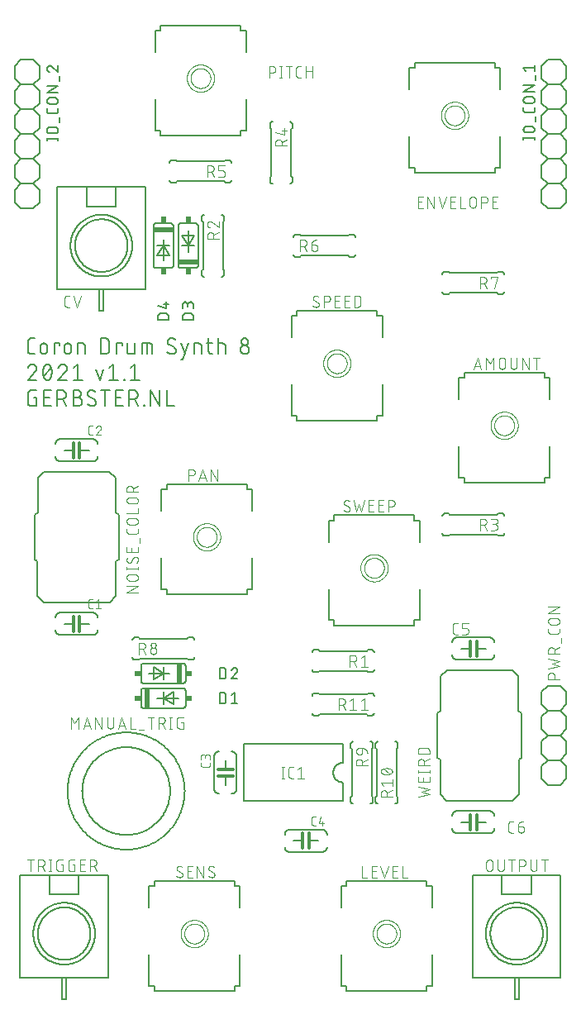
<source format=gto>
G04 EAGLE Gerber RS-274X export*
G75*
%MOMM*%
%FSLAX34Y34*%
%LPD*%
%INSilkscreen Top*%
%IPPOS*%
%AMOC8*
5,1,8,0,0,1.08239X$1,22.5*%
G01*
%ADD10C,0.152400*%
%ADD11C,0.050800*%
%ADD12C,0.203200*%
%ADD13C,0.101600*%
%ADD14C,0.127000*%
%ADD15C,0.304800*%
%ADD16C,0.076200*%
%ADD17R,0.508000X2.032000*%
%ADD18R,0.635000X0.508000*%
%ADD19R,2.032000X0.508000*%
%ADD20R,0.508000X0.635000*%


D10*
X33387Y682752D02*
X29774Y682752D01*
X29656Y682754D01*
X29538Y682760D01*
X29420Y682769D01*
X29303Y682783D01*
X29186Y682800D01*
X29069Y682821D01*
X28954Y682846D01*
X28839Y682875D01*
X28725Y682908D01*
X28613Y682944D01*
X28502Y682984D01*
X28392Y683027D01*
X28283Y683074D01*
X28176Y683124D01*
X28071Y683179D01*
X27968Y683236D01*
X27867Y683297D01*
X27767Y683361D01*
X27670Y683428D01*
X27575Y683498D01*
X27483Y683572D01*
X27392Y683648D01*
X27305Y683728D01*
X27220Y683810D01*
X27138Y683895D01*
X27058Y683982D01*
X26982Y684073D01*
X26908Y684165D01*
X26838Y684260D01*
X26771Y684357D01*
X26707Y684457D01*
X26646Y684558D01*
X26589Y684661D01*
X26534Y684766D01*
X26484Y684873D01*
X26437Y684982D01*
X26394Y685092D01*
X26354Y685203D01*
X26318Y685315D01*
X26285Y685429D01*
X26256Y685544D01*
X26231Y685659D01*
X26210Y685776D01*
X26193Y685893D01*
X26179Y686010D01*
X26170Y686128D01*
X26164Y686246D01*
X26162Y686364D01*
X26162Y695396D01*
X26164Y695514D01*
X26170Y695632D01*
X26179Y695750D01*
X26193Y695867D01*
X26210Y695984D01*
X26231Y696101D01*
X26256Y696216D01*
X26285Y696331D01*
X26318Y696445D01*
X26354Y696557D01*
X26394Y696668D01*
X26437Y696778D01*
X26484Y696887D01*
X26534Y696994D01*
X26588Y697099D01*
X26646Y697202D01*
X26707Y697303D01*
X26771Y697403D01*
X26838Y697500D01*
X26908Y697595D01*
X26982Y697687D01*
X27058Y697778D01*
X27138Y697865D01*
X27220Y697950D01*
X27305Y698032D01*
X27392Y698112D01*
X27483Y698188D01*
X27575Y698262D01*
X27670Y698332D01*
X27767Y698399D01*
X27867Y698463D01*
X27968Y698524D01*
X28071Y698581D01*
X28176Y698635D01*
X28283Y698686D01*
X28392Y698733D01*
X28502Y698776D01*
X28613Y698816D01*
X28725Y698852D01*
X28839Y698885D01*
X28954Y698914D01*
X29069Y698939D01*
X29186Y698960D01*
X29303Y698977D01*
X29420Y698991D01*
X29538Y699000D01*
X29656Y699006D01*
X29774Y699008D01*
X33387Y699008D01*
X39089Y689977D02*
X39089Y686364D01*
X39089Y689977D02*
X39091Y690096D01*
X39097Y690216D01*
X39107Y690335D01*
X39121Y690453D01*
X39138Y690572D01*
X39160Y690689D01*
X39185Y690806D01*
X39215Y690921D01*
X39248Y691036D01*
X39285Y691150D01*
X39325Y691262D01*
X39370Y691373D01*
X39418Y691482D01*
X39469Y691590D01*
X39524Y691696D01*
X39583Y691800D01*
X39645Y691902D01*
X39710Y692002D01*
X39779Y692100D01*
X39851Y692196D01*
X39926Y692289D01*
X40003Y692379D01*
X40084Y692467D01*
X40168Y692552D01*
X40255Y692634D01*
X40344Y692714D01*
X40436Y692790D01*
X40530Y692864D01*
X40627Y692934D01*
X40725Y693001D01*
X40826Y693065D01*
X40930Y693125D01*
X41035Y693182D01*
X41142Y693235D01*
X41250Y693285D01*
X41360Y693331D01*
X41472Y693373D01*
X41585Y693412D01*
X41699Y693447D01*
X41814Y693478D01*
X41931Y693506D01*
X42048Y693529D01*
X42165Y693549D01*
X42284Y693565D01*
X42403Y693577D01*
X42522Y693585D01*
X42641Y693589D01*
X42761Y693589D01*
X42880Y693585D01*
X42999Y693577D01*
X43118Y693565D01*
X43237Y693549D01*
X43354Y693529D01*
X43471Y693506D01*
X43588Y693478D01*
X43703Y693447D01*
X43817Y693412D01*
X43930Y693373D01*
X44042Y693331D01*
X44152Y693285D01*
X44260Y693235D01*
X44367Y693182D01*
X44472Y693125D01*
X44576Y693065D01*
X44677Y693001D01*
X44775Y692934D01*
X44872Y692864D01*
X44966Y692790D01*
X45058Y692714D01*
X45147Y692634D01*
X45234Y692552D01*
X45318Y692467D01*
X45399Y692379D01*
X45476Y692289D01*
X45551Y692196D01*
X45623Y692100D01*
X45692Y692002D01*
X45757Y691902D01*
X45819Y691800D01*
X45878Y691696D01*
X45933Y691590D01*
X45984Y691482D01*
X46032Y691373D01*
X46077Y691262D01*
X46117Y691150D01*
X46154Y691036D01*
X46187Y690921D01*
X46217Y690806D01*
X46242Y690689D01*
X46264Y690572D01*
X46281Y690453D01*
X46295Y690335D01*
X46305Y690216D01*
X46311Y690096D01*
X46313Y689977D01*
X46313Y686364D01*
X46311Y686245D01*
X46305Y686125D01*
X46295Y686006D01*
X46281Y685888D01*
X46264Y685769D01*
X46242Y685652D01*
X46217Y685535D01*
X46187Y685420D01*
X46154Y685305D01*
X46117Y685191D01*
X46077Y685079D01*
X46032Y684968D01*
X45984Y684859D01*
X45933Y684751D01*
X45878Y684645D01*
X45819Y684541D01*
X45757Y684439D01*
X45692Y684339D01*
X45623Y684241D01*
X45551Y684145D01*
X45476Y684052D01*
X45399Y683962D01*
X45318Y683874D01*
X45234Y683789D01*
X45147Y683707D01*
X45058Y683627D01*
X44966Y683551D01*
X44872Y683477D01*
X44775Y683407D01*
X44677Y683340D01*
X44576Y683276D01*
X44472Y683216D01*
X44367Y683159D01*
X44260Y683106D01*
X44152Y683056D01*
X44042Y683010D01*
X43930Y682968D01*
X43817Y682929D01*
X43703Y682894D01*
X43588Y682863D01*
X43471Y682835D01*
X43354Y682812D01*
X43237Y682792D01*
X43118Y682776D01*
X42999Y682764D01*
X42880Y682756D01*
X42761Y682752D01*
X42641Y682752D01*
X42522Y682756D01*
X42403Y682764D01*
X42284Y682776D01*
X42165Y682792D01*
X42048Y682812D01*
X41931Y682835D01*
X41814Y682863D01*
X41699Y682894D01*
X41585Y682929D01*
X41472Y682968D01*
X41360Y683010D01*
X41250Y683056D01*
X41142Y683106D01*
X41035Y683159D01*
X40930Y683216D01*
X40826Y683276D01*
X40725Y683340D01*
X40627Y683407D01*
X40530Y683477D01*
X40436Y683551D01*
X40344Y683627D01*
X40255Y683707D01*
X40168Y683789D01*
X40084Y683874D01*
X40003Y683962D01*
X39926Y684052D01*
X39851Y684145D01*
X39779Y684241D01*
X39710Y684339D01*
X39645Y684439D01*
X39583Y684541D01*
X39524Y684645D01*
X39469Y684751D01*
X39418Y684859D01*
X39370Y684968D01*
X39325Y685079D01*
X39285Y685191D01*
X39248Y685305D01*
X39215Y685420D01*
X39185Y685535D01*
X39160Y685652D01*
X39138Y685769D01*
X39121Y685888D01*
X39107Y686006D01*
X39097Y686125D01*
X39091Y686245D01*
X39089Y686364D01*
X53242Y682752D02*
X53242Y693589D01*
X58660Y693589D01*
X58660Y691783D01*
X63577Y689977D02*
X63577Y686364D01*
X63578Y689977D02*
X63580Y690096D01*
X63586Y690216D01*
X63596Y690335D01*
X63610Y690453D01*
X63627Y690572D01*
X63649Y690689D01*
X63674Y690806D01*
X63704Y690921D01*
X63737Y691036D01*
X63774Y691150D01*
X63814Y691262D01*
X63859Y691373D01*
X63907Y691482D01*
X63958Y691590D01*
X64013Y691696D01*
X64072Y691800D01*
X64134Y691902D01*
X64199Y692002D01*
X64268Y692100D01*
X64340Y692196D01*
X64415Y692289D01*
X64492Y692379D01*
X64573Y692467D01*
X64657Y692552D01*
X64744Y692634D01*
X64833Y692714D01*
X64925Y692790D01*
X65019Y692864D01*
X65116Y692934D01*
X65214Y693001D01*
X65315Y693065D01*
X65419Y693125D01*
X65524Y693182D01*
X65631Y693235D01*
X65739Y693285D01*
X65849Y693331D01*
X65961Y693373D01*
X66074Y693412D01*
X66188Y693447D01*
X66303Y693478D01*
X66420Y693506D01*
X66537Y693529D01*
X66654Y693549D01*
X66773Y693565D01*
X66892Y693577D01*
X67011Y693585D01*
X67130Y693589D01*
X67250Y693589D01*
X67369Y693585D01*
X67488Y693577D01*
X67607Y693565D01*
X67726Y693549D01*
X67843Y693529D01*
X67960Y693506D01*
X68077Y693478D01*
X68192Y693447D01*
X68306Y693412D01*
X68419Y693373D01*
X68531Y693331D01*
X68641Y693285D01*
X68749Y693235D01*
X68856Y693182D01*
X68961Y693125D01*
X69065Y693065D01*
X69166Y693001D01*
X69264Y692934D01*
X69361Y692864D01*
X69455Y692790D01*
X69547Y692714D01*
X69636Y692634D01*
X69723Y692552D01*
X69807Y692467D01*
X69888Y692379D01*
X69965Y692289D01*
X70040Y692196D01*
X70112Y692100D01*
X70181Y692002D01*
X70246Y691902D01*
X70308Y691800D01*
X70367Y691696D01*
X70422Y691590D01*
X70473Y691482D01*
X70521Y691373D01*
X70566Y691262D01*
X70606Y691150D01*
X70643Y691036D01*
X70676Y690921D01*
X70706Y690806D01*
X70731Y690689D01*
X70753Y690572D01*
X70770Y690453D01*
X70784Y690335D01*
X70794Y690216D01*
X70800Y690096D01*
X70802Y689977D01*
X70802Y686364D01*
X70800Y686245D01*
X70794Y686125D01*
X70784Y686006D01*
X70770Y685888D01*
X70753Y685769D01*
X70731Y685652D01*
X70706Y685535D01*
X70676Y685420D01*
X70643Y685305D01*
X70606Y685191D01*
X70566Y685079D01*
X70521Y684968D01*
X70473Y684859D01*
X70422Y684751D01*
X70367Y684645D01*
X70308Y684541D01*
X70246Y684439D01*
X70181Y684339D01*
X70112Y684241D01*
X70040Y684145D01*
X69965Y684052D01*
X69888Y683962D01*
X69807Y683874D01*
X69723Y683789D01*
X69636Y683707D01*
X69547Y683627D01*
X69455Y683551D01*
X69361Y683477D01*
X69264Y683407D01*
X69166Y683340D01*
X69065Y683276D01*
X68961Y683216D01*
X68856Y683159D01*
X68749Y683106D01*
X68641Y683056D01*
X68531Y683010D01*
X68419Y682968D01*
X68306Y682929D01*
X68192Y682894D01*
X68077Y682863D01*
X67960Y682835D01*
X67843Y682812D01*
X67726Y682792D01*
X67607Y682776D01*
X67488Y682764D01*
X67369Y682756D01*
X67250Y682752D01*
X67130Y682752D01*
X67011Y682756D01*
X66892Y682764D01*
X66773Y682776D01*
X66654Y682792D01*
X66537Y682812D01*
X66420Y682835D01*
X66303Y682863D01*
X66188Y682894D01*
X66074Y682929D01*
X65961Y682968D01*
X65849Y683010D01*
X65739Y683056D01*
X65631Y683106D01*
X65524Y683159D01*
X65419Y683216D01*
X65315Y683276D01*
X65214Y683340D01*
X65116Y683407D01*
X65019Y683477D01*
X64925Y683551D01*
X64833Y683627D01*
X64744Y683707D01*
X64657Y683789D01*
X64573Y683874D01*
X64492Y683962D01*
X64415Y684052D01*
X64340Y684145D01*
X64268Y684241D01*
X64199Y684339D01*
X64134Y684439D01*
X64072Y684541D01*
X64013Y684645D01*
X63958Y684751D01*
X63907Y684859D01*
X63859Y684968D01*
X63814Y685079D01*
X63774Y685191D01*
X63737Y685305D01*
X63704Y685420D01*
X63674Y685535D01*
X63649Y685652D01*
X63627Y685769D01*
X63610Y685888D01*
X63596Y686006D01*
X63586Y686125D01*
X63580Y686245D01*
X63578Y686364D01*
X77646Y682752D02*
X77646Y693589D01*
X82161Y693589D01*
X82265Y693587D01*
X82368Y693581D01*
X82472Y693571D01*
X82575Y693557D01*
X82677Y693539D01*
X82778Y693518D01*
X82879Y693492D01*
X82978Y693463D01*
X83077Y693430D01*
X83174Y693393D01*
X83269Y693352D01*
X83363Y693308D01*
X83455Y693260D01*
X83545Y693209D01*
X83634Y693154D01*
X83720Y693096D01*
X83803Y693034D01*
X83885Y692970D01*
X83963Y692902D01*
X84039Y692832D01*
X84113Y692759D01*
X84183Y692682D01*
X84251Y692604D01*
X84315Y692522D01*
X84377Y692439D01*
X84435Y692353D01*
X84490Y692264D01*
X84541Y692174D01*
X84589Y692082D01*
X84633Y691988D01*
X84674Y691893D01*
X84711Y691796D01*
X84744Y691697D01*
X84773Y691598D01*
X84799Y691497D01*
X84820Y691396D01*
X84838Y691294D01*
X84852Y691191D01*
X84862Y691087D01*
X84868Y690984D01*
X84870Y690880D01*
X84870Y682752D01*
X100710Y682752D02*
X100710Y699008D01*
X105226Y699008D01*
X105357Y699006D01*
X105489Y699000D01*
X105620Y698991D01*
X105750Y698977D01*
X105881Y698960D01*
X106010Y698939D01*
X106139Y698915D01*
X106267Y698886D01*
X106395Y698854D01*
X106521Y698818D01*
X106646Y698779D01*
X106771Y698736D01*
X106893Y698689D01*
X107015Y698639D01*
X107135Y698585D01*
X107253Y698528D01*
X107369Y698467D01*
X107484Y698403D01*
X107597Y698336D01*
X107708Y698265D01*
X107816Y698191D01*
X107923Y698114D01*
X108027Y698034D01*
X108129Y697951D01*
X108228Y697866D01*
X108325Y697777D01*
X108419Y697685D01*
X108511Y697591D01*
X108600Y697494D01*
X108685Y697395D01*
X108768Y697293D01*
X108848Y697189D01*
X108925Y697082D01*
X108999Y696974D01*
X109070Y696863D01*
X109137Y696750D01*
X109201Y696635D01*
X109262Y696519D01*
X109319Y696401D01*
X109373Y696281D01*
X109423Y696159D01*
X109470Y696037D01*
X109513Y695912D01*
X109552Y695787D01*
X109588Y695661D01*
X109620Y695533D01*
X109649Y695405D01*
X109673Y695276D01*
X109694Y695147D01*
X109711Y695016D01*
X109725Y694886D01*
X109734Y694755D01*
X109740Y694623D01*
X109742Y694492D01*
X109741Y694492D02*
X109741Y687268D01*
X109742Y687268D02*
X109740Y687137D01*
X109734Y687005D01*
X109725Y686874D01*
X109711Y686744D01*
X109694Y686613D01*
X109673Y686484D01*
X109649Y686355D01*
X109620Y686227D01*
X109588Y686099D01*
X109552Y685973D01*
X109513Y685848D01*
X109470Y685723D01*
X109423Y685601D01*
X109373Y685479D01*
X109319Y685359D01*
X109262Y685241D01*
X109201Y685125D01*
X109137Y685010D01*
X109070Y684897D01*
X108999Y684786D01*
X108925Y684678D01*
X108848Y684571D01*
X108768Y684467D01*
X108685Y684365D01*
X108600Y684266D01*
X108511Y684169D01*
X108419Y684075D01*
X108325Y683983D01*
X108228Y683894D01*
X108129Y683809D01*
X108027Y683726D01*
X107923Y683646D01*
X107816Y683569D01*
X107708Y683495D01*
X107597Y683424D01*
X107484Y683357D01*
X107369Y683293D01*
X107253Y683232D01*
X107135Y683175D01*
X107015Y683121D01*
X106893Y683071D01*
X106771Y683024D01*
X106646Y682981D01*
X106521Y682942D01*
X106395Y682906D01*
X106267Y682874D01*
X106139Y682845D01*
X106010Y682821D01*
X105880Y682800D01*
X105750Y682783D01*
X105620Y682769D01*
X105489Y682760D01*
X105357Y682754D01*
X105226Y682752D01*
X100710Y682752D01*
X117330Y682752D02*
X117330Y693589D01*
X122748Y693589D01*
X122748Y691783D01*
X128186Y693589D02*
X128186Y685461D01*
X128187Y685461D02*
X128189Y685360D01*
X128195Y685259D01*
X128204Y685158D01*
X128217Y685057D01*
X128234Y684957D01*
X128255Y684858D01*
X128279Y684760D01*
X128307Y684663D01*
X128339Y684566D01*
X128374Y684471D01*
X128413Y684378D01*
X128455Y684286D01*
X128501Y684195D01*
X128550Y684107D01*
X128602Y684020D01*
X128658Y683935D01*
X128716Y683852D01*
X128778Y683772D01*
X128843Y683694D01*
X128910Y683618D01*
X128980Y683545D01*
X129053Y683475D01*
X129129Y683408D01*
X129207Y683343D01*
X129287Y683281D01*
X129370Y683223D01*
X129455Y683167D01*
X129542Y683115D01*
X129630Y683066D01*
X129721Y683020D01*
X129813Y682978D01*
X129906Y682939D01*
X130001Y682904D01*
X130098Y682872D01*
X130195Y682844D01*
X130293Y682820D01*
X130392Y682799D01*
X130492Y682782D01*
X130593Y682769D01*
X130694Y682760D01*
X130795Y682754D01*
X130896Y682752D01*
X135411Y682752D01*
X135411Y693589D01*
X143054Y693589D02*
X143054Y682752D01*
X143054Y693589D02*
X151182Y693589D01*
X151283Y693587D01*
X151384Y693581D01*
X151485Y693572D01*
X151586Y693559D01*
X151686Y693542D01*
X151785Y693521D01*
X151883Y693497D01*
X151980Y693469D01*
X152077Y693437D01*
X152172Y693402D01*
X152265Y693363D01*
X152357Y693321D01*
X152448Y693275D01*
X152537Y693226D01*
X152623Y693174D01*
X152708Y693118D01*
X152791Y693060D01*
X152871Y692998D01*
X152949Y692933D01*
X153025Y692866D01*
X153098Y692796D01*
X153168Y692723D01*
X153235Y692647D01*
X153300Y692569D01*
X153362Y692489D01*
X153420Y692406D01*
X153476Y692321D01*
X153528Y692235D01*
X153577Y692146D01*
X153623Y692055D01*
X153665Y691963D01*
X153704Y691870D01*
X153739Y691775D01*
X153771Y691678D01*
X153799Y691581D01*
X153823Y691483D01*
X153844Y691384D01*
X153861Y691284D01*
X153874Y691183D01*
X153883Y691082D01*
X153889Y690981D01*
X153891Y690880D01*
X153891Y682752D01*
X148472Y682752D02*
X148472Y693589D01*
X174385Y682752D02*
X174503Y682754D01*
X174621Y682760D01*
X174739Y682769D01*
X174856Y682783D01*
X174973Y682800D01*
X175090Y682821D01*
X175205Y682846D01*
X175320Y682875D01*
X175434Y682908D01*
X175546Y682944D01*
X175657Y682984D01*
X175767Y683027D01*
X175876Y683074D01*
X175983Y683124D01*
X176088Y683179D01*
X176191Y683236D01*
X176292Y683297D01*
X176392Y683361D01*
X176489Y683428D01*
X176584Y683498D01*
X176676Y683572D01*
X176767Y683648D01*
X176854Y683728D01*
X176939Y683810D01*
X177021Y683895D01*
X177101Y683982D01*
X177177Y684073D01*
X177251Y684165D01*
X177321Y684260D01*
X177388Y684357D01*
X177452Y684457D01*
X177513Y684558D01*
X177570Y684661D01*
X177625Y684766D01*
X177675Y684873D01*
X177722Y684982D01*
X177765Y685092D01*
X177805Y685203D01*
X177841Y685315D01*
X177874Y685429D01*
X177903Y685544D01*
X177928Y685659D01*
X177949Y685776D01*
X177966Y685893D01*
X177980Y686010D01*
X177989Y686128D01*
X177995Y686246D01*
X177997Y686364D01*
X174385Y682752D02*
X174202Y682754D01*
X174020Y682761D01*
X173838Y682772D01*
X173656Y682787D01*
X173474Y682807D01*
X173293Y682830D01*
X173113Y682859D01*
X172933Y682891D01*
X172754Y682928D01*
X172577Y682969D01*
X172400Y683015D01*
X172224Y683064D01*
X172050Y683118D01*
X171876Y683176D01*
X171705Y683238D01*
X171535Y683304D01*
X171366Y683375D01*
X171199Y683449D01*
X171034Y683527D01*
X170871Y683609D01*
X170710Y683695D01*
X170551Y683785D01*
X170394Y683879D01*
X170240Y683976D01*
X170088Y684077D01*
X169938Y684182D01*
X169791Y684290D01*
X169647Y684401D01*
X169505Y684516D01*
X169366Y684635D01*
X169230Y684757D01*
X169097Y684882D01*
X168967Y685010D01*
X169419Y695396D02*
X169421Y695514D01*
X169427Y695632D01*
X169436Y695750D01*
X169450Y695867D01*
X169467Y695984D01*
X169488Y696101D01*
X169513Y696216D01*
X169542Y696331D01*
X169575Y696445D01*
X169611Y696557D01*
X169651Y696668D01*
X169694Y696778D01*
X169741Y696887D01*
X169791Y696994D01*
X169846Y697099D01*
X169903Y697202D01*
X169964Y697303D01*
X170028Y697403D01*
X170095Y697500D01*
X170165Y697595D01*
X170239Y697687D01*
X170315Y697778D01*
X170395Y697865D01*
X170477Y697950D01*
X170562Y698032D01*
X170649Y698112D01*
X170740Y698188D01*
X170832Y698262D01*
X170927Y698332D01*
X171024Y698399D01*
X171124Y698463D01*
X171225Y698524D01*
X171328Y698582D01*
X171433Y698636D01*
X171540Y698686D01*
X171649Y698733D01*
X171759Y698777D01*
X171870Y698816D01*
X171983Y698852D01*
X172096Y698885D01*
X172211Y698914D01*
X172326Y698939D01*
X172443Y698960D01*
X172560Y698977D01*
X172677Y698991D01*
X172795Y699000D01*
X172913Y699006D01*
X173031Y699008D01*
X173192Y699006D01*
X173354Y699000D01*
X173515Y698991D01*
X173676Y698977D01*
X173836Y698960D01*
X173996Y698939D01*
X174156Y698914D01*
X174315Y698885D01*
X174473Y698853D01*
X174630Y698817D01*
X174786Y698777D01*
X174942Y698733D01*
X175096Y698685D01*
X175249Y698634D01*
X175401Y698580D01*
X175552Y698521D01*
X175701Y698460D01*
X175848Y698394D01*
X175994Y698325D01*
X176139Y698253D01*
X176281Y698177D01*
X176422Y698098D01*
X176561Y698016D01*
X176697Y697930D01*
X176832Y697841D01*
X176965Y697749D01*
X177095Y697653D01*
X171224Y692235D02*
X171123Y692297D01*
X171023Y692362D01*
X170926Y692431D01*
X170831Y692503D01*
X170738Y692577D01*
X170648Y692655D01*
X170560Y692736D01*
X170475Y692819D01*
X170393Y692905D01*
X170314Y692994D01*
X170237Y693085D01*
X170164Y693179D01*
X170093Y693275D01*
X170026Y693373D01*
X169962Y693473D01*
X169901Y693576D01*
X169844Y693680D01*
X169790Y693786D01*
X169740Y693894D01*
X169693Y694003D01*
X169649Y694114D01*
X169609Y694226D01*
X169573Y694340D01*
X169541Y694454D01*
X169512Y694570D01*
X169487Y694686D01*
X169466Y694803D01*
X169449Y694921D01*
X169435Y695039D01*
X169426Y695158D01*
X169420Y695277D01*
X169418Y695396D01*
X176192Y689525D02*
X176293Y689463D01*
X176393Y689398D01*
X176490Y689329D01*
X176585Y689257D01*
X176678Y689183D01*
X176768Y689105D01*
X176856Y689024D01*
X176941Y688941D01*
X177023Y688855D01*
X177102Y688766D01*
X177179Y688675D01*
X177252Y688581D01*
X177323Y688485D01*
X177390Y688387D01*
X177454Y688287D01*
X177515Y688184D01*
X177572Y688080D01*
X177626Y687974D01*
X177676Y687866D01*
X177723Y687757D01*
X177767Y687646D01*
X177807Y687534D01*
X177843Y687420D01*
X177875Y687306D01*
X177904Y687190D01*
X177929Y687074D01*
X177950Y686957D01*
X177967Y686839D01*
X177981Y686721D01*
X177990Y686602D01*
X177996Y686483D01*
X177998Y686364D01*
X176192Y689525D02*
X171224Y692235D01*
X183417Y677333D02*
X185223Y677333D01*
X190642Y693589D01*
X183417Y693589D02*
X187029Y682752D01*
X196964Y682752D02*
X196964Y693589D01*
X201479Y693589D01*
X201583Y693587D01*
X201686Y693581D01*
X201790Y693571D01*
X201893Y693557D01*
X201995Y693539D01*
X202096Y693518D01*
X202197Y693492D01*
X202296Y693463D01*
X202395Y693430D01*
X202492Y693393D01*
X202587Y693352D01*
X202681Y693308D01*
X202773Y693260D01*
X202863Y693209D01*
X202952Y693154D01*
X203038Y693096D01*
X203121Y693034D01*
X203203Y692970D01*
X203281Y692902D01*
X203357Y692832D01*
X203431Y692759D01*
X203501Y692682D01*
X203569Y692604D01*
X203633Y692522D01*
X203695Y692439D01*
X203753Y692353D01*
X203808Y692264D01*
X203859Y692174D01*
X203907Y692082D01*
X203951Y691988D01*
X203992Y691893D01*
X204029Y691796D01*
X204062Y691697D01*
X204091Y691598D01*
X204117Y691497D01*
X204138Y691396D01*
X204156Y691294D01*
X204170Y691191D01*
X204180Y691087D01*
X204186Y690984D01*
X204188Y690880D01*
X204189Y690880D02*
X204189Y682752D01*
X209735Y693589D02*
X215153Y693589D01*
X211541Y699008D02*
X211541Y685461D01*
X211543Y685360D01*
X211549Y685259D01*
X211558Y685158D01*
X211571Y685057D01*
X211588Y684957D01*
X211609Y684858D01*
X211633Y684760D01*
X211661Y684663D01*
X211693Y684566D01*
X211728Y684471D01*
X211767Y684378D01*
X211809Y684286D01*
X211855Y684195D01*
X211904Y684107D01*
X211956Y684020D01*
X212012Y683935D01*
X212070Y683852D01*
X212132Y683772D01*
X212197Y683694D01*
X212264Y683618D01*
X212334Y683545D01*
X212407Y683475D01*
X212483Y683408D01*
X212561Y683343D01*
X212641Y683281D01*
X212724Y683223D01*
X212809Y683167D01*
X212896Y683115D01*
X212984Y683066D01*
X213075Y683020D01*
X213167Y682978D01*
X213260Y682939D01*
X213355Y682904D01*
X213452Y682872D01*
X213549Y682844D01*
X213647Y682820D01*
X213746Y682799D01*
X213846Y682782D01*
X213947Y682769D01*
X214048Y682760D01*
X214149Y682754D01*
X214250Y682752D01*
X215153Y682752D01*
X221453Y682752D02*
X221453Y699008D01*
X221453Y693589D02*
X225968Y693589D01*
X226072Y693587D01*
X226175Y693581D01*
X226279Y693571D01*
X226382Y693557D01*
X226484Y693539D01*
X226585Y693518D01*
X226686Y693492D01*
X226785Y693463D01*
X226884Y693430D01*
X226981Y693393D01*
X227076Y693352D01*
X227170Y693308D01*
X227262Y693260D01*
X227352Y693209D01*
X227441Y693154D01*
X227527Y693096D01*
X227610Y693034D01*
X227692Y692970D01*
X227770Y692902D01*
X227846Y692832D01*
X227920Y692759D01*
X227990Y692682D01*
X228058Y692604D01*
X228122Y692522D01*
X228184Y692439D01*
X228242Y692353D01*
X228297Y692264D01*
X228348Y692174D01*
X228396Y692082D01*
X228440Y691988D01*
X228481Y691893D01*
X228518Y691796D01*
X228551Y691697D01*
X228580Y691598D01*
X228606Y691497D01*
X228627Y691396D01*
X228645Y691294D01*
X228659Y691191D01*
X228669Y691087D01*
X228675Y690984D01*
X228677Y690880D01*
X228678Y690880D02*
X228678Y682752D01*
X243996Y687268D02*
X243998Y687401D01*
X244004Y687533D01*
X244014Y687665D01*
X244027Y687797D01*
X244045Y687929D01*
X244066Y688059D01*
X244091Y688190D01*
X244120Y688319D01*
X244153Y688447D01*
X244189Y688575D01*
X244229Y688701D01*
X244273Y688826D01*
X244321Y688950D01*
X244372Y689072D01*
X244427Y689193D01*
X244485Y689312D01*
X244547Y689430D01*
X244612Y689545D01*
X244681Y689659D01*
X244752Y689770D01*
X244828Y689879D01*
X244906Y689986D01*
X244987Y690091D01*
X245072Y690193D01*
X245159Y690293D01*
X245249Y690390D01*
X245342Y690485D01*
X245438Y690576D01*
X245536Y690665D01*
X245637Y690751D01*
X245741Y690834D01*
X245847Y690914D01*
X245955Y690990D01*
X246065Y691064D01*
X246178Y691134D01*
X246292Y691201D01*
X246409Y691264D01*
X246527Y691324D01*
X246647Y691381D01*
X246769Y691434D01*
X246892Y691483D01*
X247016Y691529D01*
X247142Y691571D01*
X247269Y691609D01*
X247397Y691644D01*
X247526Y691675D01*
X247655Y691702D01*
X247786Y691725D01*
X247917Y691745D01*
X248049Y691760D01*
X248181Y691772D01*
X248313Y691780D01*
X248446Y691784D01*
X248578Y691784D01*
X248711Y691780D01*
X248843Y691772D01*
X248975Y691760D01*
X249107Y691745D01*
X249238Y691725D01*
X249369Y691702D01*
X249498Y691675D01*
X249627Y691644D01*
X249755Y691609D01*
X249882Y691571D01*
X250008Y691529D01*
X250132Y691483D01*
X250255Y691434D01*
X250377Y691381D01*
X250497Y691324D01*
X250615Y691264D01*
X250732Y691201D01*
X250846Y691134D01*
X250959Y691064D01*
X251069Y690990D01*
X251177Y690914D01*
X251283Y690834D01*
X251387Y690751D01*
X251488Y690665D01*
X251586Y690576D01*
X251682Y690485D01*
X251775Y690390D01*
X251865Y690293D01*
X251952Y690193D01*
X252037Y690091D01*
X252118Y689986D01*
X252196Y689879D01*
X252272Y689770D01*
X252343Y689659D01*
X252412Y689545D01*
X252477Y689430D01*
X252539Y689312D01*
X252597Y689193D01*
X252652Y689072D01*
X252703Y688950D01*
X252751Y688826D01*
X252795Y688701D01*
X252835Y688575D01*
X252871Y688447D01*
X252904Y688319D01*
X252933Y688190D01*
X252958Y688059D01*
X252979Y687929D01*
X252997Y687797D01*
X253010Y687665D01*
X253020Y687533D01*
X253026Y687401D01*
X253028Y687268D01*
X253026Y687135D01*
X253020Y687003D01*
X253010Y686871D01*
X252997Y686739D01*
X252979Y686607D01*
X252958Y686477D01*
X252933Y686346D01*
X252904Y686217D01*
X252871Y686089D01*
X252835Y685961D01*
X252795Y685835D01*
X252751Y685710D01*
X252703Y685586D01*
X252652Y685464D01*
X252597Y685343D01*
X252539Y685224D01*
X252477Y685106D01*
X252412Y684991D01*
X252343Y684877D01*
X252272Y684766D01*
X252196Y684657D01*
X252118Y684550D01*
X252037Y684445D01*
X251952Y684343D01*
X251865Y684243D01*
X251775Y684146D01*
X251682Y684051D01*
X251586Y683960D01*
X251488Y683871D01*
X251387Y683785D01*
X251283Y683702D01*
X251177Y683622D01*
X251069Y683546D01*
X250959Y683472D01*
X250846Y683402D01*
X250732Y683335D01*
X250615Y683272D01*
X250497Y683212D01*
X250377Y683155D01*
X250255Y683102D01*
X250132Y683053D01*
X250008Y683007D01*
X249882Y682965D01*
X249755Y682927D01*
X249627Y682892D01*
X249498Y682861D01*
X249369Y682834D01*
X249238Y682811D01*
X249107Y682791D01*
X248975Y682776D01*
X248843Y682764D01*
X248711Y682756D01*
X248578Y682752D01*
X248446Y682752D01*
X248313Y682756D01*
X248181Y682764D01*
X248049Y682776D01*
X247917Y682791D01*
X247786Y682811D01*
X247655Y682834D01*
X247526Y682861D01*
X247397Y682892D01*
X247269Y682927D01*
X247142Y682965D01*
X247016Y683007D01*
X246892Y683053D01*
X246769Y683102D01*
X246647Y683155D01*
X246527Y683212D01*
X246409Y683272D01*
X246292Y683335D01*
X246178Y683402D01*
X246065Y683472D01*
X245955Y683546D01*
X245847Y683622D01*
X245741Y683702D01*
X245637Y683785D01*
X245536Y683871D01*
X245438Y683960D01*
X245342Y684051D01*
X245249Y684146D01*
X245159Y684243D01*
X245072Y684343D01*
X244987Y684445D01*
X244906Y684550D01*
X244828Y684657D01*
X244752Y684766D01*
X244681Y684877D01*
X244612Y684991D01*
X244547Y685106D01*
X244485Y685224D01*
X244427Y685343D01*
X244372Y685464D01*
X244321Y685586D01*
X244273Y685710D01*
X244229Y685835D01*
X244189Y685961D01*
X244153Y686089D01*
X244120Y686217D01*
X244091Y686346D01*
X244066Y686477D01*
X244045Y686607D01*
X244027Y686739D01*
X244014Y686871D01*
X244004Y687003D01*
X243998Y687135D01*
X243996Y687268D01*
X244900Y695396D02*
X244902Y695515D01*
X244908Y695635D01*
X244918Y695754D01*
X244932Y695872D01*
X244949Y695991D01*
X244971Y696108D01*
X244996Y696225D01*
X245026Y696340D01*
X245059Y696455D01*
X245096Y696569D01*
X245136Y696681D01*
X245181Y696792D01*
X245229Y696901D01*
X245280Y697009D01*
X245335Y697115D01*
X245394Y697219D01*
X245456Y697321D01*
X245521Y697421D01*
X245590Y697519D01*
X245662Y697615D01*
X245737Y697708D01*
X245814Y697798D01*
X245895Y697886D01*
X245979Y697971D01*
X246066Y698053D01*
X246155Y698133D01*
X246247Y698209D01*
X246341Y698283D01*
X246438Y698353D01*
X246536Y698420D01*
X246637Y698484D01*
X246741Y698544D01*
X246846Y698601D01*
X246953Y698654D01*
X247061Y698704D01*
X247171Y698750D01*
X247283Y698792D01*
X247396Y698831D01*
X247510Y698866D01*
X247625Y698897D01*
X247742Y698925D01*
X247859Y698948D01*
X247976Y698968D01*
X248095Y698984D01*
X248214Y698996D01*
X248333Y699004D01*
X248452Y699008D01*
X248572Y699008D01*
X248691Y699004D01*
X248810Y698996D01*
X248929Y698984D01*
X249048Y698968D01*
X249165Y698948D01*
X249282Y698925D01*
X249399Y698897D01*
X249514Y698866D01*
X249628Y698831D01*
X249741Y698792D01*
X249853Y698750D01*
X249963Y698704D01*
X250071Y698654D01*
X250178Y698601D01*
X250283Y698544D01*
X250387Y698484D01*
X250488Y698420D01*
X250586Y698353D01*
X250683Y698283D01*
X250777Y698209D01*
X250869Y698133D01*
X250958Y698053D01*
X251045Y697971D01*
X251129Y697886D01*
X251210Y697798D01*
X251287Y697708D01*
X251362Y697615D01*
X251434Y697519D01*
X251503Y697421D01*
X251568Y697321D01*
X251630Y697219D01*
X251689Y697115D01*
X251744Y697009D01*
X251795Y696901D01*
X251843Y696792D01*
X251888Y696681D01*
X251928Y696569D01*
X251965Y696455D01*
X251998Y696340D01*
X252028Y696225D01*
X252053Y696108D01*
X252075Y695991D01*
X252092Y695872D01*
X252106Y695754D01*
X252116Y695635D01*
X252122Y695515D01*
X252124Y695396D01*
X252122Y695277D01*
X252116Y695157D01*
X252106Y695038D01*
X252092Y694920D01*
X252075Y694801D01*
X252053Y694684D01*
X252028Y694567D01*
X251998Y694452D01*
X251965Y694337D01*
X251928Y694223D01*
X251888Y694111D01*
X251843Y694000D01*
X251795Y693891D01*
X251744Y693783D01*
X251689Y693677D01*
X251630Y693573D01*
X251568Y693471D01*
X251503Y693371D01*
X251434Y693273D01*
X251362Y693177D01*
X251287Y693084D01*
X251210Y692994D01*
X251129Y692906D01*
X251045Y692821D01*
X250958Y692739D01*
X250869Y692659D01*
X250777Y692583D01*
X250683Y692509D01*
X250586Y692439D01*
X250488Y692372D01*
X250387Y692308D01*
X250283Y692248D01*
X250178Y692191D01*
X250071Y692138D01*
X249963Y692088D01*
X249853Y692042D01*
X249741Y692000D01*
X249628Y691961D01*
X249514Y691926D01*
X249399Y691895D01*
X249282Y691867D01*
X249165Y691844D01*
X249048Y691824D01*
X248929Y691808D01*
X248810Y691796D01*
X248691Y691788D01*
X248572Y691784D01*
X248452Y691784D01*
X248333Y691788D01*
X248214Y691796D01*
X248095Y691808D01*
X247976Y691824D01*
X247859Y691844D01*
X247742Y691867D01*
X247625Y691895D01*
X247510Y691926D01*
X247396Y691961D01*
X247283Y692000D01*
X247171Y692042D01*
X247061Y692088D01*
X246953Y692138D01*
X246846Y692191D01*
X246741Y692248D01*
X246637Y692308D01*
X246536Y692372D01*
X246438Y692439D01*
X246341Y692509D01*
X246247Y692583D01*
X246155Y692659D01*
X246066Y692739D01*
X245979Y692821D01*
X245895Y692906D01*
X245814Y692994D01*
X245737Y693084D01*
X245662Y693177D01*
X245590Y693273D01*
X245521Y693371D01*
X245456Y693471D01*
X245394Y693573D01*
X245335Y693677D01*
X245280Y693783D01*
X245229Y693891D01*
X245181Y694000D01*
X245136Y694111D01*
X245096Y694223D01*
X245059Y694337D01*
X245026Y694452D01*
X244996Y694567D01*
X244971Y694684D01*
X244949Y694801D01*
X244932Y694920D01*
X244918Y695038D01*
X244908Y695157D01*
X244902Y695277D01*
X244900Y695396D01*
X35193Y668274D02*
X35191Y668399D01*
X35185Y668524D01*
X35176Y668649D01*
X35162Y668773D01*
X35145Y668897D01*
X35124Y669021D01*
X35099Y669143D01*
X35070Y669265D01*
X35038Y669386D01*
X35002Y669506D01*
X34962Y669625D01*
X34919Y669742D01*
X34872Y669858D01*
X34821Y669973D01*
X34767Y670085D01*
X34709Y670197D01*
X34649Y670306D01*
X34584Y670413D01*
X34517Y670519D01*
X34446Y670622D01*
X34372Y670723D01*
X34295Y670822D01*
X34215Y670918D01*
X34132Y671012D01*
X34047Y671103D01*
X33958Y671192D01*
X33867Y671277D01*
X33773Y671360D01*
X33677Y671440D01*
X33578Y671517D01*
X33477Y671591D01*
X33374Y671662D01*
X33268Y671729D01*
X33161Y671794D01*
X33052Y671854D01*
X32940Y671912D01*
X32828Y671966D01*
X32713Y672017D01*
X32597Y672064D01*
X32480Y672107D01*
X32361Y672147D01*
X32241Y672183D01*
X32120Y672215D01*
X31998Y672244D01*
X31876Y672269D01*
X31752Y672290D01*
X31628Y672307D01*
X31504Y672321D01*
X31379Y672330D01*
X31254Y672336D01*
X31129Y672338D01*
X30986Y672336D01*
X30844Y672330D01*
X30701Y672320D01*
X30559Y672307D01*
X30418Y672289D01*
X30276Y672268D01*
X30136Y672243D01*
X29996Y672214D01*
X29857Y672181D01*
X29719Y672144D01*
X29582Y672104D01*
X29447Y672060D01*
X29312Y672012D01*
X29179Y671960D01*
X29047Y671905D01*
X28917Y671846D01*
X28789Y671784D01*
X28662Y671718D01*
X28537Y671649D01*
X28414Y671577D01*
X28294Y671501D01*
X28175Y671422D01*
X28058Y671339D01*
X27944Y671254D01*
X27832Y671165D01*
X27723Y671074D01*
X27616Y670979D01*
X27511Y670882D01*
X27410Y670781D01*
X27311Y670678D01*
X27215Y670573D01*
X27122Y670464D01*
X27032Y670353D01*
X26945Y670240D01*
X26861Y670125D01*
X26781Y670007D01*
X26703Y669887D01*
X26629Y669765D01*
X26559Y669641D01*
X26491Y669515D01*
X26428Y669387D01*
X26367Y669258D01*
X26310Y669127D01*
X26257Y668995D01*
X26208Y668861D01*
X26162Y668726D01*
X33838Y665113D02*
X33932Y665205D01*
X34022Y665299D01*
X34110Y665396D01*
X34195Y665496D01*
X34277Y665598D01*
X34356Y665703D01*
X34431Y665810D01*
X34503Y665919D01*
X34572Y666030D01*
X34638Y666144D01*
X34700Y666259D01*
X34759Y666376D01*
X34814Y666495D01*
X34865Y666615D01*
X34913Y666737D01*
X34958Y666860D01*
X34998Y666984D01*
X35035Y667110D01*
X35068Y667237D01*
X35097Y667364D01*
X35123Y667493D01*
X35144Y667622D01*
X35162Y667752D01*
X35175Y667882D01*
X35185Y668012D01*
X35191Y668143D01*
X35193Y668274D01*
X33838Y665113D02*
X26162Y656082D01*
X35193Y656082D01*
X41793Y664210D02*
X41797Y664530D01*
X41808Y664849D01*
X41827Y665169D01*
X41854Y665487D01*
X41888Y665805D01*
X41930Y666122D01*
X41980Y666438D01*
X42037Y666753D01*
X42101Y667066D01*
X42173Y667378D01*
X42252Y667688D01*
X42339Y667995D01*
X42433Y668301D01*
X42534Y668604D01*
X42643Y668905D01*
X42758Y669203D01*
X42881Y669499D01*
X43011Y669791D01*
X43148Y670080D01*
X43148Y670081D02*
X43187Y670189D01*
X43230Y670296D01*
X43276Y670401D01*
X43327Y670505D01*
X43380Y670607D01*
X43437Y670707D01*
X43498Y670805D01*
X43562Y670900D01*
X43629Y670994D01*
X43700Y671085D01*
X43773Y671174D01*
X43850Y671260D01*
X43929Y671343D01*
X44011Y671424D01*
X44096Y671502D01*
X44184Y671576D01*
X44274Y671648D01*
X44366Y671716D01*
X44461Y671782D01*
X44558Y671844D01*
X44657Y671902D01*
X44759Y671958D01*
X44861Y672009D01*
X44966Y672057D01*
X45072Y672102D01*
X45180Y672143D01*
X45289Y672180D01*
X45399Y672213D01*
X45511Y672242D01*
X45623Y672268D01*
X45736Y672290D01*
X45850Y672307D01*
X45964Y672321D01*
X46079Y672331D01*
X46194Y672337D01*
X46309Y672339D01*
X46309Y672338D02*
X46424Y672336D01*
X46539Y672330D01*
X46654Y672320D01*
X46768Y672306D01*
X46882Y672289D01*
X46995Y672267D01*
X47107Y672241D01*
X47219Y672212D01*
X47329Y672179D01*
X47438Y672142D01*
X47546Y672101D01*
X47652Y672056D01*
X47757Y672008D01*
X47859Y671957D01*
X47960Y671901D01*
X48060Y671843D01*
X48157Y671781D01*
X48251Y671716D01*
X48344Y671647D01*
X48434Y671575D01*
X48522Y671501D01*
X48607Y671423D01*
X48689Y671342D01*
X48768Y671259D01*
X48845Y671173D01*
X48918Y671084D01*
X48989Y670993D01*
X49056Y670899D01*
X49120Y670804D01*
X49181Y670706D01*
X49238Y670606D01*
X49291Y670504D01*
X49342Y670400D01*
X49388Y670295D01*
X49431Y670188D01*
X49470Y670080D01*
X49469Y670080D02*
X49606Y669791D01*
X49736Y669499D01*
X49859Y669203D01*
X49974Y668905D01*
X50083Y668604D01*
X50184Y668301D01*
X50278Y667995D01*
X50365Y667688D01*
X50444Y667378D01*
X50516Y667066D01*
X50580Y666753D01*
X50637Y666438D01*
X50687Y666122D01*
X50729Y665805D01*
X50763Y665487D01*
X50790Y665169D01*
X50809Y664849D01*
X50820Y664530D01*
X50824Y664210D01*
X41794Y664210D02*
X41798Y663890D01*
X41809Y663571D01*
X41828Y663251D01*
X41855Y662933D01*
X41889Y662615D01*
X41931Y662298D01*
X41981Y661982D01*
X42038Y661667D01*
X42102Y661354D01*
X42174Y661042D01*
X42253Y660732D01*
X42340Y660425D01*
X42434Y660119D01*
X42535Y659816D01*
X42644Y659515D01*
X42759Y659217D01*
X42882Y658921D01*
X43012Y658629D01*
X43149Y658340D01*
X43148Y658340D02*
X43187Y658232D01*
X43230Y658125D01*
X43276Y658020D01*
X43327Y657916D01*
X43380Y657814D01*
X43437Y657714D01*
X43498Y657616D01*
X43562Y657521D01*
X43629Y657427D01*
X43700Y657336D01*
X43773Y657247D01*
X43850Y657161D01*
X43929Y657078D01*
X44011Y656997D01*
X44096Y656919D01*
X44184Y656845D01*
X44274Y656773D01*
X44367Y656704D01*
X44461Y656639D01*
X44558Y656577D01*
X44658Y656519D01*
X44759Y656463D01*
X44861Y656412D01*
X44966Y656364D01*
X45072Y656319D01*
X45180Y656278D01*
X45289Y656241D01*
X45399Y656208D01*
X45511Y656179D01*
X45623Y656153D01*
X45736Y656131D01*
X45850Y656114D01*
X45964Y656100D01*
X46079Y656090D01*
X46194Y656084D01*
X46309Y656082D01*
X49469Y658340D02*
X49606Y658629D01*
X49736Y658921D01*
X49859Y659217D01*
X49974Y659515D01*
X50083Y659816D01*
X50184Y660119D01*
X50278Y660425D01*
X50365Y660732D01*
X50444Y661042D01*
X50516Y661354D01*
X50580Y661667D01*
X50637Y661982D01*
X50687Y662298D01*
X50729Y662615D01*
X50763Y662933D01*
X50790Y663251D01*
X50809Y663571D01*
X50820Y663890D01*
X50824Y664210D01*
X49470Y658340D02*
X49431Y658232D01*
X49388Y658125D01*
X49342Y658020D01*
X49291Y657916D01*
X49238Y657814D01*
X49181Y657714D01*
X49120Y657616D01*
X49056Y657521D01*
X48989Y657427D01*
X48918Y657336D01*
X48845Y657247D01*
X48768Y657161D01*
X48689Y657078D01*
X48607Y656997D01*
X48522Y656919D01*
X48434Y656845D01*
X48344Y656773D01*
X48251Y656704D01*
X48157Y656639D01*
X48060Y656577D01*
X47960Y656519D01*
X47859Y656463D01*
X47756Y656412D01*
X47652Y656364D01*
X47546Y656319D01*
X47438Y656278D01*
X47329Y656241D01*
X47219Y656208D01*
X47107Y656179D01*
X46995Y656153D01*
X46882Y656131D01*
X46768Y656114D01*
X46654Y656100D01*
X46539Y656090D01*
X46424Y656084D01*
X46309Y656082D01*
X42696Y659694D02*
X49921Y668726D01*
X62392Y672338D02*
X62517Y672336D01*
X62642Y672330D01*
X62767Y672321D01*
X62891Y672307D01*
X63015Y672290D01*
X63139Y672269D01*
X63261Y672244D01*
X63383Y672215D01*
X63504Y672183D01*
X63624Y672147D01*
X63743Y672107D01*
X63860Y672064D01*
X63976Y672017D01*
X64091Y671966D01*
X64203Y671912D01*
X64315Y671854D01*
X64424Y671794D01*
X64531Y671729D01*
X64637Y671662D01*
X64740Y671591D01*
X64841Y671517D01*
X64940Y671440D01*
X65036Y671360D01*
X65130Y671277D01*
X65221Y671192D01*
X65310Y671103D01*
X65395Y671012D01*
X65478Y670918D01*
X65558Y670822D01*
X65635Y670723D01*
X65709Y670622D01*
X65780Y670519D01*
X65847Y670413D01*
X65912Y670306D01*
X65972Y670197D01*
X66030Y670085D01*
X66084Y669973D01*
X66135Y669858D01*
X66182Y669742D01*
X66225Y669625D01*
X66265Y669506D01*
X66301Y669386D01*
X66333Y669265D01*
X66362Y669143D01*
X66387Y669021D01*
X66408Y668897D01*
X66425Y668773D01*
X66439Y668649D01*
X66448Y668524D01*
X66454Y668399D01*
X66456Y668274D01*
X62392Y672338D02*
X62249Y672336D01*
X62107Y672330D01*
X61964Y672320D01*
X61822Y672307D01*
X61681Y672289D01*
X61539Y672268D01*
X61399Y672243D01*
X61259Y672214D01*
X61120Y672181D01*
X60982Y672144D01*
X60845Y672104D01*
X60710Y672060D01*
X60575Y672012D01*
X60442Y671960D01*
X60310Y671905D01*
X60180Y671846D01*
X60052Y671784D01*
X59925Y671718D01*
X59800Y671649D01*
X59677Y671577D01*
X59557Y671501D01*
X59438Y671422D01*
X59321Y671339D01*
X59207Y671254D01*
X59095Y671165D01*
X58986Y671074D01*
X58879Y670979D01*
X58774Y670882D01*
X58673Y670781D01*
X58574Y670678D01*
X58478Y670573D01*
X58385Y670464D01*
X58295Y670353D01*
X58208Y670240D01*
X58124Y670125D01*
X58044Y670007D01*
X57966Y669887D01*
X57892Y669765D01*
X57822Y669641D01*
X57754Y669515D01*
X57691Y669387D01*
X57630Y669258D01*
X57573Y669127D01*
X57520Y668995D01*
X57471Y668861D01*
X57425Y668726D01*
X65100Y665113D02*
X65194Y665205D01*
X65284Y665299D01*
X65372Y665396D01*
X65457Y665496D01*
X65539Y665598D01*
X65618Y665703D01*
X65693Y665810D01*
X65765Y665919D01*
X65834Y666030D01*
X65900Y666144D01*
X65962Y666259D01*
X66021Y666376D01*
X66076Y666495D01*
X66127Y666615D01*
X66175Y666737D01*
X66220Y666860D01*
X66260Y666984D01*
X66297Y667110D01*
X66330Y667237D01*
X66359Y667364D01*
X66385Y667493D01*
X66406Y667622D01*
X66424Y667752D01*
X66437Y667882D01*
X66447Y668012D01*
X66453Y668143D01*
X66455Y668274D01*
X65101Y665113D02*
X57424Y656082D01*
X66456Y656082D01*
X73056Y668726D02*
X77571Y672338D01*
X77571Y656082D01*
X73056Y656082D02*
X82087Y656082D01*
X99976Y656082D02*
X96363Y666919D01*
X103588Y666919D02*
X99976Y656082D01*
X109528Y668726D02*
X114044Y672338D01*
X114044Y656082D01*
X109528Y656082D02*
X118560Y656082D01*
X124534Y656082D02*
X124534Y656985D01*
X125437Y656985D01*
X125437Y656082D01*
X124534Y656082D01*
X131412Y668726D02*
X135928Y672338D01*
X135928Y656082D01*
X140443Y656082D02*
X131412Y656082D01*
X35193Y638443D02*
X32484Y638443D01*
X35193Y638443D02*
X35193Y629412D01*
X29774Y629412D01*
X29656Y629414D01*
X29538Y629420D01*
X29420Y629429D01*
X29303Y629443D01*
X29186Y629460D01*
X29069Y629481D01*
X28954Y629506D01*
X28839Y629535D01*
X28725Y629568D01*
X28613Y629604D01*
X28502Y629644D01*
X28392Y629687D01*
X28283Y629734D01*
X28176Y629784D01*
X28071Y629839D01*
X27968Y629896D01*
X27867Y629957D01*
X27767Y630021D01*
X27670Y630088D01*
X27575Y630158D01*
X27483Y630232D01*
X27392Y630308D01*
X27305Y630388D01*
X27220Y630470D01*
X27138Y630555D01*
X27058Y630642D01*
X26982Y630733D01*
X26908Y630825D01*
X26838Y630920D01*
X26771Y631017D01*
X26707Y631117D01*
X26646Y631218D01*
X26589Y631321D01*
X26534Y631426D01*
X26484Y631533D01*
X26437Y631642D01*
X26394Y631752D01*
X26354Y631863D01*
X26318Y631975D01*
X26285Y632089D01*
X26256Y632204D01*
X26231Y632319D01*
X26210Y632436D01*
X26193Y632553D01*
X26179Y632670D01*
X26170Y632788D01*
X26164Y632906D01*
X26162Y633024D01*
X26162Y642056D01*
X26164Y642174D01*
X26170Y642292D01*
X26179Y642410D01*
X26193Y642527D01*
X26210Y642644D01*
X26231Y642761D01*
X26256Y642876D01*
X26285Y642991D01*
X26318Y643105D01*
X26354Y643217D01*
X26394Y643328D01*
X26437Y643438D01*
X26484Y643547D01*
X26534Y643654D01*
X26588Y643759D01*
X26646Y643862D01*
X26707Y643963D01*
X26771Y644063D01*
X26838Y644160D01*
X26908Y644255D01*
X26982Y644347D01*
X27058Y644438D01*
X27138Y644525D01*
X27220Y644610D01*
X27305Y644692D01*
X27392Y644772D01*
X27483Y644848D01*
X27575Y644922D01*
X27670Y644992D01*
X27767Y645059D01*
X27867Y645123D01*
X27968Y645184D01*
X28071Y645241D01*
X28176Y645295D01*
X28283Y645346D01*
X28392Y645393D01*
X28502Y645436D01*
X28613Y645476D01*
X28725Y645512D01*
X28839Y645545D01*
X28954Y645574D01*
X29069Y645599D01*
X29186Y645620D01*
X29303Y645637D01*
X29420Y645651D01*
X29538Y645660D01*
X29656Y645666D01*
X29774Y645668D01*
X35193Y645668D01*
X42865Y629412D02*
X50090Y629412D01*
X42865Y629412D02*
X42865Y645668D01*
X50090Y645668D01*
X48284Y638443D02*
X42865Y638443D01*
X56474Y645668D02*
X56474Y629412D01*
X56474Y645668D02*
X60990Y645668D01*
X61123Y645666D01*
X61255Y645660D01*
X61387Y645650D01*
X61519Y645637D01*
X61651Y645619D01*
X61781Y645598D01*
X61912Y645573D01*
X62041Y645544D01*
X62169Y645511D01*
X62297Y645475D01*
X62423Y645435D01*
X62548Y645391D01*
X62672Y645343D01*
X62794Y645292D01*
X62915Y645237D01*
X63034Y645179D01*
X63152Y645117D01*
X63267Y645052D01*
X63381Y644983D01*
X63492Y644912D01*
X63601Y644836D01*
X63708Y644758D01*
X63813Y644677D01*
X63915Y644592D01*
X64015Y644505D01*
X64112Y644415D01*
X64207Y644322D01*
X64298Y644226D01*
X64387Y644128D01*
X64473Y644027D01*
X64556Y643923D01*
X64636Y643817D01*
X64712Y643709D01*
X64786Y643599D01*
X64856Y643486D01*
X64923Y643372D01*
X64986Y643255D01*
X65046Y643137D01*
X65103Y643017D01*
X65156Y642895D01*
X65205Y642772D01*
X65251Y642648D01*
X65293Y642522D01*
X65331Y642395D01*
X65366Y642267D01*
X65397Y642138D01*
X65424Y642009D01*
X65447Y641878D01*
X65467Y641747D01*
X65482Y641615D01*
X65494Y641483D01*
X65502Y641351D01*
X65506Y641218D01*
X65506Y641086D01*
X65502Y640953D01*
X65494Y640821D01*
X65482Y640689D01*
X65467Y640557D01*
X65447Y640426D01*
X65424Y640295D01*
X65397Y640166D01*
X65366Y640037D01*
X65331Y639909D01*
X65293Y639782D01*
X65251Y639656D01*
X65205Y639532D01*
X65156Y639409D01*
X65103Y639287D01*
X65046Y639167D01*
X64986Y639049D01*
X64923Y638932D01*
X64856Y638818D01*
X64786Y638705D01*
X64712Y638595D01*
X64636Y638487D01*
X64556Y638381D01*
X64473Y638277D01*
X64387Y638176D01*
X64298Y638078D01*
X64207Y637982D01*
X64112Y637889D01*
X64015Y637799D01*
X63915Y637712D01*
X63813Y637627D01*
X63708Y637546D01*
X63601Y637468D01*
X63492Y637392D01*
X63381Y637321D01*
X63267Y637252D01*
X63152Y637187D01*
X63034Y637125D01*
X62915Y637067D01*
X62794Y637012D01*
X62672Y636961D01*
X62548Y636913D01*
X62423Y636869D01*
X62297Y636829D01*
X62169Y636793D01*
X62041Y636760D01*
X61912Y636731D01*
X61781Y636706D01*
X61651Y636685D01*
X61519Y636667D01*
X61387Y636654D01*
X61255Y636644D01*
X61123Y636638D01*
X60990Y636636D01*
X60990Y636637D02*
X56474Y636637D01*
X61893Y636637D02*
X65505Y629412D01*
X72746Y638443D02*
X77261Y638443D01*
X77261Y638444D02*
X77394Y638442D01*
X77526Y638436D01*
X77658Y638426D01*
X77790Y638413D01*
X77922Y638395D01*
X78052Y638374D01*
X78183Y638349D01*
X78312Y638320D01*
X78440Y638287D01*
X78568Y638251D01*
X78694Y638211D01*
X78819Y638167D01*
X78943Y638119D01*
X79065Y638068D01*
X79186Y638013D01*
X79305Y637955D01*
X79423Y637893D01*
X79538Y637828D01*
X79652Y637759D01*
X79763Y637688D01*
X79872Y637612D01*
X79979Y637534D01*
X80084Y637453D01*
X80186Y637368D01*
X80286Y637281D01*
X80383Y637191D01*
X80478Y637098D01*
X80569Y637002D01*
X80658Y636904D01*
X80744Y636803D01*
X80827Y636699D01*
X80907Y636593D01*
X80983Y636485D01*
X81057Y636375D01*
X81127Y636262D01*
X81194Y636148D01*
X81257Y636031D01*
X81317Y635913D01*
X81374Y635793D01*
X81427Y635671D01*
X81476Y635548D01*
X81522Y635424D01*
X81564Y635298D01*
X81602Y635171D01*
X81637Y635043D01*
X81668Y634914D01*
X81695Y634785D01*
X81718Y634654D01*
X81738Y634523D01*
X81753Y634391D01*
X81765Y634259D01*
X81773Y634127D01*
X81777Y633994D01*
X81777Y633862D01*
X81773Y633729D01*
X81765Y633597D01*
X81753Y633465D01*
X81738Y633333D01*
X81718Y633202D01*
X81695Y633071D01*
X81668Y632942D01*
X81637Y632813D01*
X81602Y632685D01*
X81564Y632558D01*
X81522Y632432D01*
X81476Y632308D01*
X81427Y632185D01*
X81374Y632063D01*
X81317Y631943D01*
X81257Y631825D01*
X81194Y631708D01*
X81127Y631594D01*
X81057Y631481D01*
X80983Y631371D01*
X80907Y631263D01*
X80827Y631157D01*
X80744Y631053D01*
X80658Y630952D01*
X80569Y630854D01*
X80478Y630758D01*
X80383Y630665D01*
X80286Y630575D01*
X80186Y630488D01*
X80084Y630403D01*
X79979Y630322D01*
X79872Y630244D01*
X79763Y630168D01*
X79652Y630097D01*
X79538Y630028D01*
X79423Y629963D01*
X79305Y629901D01*
X79186Y629843D01*
X79065Y629788D01*
X78943Y629737D01*
X78819Y629689D01*
X78694Y629645D01*
X78568Y629605D01*
X78440Y629569D01*
X78312Y629536D01*
X78183Y629507D01*
X78052Y629482D01*
X77922Y629461D01*
X77790Y629443D01*
X77658Y629430D01*
X77526Y629420D01*
X77394Y629414D01*
X77261Y629412D01*
X72746Y629412D01*
X72746Y645668D01*
X77261Y645668D01*
X77380Y645666D01*
X77500Y645660D01*
X77619Y645650D01*
X77737Y645636D01*
X77856Y645619D01*
X77973Y645597D01*
X78090Y645572D01*
X78205Y645542D01*
X78320Y645509D01*
X78434Y645472D01*
X78546Y645432D01*
X78657Y645387D01*
X78766Y645339D01*
X78874Y645288D01*
X78980Y645233D01*
X79084Y645174D01*
X79186Y645112D01*
X79286Y645047D01*
X79384Y644978D01*
X79480Y644906D01*
X79573Y644831D01*
X79663Y644754D01*
X79751Y644673D01*
X79836Y644589D01*
X79918Y644502D01*
X79998Y644413D01*
X80074Y644321D01*
X80148Y644227D01*
X80218Y644130D01*
X80285Y644032D01*
X80349Y643931D01*
X80409Y643827D01*
X80466Y643722D01*
X80519Y643615D01*
X80569Y643507D01*
X80615Y643397D01*
X80657Y643285D01*
X80696Y643172D01*
X80731Y643058D01*
X80762Y642943D01*
X80790Y642826D01*
X80813Y642709D01*
X80833Y642592D01*
X80849Y642473D01*
X80861Y642354D01*
X80869Y642235D01*
X80873Y642116D01*
X80873Y641996D01*
X80869Y641877D01*
X80861Y641758D01*
X80849Y641639D01*
X80833Y641520D01*
X80813Y641403D01*
X80790Y641286D01*
X80762Y641169D01*
X80731Y641054D01*
X80696Y640940D01*
X80657Y640827D01*
X80615Y640715D01*
X80569Y640605D01*
X80519Y640497D01*
X80466Y640390D01*
X80409Y640285D01*
X80349Y640181D01*
X80285Y640080D01*
X80218Y639982D01*
X80148Y639885D01*
X80074Y639791D01*
X79998Y639699D01*
X79918Y639610D01*
X79836Y639523D01*
X79751Y639439D01*
X79663Y639358D01*
X79573Y639281D01*
X79480Y639206D01*
X79384Y639134D01*
X79286Y639065D01*
X79186Y639000D01*
X79084Y638938D01*
X78980Y638879D01*
X78874Y638824D01*
X78766Y638773D01*
X78657Y638725D01*
X78546Y638680D01*
X78434Y638640D01*
X78320Y638603D01*
X78205Y638570D01*
X78090Y638540D01*
X77973Y638515D01*
X77856Y638493D01*
X77737Y638476D01*
X77619Y638462D01*
X77500Y638452D01*
X77380Y638446D01*
X77261Y638444D01*
X92543Y629412D02*
X92661Y629414D01*
X92779Y629420D01*
X92897Y629429D01*
X93014Y629443D01*
X93131Y629460D01*
X93248Y629481D01*
X93363Y629506D01*
X93478Y629535D01*
X93592Y629568D01*
X93704Y629604D01*
X93815Y629644D01*
X93925Y629687D01*
X94034Y629734D01*
X94141Y629784D01*
X94246Y629839D01*
X94349Y629896D01*
X94450Y629957D01*
X94550Y630021D01*
X94647Y630088D01*
X94742Y630158D01*
X94834Y630232D01*
X94925Y630308D01*
X95012Y630388D01*
X95097Y630470D01*
X95179Y630555D01*
X95259Y630642D01*
X95335Y630733D01*
X95409Y630825D01*
X95479Y630920D01*
X95546Y631017D01*
X95610Y631117D01*
X95671Y631218D01*
X95728Y631321D01*
X95783Y631426D01*
X95833Y631533D01*
X95880Y631642D01*
X95923Y631752D01*
X95963Y631863D01*
X95999Y631975D01*
X96032Y632089D01*
X96061Y632204D01*
X96086Y632319D01*
X96107Y632436D01*
X96124Y632553D01*
X96138Y632670D01*
X96147Y632788D01*
X96153Y632906D01*
X96155Y633024D01*
X92543Y629412D02*
X92360Y629414D01*
X92178Y629421D01*
X91996Y629432D01*
X91814Y629447D01*
X91632Y629467D01*
X91451Y629490D01*
X91271Y629519D01*
X91091Y629551D01*
X90912Y629588D01*
X90735Y629629D01*
X90558Y629675D01*
X90382Y629724D01*
X90208Y629778D01*
X90034Y629836D01*
X89863Y629898D01*
X89693Y629964D01*
X89524Y630035D01*
X89357Y630109D01*
X89192Y630187D01*
X89029Y630269D01*
X88868Y630355D01*
X88709Y630445D01*
X88552Y630539D01*
X88398Y630636D01*
X88246Y630737D01*
X88096Y630842D01*
X87949Y630950D01*
X87805Y631061D01*
X87663Y631176D01*
X87524Y631295D01*
X87388Y631417D01*
X87255Y631542D01*
X87125Y631670D01*
X87576Y642056D02*
X87578Y642174D01*
X87584Y642292D01*
X87593Y642410D01*
X87607Y642527D01*
X87624Y642644D01*
X87645Y642761D01*
X87670Y642876D01*
X87699Y642991D01*
X87732Y643105D01*
X87768Y643217D01*
X87808Y643328D01*
X87851Y643438D01*
X87898Y643547D01*
X87948Y643654D01*
X88003Y643759D01*
X88060Y643862D01*
X88121Y643963D01*
X88185Y644063D01*
X88252Y644160D01*
X88322Y644255D01*
X88396Y644347D01*
X88472Y644438D01*
X88552Y644525D01*
X88634Y644610D01*
X88719Y644692D01*
X88806Y644772D01*
X88897Y644848D01*
X88989Y644922D01*
X89084Y644992D01*
X89181Y645059D01*
X89281Y645123D01*
X89382Y645184D01*
X89485Y645242D01*
X89590Y645296D01*
X89697Y645346D01*
X89806Y645393D01*
X89916Y645437D01*
X90027Y645476D01*
X90140Y645512D01*
X90253Y645545D01*
X90368Y645574D01*
X90483Y645599D01*
X90600Y645620D01*
X90717Y645637D01*
X90834Y645651D01*
X90952Y645660D01*
X91070Y645666D01*
X91188Y645668D01*
X91349Y645666D01*
X91511Y645660D01*
X91672Y645651D01*
X91833Y645637D01*
X91993Y645620D01*
X92153Y645599D01*
X92313Y645574D01*
X92472Y645545D01*
X92630Y645513D01*
X92787Y645477D01*
X92943Y645437D01*
X93099Y645393D01*
X93253Y645345D01*
X93406Y645294D01*
X93558Y645240D01*
X93709Y645181D01*
X93858Y645120D01*
X94005Y645054D01*
X94151Y644985D01*
X94296Y644913D01*
X94438Y644837D01*
X94579Y644758D01*
X94718Y644676D01*
X94854Y644590D01*
X94989Y644501D01*
X95122Y644409D01*
X95252Y644313D01*
X89381Y638895D02*
X89280Y638957D01*
X89180Y639022D01*
X89083Y639091D01*
X88988Y639163D01*
X88895Y639237D01*
X88805Y639315D01*
X88717Y639396D01*
X88632Y639479D01*
X88550Y639565D01*
X88471Y639654D01*
X88394Y639745D01*
X88321Y639839D01*
X88250Y639935D01*
X88183Y640033D01*
X88119Y640133D01*
X88058Y640236D01*
X88001Y640340D01*
X87947Y640446D01*
X87897Y640554D01*
X87850Y640663D01*
X87806Y640774D01*
X87766Y640886D01*
X87730Y641000D01*
X87698Y641114D01*
X87669Y641230D01*
X87644Y641346D01*
X87623Y641463D01*
X87606Y641581D01*
X87592Y641699D01*
X87583Y641818D01*
X87577Y641937D01*
X87575Y642056D01*
X94349Y636185D02*
X94450Y636123D01*
X94550Y636058D01*
X94647Y635989D01*
X94742Y635917D01*
X94835Y635843D01*
X94925Y635765D01*
X95013Y635684D01*
X95098Y635601D01*
X95180Y635515D01*
X95259Y635426D01*
X95336Y635335D01*
X95409Y635241D01*
X95480Y635145D01*
X95547Y635047D01*
X95611Y634947D01*
X95672Y634844D01*
X95729Y634740D01*
X95783Y634634D01*
X95833Y634526D01*
X95880Y634417D01*
X95924Y634306D01*
X95964Y634194D01*
X96000Y634080D01*
X96032Y633966D01*
X96061Y633850D01*
X96086Y633734D01*
X96107Y633617D01*
X96124Y633499D01*
X96138Y633381D01*
X96147Y633262D01*
X96153Y633143D01*
X96155Y633024D01*
X94349Y636185D02*
X89382Y638895D01*
X105708Y645668D02*
X105708Y629412D01*
X101192Y645668D02*
X110223Y645668D01*
X116332Y629412D02*
X123557Y629412D01*
X116332Y629412D02*
X116332Y645668D01*
X123557Y645668D01*
X121751Y638443D02*
X116332Y638443D01*
X129941Y645668D02*
X129941Y629412D01*
X129941Y645668D02*
X134456Y645668D01*
X134589Y645666D01*
X134721Y645660D01*
X134853Y645650D01*
X134985Y645637D01*
X135117Y645619D01*
X135247Y645598D01*
X135378Y645573D01*
X135507Y645544D01*
X135635Y645511D01*
X135763Y645475D01*
X135889Y645435D01*
X136014Y645391D01*
X136138Y645343D01*
X136260Y645292D01*
X136381Y645237D01*
X136500Y645179D01*
X136618Y645117D01*
X136733Y645052D01*
X136847Y644983D01*
X136958Y644912D01*
X137067Y644836D01*
X137174Y644758D01*
X137279Y644677D01*
X137381Y644592D01*
X137481Y644505D01*
X137578Y644415D01*
X137673Y644322D01*
X137764Y644226D01*
X137853Y644128D01*
X137939Y644027D01*
X138022Y643923D01*
X138102Y643817D01*
X138178Y643709D01*
X138252Y643599D01*
X138322Y643486D01*
X138389Y643372D01*
X138452Y643255D01*
X138512Y643137D01*
X138569Y643017D01*
X138622Y642895D01*
X138671Y642772D01*
X138717Y642648D01*
X138759Y642522D01*
X138797Y642395D01*
X138832Y642267D01*
X138863Y642138D01*
X138890Y642009D01*
X138913Y641878D01*
X138933Y641747D01*
X138948Y641615D01*
X138960Y641483D01*
X138968Y641351D01*
X138972Y641218D01*
X138972Y641086D01*
X138968Y640953D01*
X138960Y640821D01*
X138948Y640689D01*
X138933Y640557D01*
X138913Y640426D01*
X138890Y640295D01*
X138863Y640166D01*
X138832Y640037D01*
X138797Y639909D01*
X138759Y639782D01*
X138717Y639656D01*
X138671Y639532D01*
X138622Y639409D01*
X138569Y639287D01*
X138512Y639167D01*
X138452Y639049D01*
X138389Y638932D01*
X138322Y638818D01*
X138252Y638705D01*
X138178Y638595D01*
X138102Y638487D01*
X138022Y638381D01*
X137939Y638277D01*
X137853Y638176D01*
X137764Y638078D01*
X137673Y637982D01*
X137578Y637889D01*
X137481Y637799D01*
X137381Y637712D01*
X137279Y637627D01*
X137174Y637546D01*
X137067Y637468D01*
X136958Y637392D01*
X136847Y637321D01*
X136733Y637252D01*
X136618Y637187D01*
X136500Y637125D01*
X136381Y637067D01*
X136260Y637012D01*
X136138Y636961D01*
X136014Y636913D01*
X135889Y636869D01*
X135763Y636829D01*
X135635Y636793D01*
X135507Y636760D01*
X135378Y636731D01*
X135247Y636706D01*
X135117Y636685D01*
X134985Y636667D01*
X134853Y636654D01*
X134721Y636644D01*
X134589Y636638D01*
X134456Y636636D01*
X134456Y636637D02*
X129941Y636637D01*
X135359Y636637D02*
X138972Y629412D01*
X144855Y629412D02*
X144855Y630315D01*
X145758Y630315D01*
X145758Y629412D01*
X144855Y629412D01*
X152254Y629412D02*
X152254Y645668D01*
X161285Y629412D01*
X161285Y645668D01*
X168957Y645668D02*
X168957Y629412D01*
X176182Y629412D01*
D11*
X449580Y927100D02*
X449584Y927443D01*
X449597Y927785D01*
X449618Y928128D01*
X449647Y928469D01*
X449685Y928810D01*
X449731Y929150D01*
X449786Y929488D01*
X449848Y929825D01*
X449919Y930161D01*
X449999Y930494D01*
X450086Y930826D01*
X450182Y931155D01*
X450285Y931482D01*
X450397Y931806D01*
X450516Y932128D01*
X450643Y932446D01*
X450778Y932761D01*
X450921Y933073D01*
X451072Y933381D01*
X451230Y933685D01*
X451395Y933986D01*
X451568Y934282D01*
X451747Y934574D01*
X451934Y934861D01*
X452128Y935144D01*
X452329Y935422D01*
X452537Y935695D01*
X452751Y935962D01*
X452972Y936225D01*
X453199Y936482D01*
X453432Y936733D01*
X453672Y936978D01*
X453917Y937218D01*
X454168Y937451D01*
X454425Y937678D01*
X454688Y937899D01*
X454955Y938113D01*
X455228Y938321D01*
X455506Y938522D01*
X455789Y938716D01*
X456076Y938903D01*
X456368Y939082D01*
X456664Y939255D01*
X456965Y939420D01*
X457269Y939578D01*
X457577Y939729D01*
X457889Y939872D01*
X458204Y940007D01*
X458522Y940134D01*
X458844Y940253D01*
X459168Y940365D01*
X459495Y940468D01*
X459824Y940564D01*
X460156Y940651D01*
X460489Y940731D01*
X460825Y940802D01*
X461162Y940864D01*
X461500Y940919D01*
X461840Y940965D01*
X462181Y941003D01*
X462522Y941032D01*
X462865Y941053D01*
X463207Y941066D01*
X463550Y941070D01*
X463893Y941066D01*
X464235Y941053D01*
X464578Y941032D01*
X464919Y941003D01*
X465260Y940965D01*
X465600Y940919D01*
X465938Y940864D01*
X466275Y940802D01*
X466611Y940731D01*
X466944Y940651D01*
X467276Y940564D01*
X467605Y940468D01*
X467932Y940365D01*
X468256Y940253D01*
X468578Y940134D01*
X468896Y940007D01*
X469211Y939872D01*
X469523Y939729D01*
X469831Y939578D01*
X470135Y939420D01*
X470436Y939255D01*
X470732Y939082D01*
X471024Y938903D01*
X471311Y938716D01*
X471594Y938522D01*
X471872Y938321D01*
X472145Y938113D01*
X472412Y937899D01*
X472675Y937678D01*
X472932Y937451D01*
X473183Y937218D01*
X473428Y936978D01*
X473668Y936733D01*
X473901Y936482D01*
X474128Y936225D01*
X474349Y935962D01*
X474563Y935695D01*
X474771Y935422D01*
X474972Y935144D01*
X475166Y934861D01*
X475353Y934574D01*
X475532Y934282D01*
X475705Y933986D01*
X475870Y933685D01*
X476028Y933381D01*
X476179Y933073D01*
X476322Y932761D01*
X476457Y932446D01*
X476584Y932128D01*
X476703Y931806D01*
X476815Y931482D01*
X476918Y931155D01*
X477014Y930826D01*
X477101Y930494D01*
X477181Y930161D01*
X477252Y929825D01*
X477314Y929488D01*
X477369Y929150D01*
X477415Y928810D01*
X477453Y928469D01*
X477482Y928128D01*
X477503Y927785D01*
X477516Y927443D01*
X477520Y927100D01*
X477516Y926757D01*
X477503Y926415D01*
X477482Y926072D01*
X477453Y925731D01*
X477415Y925390D01*
X477369Y925050D01*
X477314Y924712D01*
X477252Y924375D01*
X477181Y924039D01*
X477101Y923706D01*
X477014Y923374D01*
X476918Y923045D01*
X476815Y922718D01*
X476703Y922394D01*
X476584Y922072D01*
X476457Y921754D01*
X476322Y921439D01*
X476179Y921127D01*
X476028Y920819D01*
X475870Y920515D01*
X475705Y920214D01*
X475532Y919918D01*
X475353Y919626D01*
X475166Y919339D01*
X474972Y919056D01*
X474771Y918778D01*
X474563Y918505D01*
X474349Y918238D01*
X474128Y917975D01*
X473901Y917718D01*
X473668Y917467D01*
X473428Y917222D01*
X473183Y916982D01*
X472932Y916749D01*
X472675Y916522D01*
X472412Y916301D01*
X472145Y916087D01*
X471872Y915879D01*
X471594Y915678D01*
X471311Y915484D01*
X471024Y915297D01*
X470732Y915118D01*
X470436Y914945D01*
X470135Y914780D01*
X469831Y914622D01*
X469523Y914471D01*
X469211Y914328D01*
X468896Y914193D01*
X468578Y914066D01*
X468256Y913947D01*
X467932Y913835D01*
X467605Y913732D01*
X467276Y913636D01*
X466944Y913549D01*
X466611Y913469D01*
X466275Y913398D01*
X465938Y913336D01*
X465600Y913281D01*
X465260Y913235D01*
X464919Y913197D01*
X464578Y913168D01*
X464235Y913147D01*
X463893Y913134D01*
X463550Y913130D01*
X463207Y913134D01*
X462865Y913147D01*
X462522Y913168D01*
X462181Y913197D01*
X461840Y913235D01*
X461500Y913281D01*
X461162Y913336D01*
X460825Y913398D01*
X460489Y913469D01*
X460156Y913549D01*
X459824Y913636D01*
X459495Y913732D01*
X459168Y913835D01*
X458844Y913947D01*
X458522Y914066D01*
X458204Y914193D01*
X457889Y914328D01*
X457577Y914471D01*
X457269Y914622D01*
X456965Y914780D01*
X456664Y914945D01*
X456368Y915118D01*
X456076Y915297D01*
X455789Y915484D01*
X455506Y915678D01*
X455228Y915879D01*
X454955Y916087D01*
X454688Y916301D01*
X454425Y916522D01*
X454168Y916749D01*
X453917Y916982D01*
X453672Y917222D01*
X453432Y917467D01*
X453199Y917718D01*
X452972Y917975D01*
X452751Y918238D01*
X452537Y918505D01*
X452329Y918778D01*
X452128Y919056D01*
X451934Y919339D01*
X451747Y919626D01*
X451568Y919918D01*
X451395Y920214D01*
X451230Y920515D01*
X451072Y920819D01*
X450921Y921127D01*
X450778Y921439D01*
X450643Y921754D01*
X450516Y922072D01*
X450397Y922394D01*
X450285Y922718D01*
X450182Y923045D01*
X450086Y923374D01*
X449999Y923706D01*
X449919Y924039D01*
X449848Y924375D01*
X449786Y924712D01*
X449731Y925050D01*
X449685Y925390D01*
X449647Y925731D01*
X449618Y926072D01*
X449597Y926415D01*
X449584Y926757D01*
X449580Y927100D01*
X453390Y927100D02*
X453393Y927349D01*
X453402Y927599D01*
X453418Y927847D01*
X453439Y928096D01*
X453466Y928344D01*
X453500Y928591D01*
X453540Y928837D01*
X453585Y929082D01*
X453637Y929326D01*
X453694Y929569D01*
X453758Y929810D01*
X453827Y930049D01*
X453903Y930287D01*
X453984Y930523D01*
X454071Y930757D01*
X454163Y930988D01*
X454262Y931217D01*
X454365Y931444D01*
X454475Y931668D01*
X454590Y931889D01*
X454710Y932108D01*
X454835Y932323D01*
X454966Y932536D01*
X455102Y932745D01*
X455243Y932950D01*
X455389Y933152D01*
X455540Y933351D01*
X455696Y933545D01*
X455857Y933736D01*
X456022Y933923D01*
X456192Y934106D01*
X456366Y934284D01*
X456544Y934458D01*
X456727Y934628D01*
X456914Y934793D01*
X457105Y934954D01*
X457299Y935110D01*
X457498Y935261D01*
X457700Y935407D01*
X457905Y935548D01*
X458114Y935684D01*
X458327Y935815D01*
X458542Y935940D01*
X458761Y936060D01*
X458982Y936175D01*
X459206Y936285D01*
X459433Y936388D01*
X459662Y936487D01*
X459893Y936579D01*
X460127Y936666D01*
X460363Y936747D01*
X460601Y936823D01*
X460840Y936892D01*
X461081Y936956D01*
X461324Y937013D01*
X461568Y937065D01*
X461813Y937110D01*
X462059Y937150D01*
X462306Y937184D01*
X462554Y937211D01*
X462803Y937232D01*
X463051Y937248D01*
X463301Y937257D01*
X463550Y937260D01*
X463799Y937257D01*
X464049Y937248D01*
X464297Y937232D01*
X464546Y937211D01*
X464794Y937184D01*
X465041Y937150D01*
X465287Y937110D01*
X465532Y937065D01*
X465776Y937013D01*
X466019Y936956D01*
X466260Y936892D01*
X466499Y936823D01*
X466737Y936747D01*
X466973Y936666D01*
X467207Y936579D01*
X467438Y936487D01*
X467667Y936388D01*
X467894Y936285D01*
X468118Y936175D01*
X468339Y936060D01*
X468558Y935940D01*
X468773Y935815D01*
X468986Y935684D01*
X469195Y935548D01*
X469400Y935407D01*
X469602Y935261D01*
X469801Y935110D01*
X469995Y934954D01*
X470186Y934793D01*
X470373Y934628D01*
X470556Y934458D01*
X470734Y934284D01*
X470908Y934106D01*
X471078Y933923D01*
X471243Y933736D01*
X471404Y933545D01*
X471560Y933351D01*
X471711Y933152D01*
X471857Y932950D01*
X471998Y932745D01*
X472134Y932536D01*
X472265Y932323D01*
X472390Y932108D01*
X472510Y931889D01*
X472625Y931668D01*
X472735Y931444D01*
X472838Y931217D01*
X472937Y930988D01*
X473029Y930757D01*
X473116Y930523D01*
X473197Y930287D01*
X473273Y930049D01*
X473342Y929810D01*
X473406Y929569D01*
X473463Y929326D01*
X473515Y929082D01*
X473560Y928837D01*
X473600Y928591D01*
X473634Y928344D01*
X473661Y928096D01*
X473682Y927847D01*
X473698Y927599D01*
X473707Y927349D01*
X473710Y927100D01*
X473707Y926851D01*
X473698Y926601D01*
X473682Y926353D01*
X473661Y926104D01*
X473634Y925856D01*
X473600Y925609D01*
X473560Y925363D01*
X473515Y925118D01*
X473463Y924874D01*
X473406Y924631D01*
X473342Y924390D01*
X473273Y924151D01*
X473197Y923913D01*
X473116Y923677D01*
X473029Y923443D01*
X472937Y923212D01*
X472838Y922983D01*
X472735Y922756D01*
X472625Y922532D01*
X472510Y922311D01*
X472390Y922092D01*
X472265Y921877D01*
X472134Y921664D01*
X471998Y921455D01*
X471857Y921250D01*
X471711Y921048D01*
X471560Y920849D01*
X471404Y920655D01*
X471243Y920464D01*
X471078Y920277D01*
X470908Y920094D01*
X470734Y919916D01*
X470556Y919742D01*
X470373Y919572D01*
X470186Y919407D01*
X469995Y919246D01*
X469801Y919090D01*
X469602Y918939D01*
X469400Y918793D01*
X469195Y918652D01*
X468986Y918516D01*
X468773Y918385D01*
X468558Y918260D01*
X468339Y918140D01*
X468118Y918025D01*
X467894Y917915D01*
X467667Y917812D01*
X467438Y917713D01*
X467207Y917621D01*
X466973Y917534D01*
X466737Y917453D01*
X466499Y917377D01*
X466260Y917308D01*
X466019Y917244D01*
X465776Y917187D01*
X465532Y917135D01*
X465287Y917090D01*
X465041Y917050D01*
X464794Y917016D01*
X464546Y916989D01*
X464297Y916968D01*
X464049Y916952D01*
X463799Y916943D01*
X463550Y916940D01*
X463301Y916943D01*
X463051Y916952D01*
X462803Y916968D01*
X462554Y916989D01*
X462306Y917016D01*
X462059Y917050D01*
X461813Y917090D01*
X461568Y917135D01*
X461324Y917187D01*
X461081Y917244D01*
X460840Y917308D01*
X460601Y917377D01*
X460363Y917453D01*
X460127Y917534D01*
X459893Y917621D01*
X459662Y917713D01*
X459433Y917812D01*
X459206Y917915D01*
X458982Y918025D01*
X458761Y918140D01*
X458542Y918260D01*
X458327Y918385D01*
X458114Y918516D01*
X457905Y918652D01*
X457700Y918793D01*
X457498Y918939D01*
X457299Y919090D01*
X457105Y919246D01*
X456914Y919407D01*
X456727Y919572D01*
X456544Y919742D01*
X456366Y919916D01*
X456192Y920094D01*
X456022Y920277D01*
X455857Y920464D01*
X455696Y920655D01*
X455540Y920849D01*
X455389Y921048D01*
X455243Y921250D01*
X455102Y921455D01*
X454966Y921664D01*
X454835Y921877D01*
X454710Y922092D01*
X454590Y922311D01*
X454475Y922532D01*
X454365Y922756D01*
X454262Y922983D01*
X454163Y923212D01*
X454071Y923443D01*
X453984Y923677D01*
X453903Y923913D01*
X453827Y924151D01*
X453758Y924390D01*
X453694Y924631D01*
X453637Y924874D01*
X453585Y925118D01*
X453540Y925363D01*
X453500Y925609D01*
X453466Y925856D01*
X453439Y926104D01*
X453418Y926353D01*
X453402Y926601D01*
X453393Y926851D01*
X453390Y927100D01*
D12*
X422550Y981100D02*
X504550Y981100D01*
X504550Y868100D02*
X422550Y868100D01*
X422550Y975600D02*
X417050Y975600D01*
X422550Y975600D02*
X422550Y981100D01*
X422550Y873600D02*
X422550Y868100D01*
X422550Y873600D02*
X417050Y873600D01*
X504550Y873600D02*
X510050Y873600D01*
X504550Y873600D02*
X504550Y868100D01*
X504550Y975600D02*
X504550Y981100D01*
X504550Y975600D02*
X510050Y975600D01*
X417050Y975600D02*
X417050Y953600D01*
X417050Y905600D02*
X417050Y873600D01*
X510050Y953600D02*
X510050Y975600D01*
X510050Y905600D02*
X510050Y873600D01*
D13*
X431151Y832358D02*
X425958Y832358D01*
X425958Y844042D01*
X431151Y844042D01*
X429853Y838849D02*
X425958Y838849D01*
X435841Y844042D02*
X435841Y832358D01*
X442333Y832358D02*
X435841Y844042D01*
X442333Y844042D02*
X442333Y832358D01*
X450898Y832358D02*
X447003Y844042D01*
X454793Y844042D02*
X450898Y832358D01*
X459486Y832358D02*
X464679Y832358D01*
X459486Y832358D02*
X459486Y844042D01*
X464679Y844042D01*
X463381Y838849D02*
X459486Y838849D01*
X469392Y844042D02*
X469392Y832358D01*
X474585Y832358D01*
X478894Y835604D02*
X478894Y840796D01*
X478896Y840909D01*
X478902Y841022D01*
X478912Y841135D01*
X478926Y841248D01*
X478943Y841360D01*
X478965Y841471D01*
X478990Y841581D01*
X479020Y841691D01*
X479053Y841799D01*
X479090Y841906D01*
X479130Y842012D01*
X479175Y842116D01*
X479223Y842219D01*
X479274Y842320D01*
X479329Y842419D01*
X479387Y842516D01*
X479449Y842611D01*
X479514Y842704D01*
X479582Y842794D01*
X479653Y842882D01*
X479728Y842968D01*
X479805Y843051D01*
X479885Y843131D01*
X479968Y843208D01*
X480054Y843283D01*
X480142Y843354D01*
X480232Y843422D01*
X480325Y843487D01*
X480420Y843549D01*
X480517Y843607D01*
X480616Y843662D01*
X480717Y843713D01*
X480820Y843761D01*
X480924Y843806D01*
X481030Y843846D01*
X481137Y843883D01*
X481245Y843916D01*
X481355Y843946D01*
X481465Y843971D01*
X481576Y843993D01*
X481688Y844010D01*
X481801Y844024D01*
X481914Y844034D01*
X482027Y844040D01*
X482140Y844042D01*
X482253Y844040D01*
X482366Y844034D01*
X482479Y844024D01*
X482592Y844010D01*
X482704Y843993D01*
X482815Y843971D01*
X482925Y843946D01*
X483035Y843916D01*
X483143Y843883D01*
X483250Y843846D01*
X483356Y843806D01*
X483460Y843761D01*
X483563Y843713D01*
X483664Y843662D01*
X483763Y843607D01*
X483860Y843549D01*
X483955Y843487D01*
X484048Y843422D01*
X484138Y843354D01*
X484226Y843283D01*
X484312Y843208D01*
X484395Y843131D01*
X484475Y843051D01*
X484552Y842968D01*
X484627Y842882D01*
X484698Y842794D01*
X484766Y842704D01*
X484831Y842611D01*
X484893Y842516D01*
X484951Y842419D01*
X485006Y842320D01*
X485057Y842219D01*
X485105Y842116D01*
X485150Y842012D01*
X485190Y841906D01*
X485227Y841799D01*
X485260Y841691D01*
X485290Y841581D01*
X485315Y841471D01*
X485337Y841360D01*
X485354Y841248D01*
X485368Y841135D01*
X485378Y841022D01*
X485384Y840909D01*
X485386Y840796D01*
X485385Y840796D02*
X485385Y835604D01*
X485386Y835604D02*
X485384Y835491D01*
X485378Y835378D01*
X485368Y835265D01*
X485354Y835152D01*
X485337Y835040D01*
X485315Y834929D01*
X485290Y834819D01*
X485260Y834709D01*
X485227Y834601D01*
X485190Y834494D01*
X485150Y834388D01*
X485105Y834284D01*
X485057Y834181D01*
X485006Y834080D01*
X484951Y833981D01*
X484893Y833884D01*
X484831Y833789D01*
X484766Y833696D01*
X484698Y833606D01*
X484627Y833518D01*
X484552Y833432D01*
X484475Y833349D01*
X484395Y833269D01*
X484312Y833192D01*
X484226Y833117D01*
X484138Y833046D01*
X484048Y832978D01*
X483955Y832913D01*
X483860Y832851D01*
X483763Y832793D01*
X483664Y832738D01*
X483563Y832687D01*
X483460Y832639D01*
X483356Y832594D01*
X483250Y832554D01*
X483143Y832517D01*
X483035Y832484D01*
X482925Y832454D01*
X482815Y832429D01*
X482704Y832407D01*
X482592Y832390D01*
X482479Y832376D01*
X482366Y832366D01*
X482253Y832360D01*
X482140Y832358D01*
X482027Y832360D01*
X481914Y832366D01*
X481801Y832376D01*
X481688Y832390D01*
X481576Y832407D01*
X481465Y832429D01*
X481355Y832454D01*
X481245Y832484D01*
X481137Y832517D01*
X481030Y832554D01*
X480924Y832594D01*
X480820Y832639D01*
X480717Y832687D01*
X480616Y832738D01*
X480517Y832793D01*
X480420Y832851D01*
X480325Y832913D01*
X480232Y832978D01*
X480142Y833046D01*
X480054Y833117D01*
X479968Y833192D01*
X479885Y833269D01*
X479805Y833349D01*
X479728Y833432D01*
X479653Y833518D01*
X479582Y833606D01*
X479514Y833696D01*
X479449Y833789D01*
X479387Y833884D01*
X479329Y833981D01*
X479274Y834080D01*
X479223Y834181D01*
X479175Y834284D01*
X479130Y834388D01*
X479090Y834494D01*
X479053Y834601D01*
X479020Y834709D01*
X478990Y834819D01*
X478965Y834929D01*
X478943Y835040D01*
X478926Y835152D01*
X478912Y835265D01*
X478902Y835378D01*
X478896Y835491D01*
X478894Y835604D01*
X490875Y832358D02*
X490875Y844042D01*
X494120Y844042D01*
X494233Y844040D01*
X494346Y844034D01*
X494459Y844024D01*
X494572Y844010D01*
X494684Y843993D01*
X494795Y843971D01*
X494905Y843946D01*
X495015Y843916D01*
X495123Y843883D01*
X495230Y843846D01*
X495336Y843806D01*
X495440Y843761D01*
X495543Y843713D01*
X495644Y843662D01*
X495743Y843607D01*
X495840Y843549D01*
X495935Y843487D01*
X496028Y843422D01*
X496118Y843354D01*
X496206Y843283D01*
X496292Y843208D01*
X496375Y843131D01*
X496455Y843051D01*
X496532Y842968D01*
X496607Y842882D01*
X496678Y842794D01*
X496746Y842704D01*
X496811Y842611D01*
X496873Y842516D01*
X496931Y842419D01*
X496986Y842320D01*
X497037Y842219D01*
X497085Y842116D01*
X497130Y842012D01*
X497170Y841906D01*
X497207Y841799D01*
X497240Y841691D01*
X497270Y841581D01*
X497295Y841471D01*
X497317Y841360D01*
X497334Y841248D01*
X497348Y841135D01*
X497358Y841022D01*
X497364Y840909D01*
X497366Y840796D01*
X497364Y840683D01*
X497358Y840570D01*
X497348Y840457D01*
X497334Y840344D01*
X497317Y840232D01*
X497295Y840121D01*
X497270Y840011D01*
X497240Y839901D01*
X497207Y839793D01*
X497170Y839686D01*
X497130Y839580D01*
X497085Y839476D01*
X497037Y839373D01*
X496986Y839272D01*
X496931Y839173D01*
X496873Y839076D01*
X496811Y838981D01*
X496746Y838888D01*
X496678Y838798D01*
X496607Y838710D01*
X496532Y838624D01*
X496455Y838541D01*
X496375Y838461D01*
X496292Y838384D01*
X496206Y838309D01*
X496118Y838238D01*
X496028Y838170D01*
X495935Y838105D01*
X495840Y838043D01*
X495743Y837985D01*
X495644Y837930D01*
X495543Y837879D01*
X495440Y837831D01*
X495336Y837786D01*
X495230Y837746D01*
X495123Y837709D01*
X495015Y837676D01*
X494905Y837646D01*
X494795Y837621D01*
X494684Y837599D01*
X494572Y837582D01*
X494459Y837568D01*
X494346Y837558D01*
X494233Y837552D01*
X494120Y837550D01*
X494120Y837551D02*
X490875Y837551D01*
X502158Y832358D02*
X507351Y832358D01*
X502158Y832358D02*
X502158Y844042D01*
X507351Y844042D01*
X506053Y838849D02*
X502158Y838849D01*
D11*
X500380Y609600D02*
X500384Y609943D01*
X500397Y610285D01*
X500418Y610628D01*
X500447Y610969D01*
X500485Y611310D01*
X500531Y611650D01*
X500586Y611988D01*
X500648Y612325D01*
X500719Y612661D01*
X500799Y612994D01*
X500886Y613326D01*
X500982Y613655D01*
X501085Y613982D01*
X501197Y614306D01*
X501316Y614628D01*
X501443Y614946D01*
X501578Y615261D01*
X501721Y615573D01*
X501872Y615881D01*
X502030Y616185D01*
X502195Y616486D01*
X502368Y616782D01*
X502547Y617074D01*
X502734Y617361D01*
X502928Y617644D01*
X503129Y617922D01*
X503337Y618195D01*
X503551Y618462D01*
X503772Y618725D01*
X503999Y618982D01*
X504232Y619233D01*
X504472Y619478D01*
X504717Y619718D01*
X504968Y619951D01*
X505225Y620178D01*
X505488Y620399D01*
X505755Y620613D01*
X506028Y620821D01*
X506306Y621022D01*
X506589Y621216D01*
X506876Y621403D01*
X507168Y621582D01*
X507464Y621755D01*
X507765Y621920D01*
X508069Y622078D01*
X508377Y622229D01*
X508689Y622372D01*
X509004Y622507D01*
X509322Y622634D01*
X509644Y622753D01*
X509968Y622865D01*
X510295Y622968D01*
X510624Y623064D01*
X510956Y623151D01*
X511289Y623231D01*
X511625Y623302D01*
X511962Y623364D01*
X512300Y623419D01*
X512640Y623465D01*
X512981Y623503D01*
X513322Y623532D01*
X513665Y623553D01*
X514007Y623566D01*
X514350Y623570D01*
X514693Y623566D01*
X515035Y623553D01*
X515378Y623532D01*
X515719Y623503D01*
X516060Y623465D01*
X516400Y623419D01*
X516738Y623364D01*
X517075Y623302D01*
X517411Y623231D01*
X517744Y623151D01*
X518076Y623064D01*
X518405Y622968D01*
X518732Y622865D01*
X519056Y622753D01*
X519378Y622634D01*
X519696Y622507D01*
X520011Y622372D01*
X520323Y622229D01*
X520631Y622078D01*
X520935Y621920D01*
X521236Y621755D01*
X521532Y621582D01*
X521824Y621403D01*
X522111Y621216D01*
X522394Y621022D01*
X522672Y620821D01*
X522945Y620613D01*
X523212Y620399D01*
X523475Y620178D01*
X523732Y619951D01*
X523983Y619718D01*
X524228Y619478D01*
X524468Y619233D01*
X524701Y618982D01*
X524928Y618725D01*
X525149Y618462D01*
X525363Y618195D01*
X525571Y617922D01*
X525772Y617644D01*
X525966Y617361D01*
X526153Y617074D01*
X526332Y616782D01*
X526505Y616486D01*
X526670Y616185D01*
X526828Y615881D01*
X526979Y615573D01*
X527122Y615261D01*
X527257Y614946D01*
X527384Y614628D01*
X527503Y614306D01*
X527615Y613982D01*
X527718Y613655D01*
X527814Y613326D01*
X527901Y612994D01*
X527981Y612661D01*
X528052Y612325D01*
X528114Y611988D01*
X528169Y611650D01*
X528215Y611310D01*
X528253Y610969D01*
X528282Y610628D01*
X528303Y610285D01*
X528316Y609943D01*
X528320Y609600D01*
X528316Y609257D01*
X528303Y608915D01*
X528282Y608572D01*
X528253Y608231D01*
X528215Y607890D01*
X528169Y607550D01*
X528114Y607212D01*
X528052Y606875D01*
X527981Y606539D01*
X527901Y606206D01*
X527814Y605874D01*
X527718Y605545D01*
X527615Y605218D01*
X527503Y604894D01*
X527384Y604572D01*
X527257Y604254D01*
X527122Y603939D01*
X526979Y603627D01*
X526828Y603319D01*
X526670Y603015D01*
X526505Y602714D01*
X526332Y602418D01*
X526153Y602126D01*
X525966Y601839D01*
X525772Y601556D01*
X525571Y601278D01*
X525363Y601005D01*
X525149Y600738D01*
X524928Y600475D01*
X524701Y600218D01*
X524468Y599967D01*
X524228Y599722D01*
X523983Y599482D01*
X523732Y599249D01*
X523475Y599022D01*
X523212Y598801D01*
X522945Y598587D01*
X522672Y598379D01*
X522394Y598178D01*
X522111Y597984D01*
X521824Y597797D01*
X521532Y597618D01*
X521236Y597445D01*
X520935Y597280D01*
X520631Y597122D01*
X520323Y596971D01*
X520011Y596828D01*
X519696Y596693D01*
X519378Y596566D01*
X519056Y596447D01*
X518732Y596335D01*
X518405Y596232D01*
X518076Y596136D01*
X517744Y596049D01*
X517411Y595969D01*
X517075Y595898D01*
X516738Y595836D01*
X516400Y595781D01*
X516060Y595735D01*
X515719Y595697D01*
X515378Y595668D01*
X515035Y595647D01*
X514693Y595634D01*
X514350Y595630D01*
X514007Y595634D01*
X513665Y595647D01*
X513322Y595668D01*
X512981Y595697D01*
X512640Y595735D01*
X512300Y595781D01*
X511962Y595836D01*
X511625Y595898D01*
X511289Y595969D01*
X510956Y596049D01*
X510624Y596136D01*
X510295Y596232D01*
X509968Y596335D01*
X509644Y596447D01*
X509322Y596566D01*
X509004Y596693D01*
X508689Y596828D01*
X508377Y596971D01*
X508069Y597122D01*
X507765Y597280D01*
X507464Y597445D01*
X507168Y597618D01*
X506876Y597797D01*
X506589Y597984D01*
X506306Y598178D01*
X506028Y598379D01*
X505755Y598587D01*
X505488Y598801D01*
X505225Y599022D01*
X504968Y599249D01*
X504717Y599482D01*
X504472Y599722D01*
X504232Y599967D01*
X503999Y600218D01*
X503772Y600475D01*
X503551Y600738D01*
X503337Y601005D01*
X503129Y601278D01*
X502928Y601556D01*
X502734Y601839D01*
X502547Y602126D01*
X502368Y602418D01*
X502195Y602714D01*
X502030Y603015D01*
X501872Y603319D01*
X501721Y603627D01*
X501578Y603939D01*
X501443Y604254D01*
X501316Y604572D01*
X501197Y604894D01*
X501085Y605218D01*
X500982Y605545D01*
X500886Y605874D01*
X500799Y606206D01*
X500719Y606539D01*
X500648Y606875D01*
X500586Y607212D01*
X500531Y607550D01*
X500485Y607890D01*
X500447Y608231D01*
X500418Y608572D01*
X500397Y608915D01*
X500384Y609257D01*
X500380Y609600D01*
X504190Y609600D02*
X504193Y609849D01*
X504202Y610099D01*
X504218Y610347D01*
X504239Y610596D01*
X504266Y610844D01*
X504300Y611091D01*
X504340Y611337D01*
X504385Y611582D01*
X504437Y611826D01*
X504494Y612069D01*
X504558Y612310D01*
X504627Y612549D01*
X504703Y612787D01*
X504784Y613023D01*
X504871Y613257D01*
X504963Y613488D01*
X505062Y613717D01*
X505165Y613944D01*
X505275Y614168D01*
X505390Y614389D01*
X505510Y614608D01*
X505635Y614823D01*
X505766Y615036D01*
X505902Y615245D01*
X506043Y615450D01*
X506189Y615652D01*
X506340Y615851D01*
X506496Y616045D01*
X506657Y616236D01*
X506822Y616423D01*
X506992Y616606D01*
X507166Y616784D01*
X507344Y616958D01*
X507527Y617128D01*
X507714Y617293D01*
X507905Y617454D01*
X508099Y617610D01*
X508298Y617761D01*
X508500Y617907D01*
X508705Y618048D01*
X508914Y618184D01*
X509127Y618315D01*
X509342Y618440D01*
X509561Y618560D01*
X509782Y618675D01*
X510006Y618785D01*
X510233Y618888D01*
X510462Y618987D01*
X510693Y619079D01*
X510927Y619166D01*
X511163Y619247D01*
X511401Y619323D01*
X511640Y619392D01*
X511881Y619456D01*
X512124Y619513D01*
X512368Y619565D01*
X512613Y619610D01*
X512859Y619650D01*
X513106Y619684D01*
X513354Y619711D01*
X513603Y619732D01*
X513851Y619748D01*
X514101Y619757D01*
X514350Y619760D01*
X514599Y619757D01*
X514849Y619748D01*
X515097Y619732D01*
X515346Y619711D01*
X515594Y619684D01*
X515841Y619650D01*
X516087Y619610D01*
X516332Y619565D01*
X516576Y619513D01*
X516819Y619456D01*
X517060Y619392D01*
X517299Y619323D01*
X517537Y619247D01*
X517773Y619166D01*
X518007Y619079D01*
X518238Y618987D01*
X518467Y618888D01*
X518694Y618785D01*
X518918Y618675D01*
X519139Y618560D01*
X519358Y618440D01*
X519573Y618315D01*
X519786Y618184D01*
X519995Y618048D01*
X520200Y617907D01*
X520402Y617761D01*
X520601Y617610D01*
X520795Y617454D01*
X520986Y617293D01*
X521173Y617128D01*
X521356Y616958D01*
X521534Y616784D01*
X521708Y616606D01*
X521878Y616423D01*
X522043Y616236D01*
X522204Y616045D01*
X522360Y615851D01*
X522511Y615652D01*
X522657Y615450D01*
X522798Y615245D01*
X522934Y615036D01*
X523065Y614823D01*
X523190Y614608D01*
X523310Y614389D01*
X523425Y614168D01*
X523535Y613944D01*
X523638Y613717D01*
X523737Y613488D01*
X523829Y613257D01*
X523916Y613023D01*
X523997Y612787D01*
X524073Y612549D01*
X524142Y612310D01*
X524206Y612069D01*
X524263Y611826D01*
X524315Y611582D01*
X524360Y611337D01*
X524400Y611091D01*
X524434Y610844D01*
X524461Y610596D01*
X524482Y610347D01*
X524498Y610099D01*
X524507Y609849D01*
X524510Y609600D01*
X524507Y609351D01*
X524498Y609101D01*
X524482Y608853D01*
X524461Y608604D01*
X524434Y608356D01*
X524400Y608109D01*
X524360Y607863D01*
X524315Y607618D01*
X524263Y607374D01*
X524206Y607131D01*
X524142Y606890D01*
X524073Y606651D01*
X523997Y606413D01*
X523916Y606177D01*
X523829Y605943D01*
X523737Y605712D01*
X523638Y605483D01*
X523535Y605256D01*
X523425Y605032D01*
X523310Y604811D01*
X523190Y604592D01*
X523065Y604377D01*
X522934Y604164D01*
X522798Y603955D01*
X522657Y603750D01*
X522511Y603548D01*
X522360Y603349D01*
X522204Y603155D01*
X522043Y602964D01*
X521878Y602777D01*
X521708Y602594D01*
X521534Y602416D01*
X521356Y602242D01*
X521173Y602072D01*
X520986Y601907D01*
X520795Y601746D01*
X520601Y601590D01*
X520402Y601439D01*
X520200Y601293D01*
X519995Y601152D01*
X519786Y601016D01*
X519573Y600885D01*
X519358Y600760D01*
X519139Y600640D01*
X518918Y600525D01*
X518694Y600415D01*
X518467Y600312D01*
X518238Y600213D01*
X518007Y600121D01*
X517773Y600034D01*
X517537Y599953D01*
X517299Y599877D01*
X517060Y599808D01*
X516819Y599744D01*
X516576Y599687D01*
X516332Y599635D01*
X516087Y599590D01*
X515841Y599550D01*
X515594Y599516D01*
X515346Y599489D01*
X515097Y599468D01*
X514849Y599452D01*
X514599Y599443D01*
X514350Y599440D01*
X514101Y599443D01*
X513851Y599452D01*
X513603Y599468D01*
X513354Y599489D01*
X513106Y599516D01*
X512859Y599550D01*
X512613Y599590D01*
X512368Y599635D01*
X512124Y599687D01*
X511881Y599744D01*
X511640Y599808D01*
X511401Y599877D01*
X511163Y599953D01*
X510927Y600034D01*
X510693Y600121D01*
X510462Y600213D01*
X510233Y600312D01*
X510006Y600415D01*
X509782Y600525D01*
X509561Y600640D01*
X509342Y600760D01*
X509127Y600885D01*
X508914Y601016D01*
X508705Y601152D01*
X508500Y601293D01*
X508298Y601439D01*
X508099Y601590D01*
X507905Y601746D01*
X507714Y601907D01*
X507527Y602072D01*
X507344Y602242D01*
X507166Y602416D01*
X506992Y602594D01*
X506822Y602777D01*
X506657Y602964D01*
X506496Y603155D01*
X506340Y603349D01*
X506189Y603548D01*
X506043Y603750D01*
X505902Y603955D01*
X505766Y604164D01*
X505635Y604377D01*
X505510Y604592D01*
X505390Y604811D01*
X505275Y605032D01*
X505165Y605256D01*
X505062Y605483D01*
X504963Y605712D01*
X504871Y605943D01*
X504784Y606177D01*
X504703Y606413D01*
X504627Y606651D01*
X504558Y606890D01*
X504494Y607131D01*
X504437Y607374D01*
X504385Y607618D01*
X504340Y607863D01*
X504300Y608109D01*
X504266Y608356D01*
X504239Y608604D01*
X504218Y608853D01*
X504202Y609101D01*
X504193Y609351D01*
X504190Y609600D01*
D12*
X473350Y663600D02*
X555350Y663600D01*
X555350Y550600D02*
X473350Y550600D01*
X473350Y658100D02*
X467850Y658100D01*
X473350Y658100D02*
X473350Y663600D01*
X473350Y556100D02*
X473350Y550600D01*
X473350Y556100D02*
X467850Y556100D01*
X555350Y556100D02*
X560850Y556100D01*
X555350Y556100D02*
X555350Y550600D01*
X555350Y658100D02*
X555350Y663600D01*
X555350Y658100D02*
X560850Y658100D01*
X467850Y658100D02*
X467850Y636100D01*
X467850Y588100D02*
X467850Y556100D01*
X560850Y636100D02*
X560850Y658100D01*
X560850Y588100D02*
X560850Y556100D01*
D13*
X483108Y667258D02*
X487003Y678942D01*
X490897Y667258D01*
X489924Y670179D02*
X484082Y670179D01*
X495681Y667258D02*
X495681Y678942D01*
X499576Y672451D01*
X503470Y678942D01*
X503470Y667258D01*
X508903Y670504D02*
X508903Y675696D01*
X508905Y675809D01*
X508911Y675922D01*
X508921Y676035D01*
X508935Y676148D01*
X508952Y676260D01*
X508974Y676371D01*
X508999Y676481D01*
X509029Y676591D01*
X509062Y676699D01*
X509099Y676806D01*
X509139Y676912D01*
X509184Y677016D01*
X509232Y677119D01*
X509283Y677220D01*
X509338Y677319D01*
X509396Y677416D01*
X509458Y677511D01*
X509523Y677604D01*
X509591Y677694D01*
X509662Y677782D01*
X509737Y677868D01*
X509814Y677951D01*
X509894Y678031D01*
X509977Y678108D01*
X510063Y678183D01*
X510151Y678254D01*
X510241Y678322D01*
X510334Y678387D01*
X510429Y678449D01*
X510526Y678507D01*
X510625Y678562D01*
X510726Y678613D01*
X510829Y678661D01*
X510933Y678706D01*
X511039Y678746D01*
X511146Y678783D01*
X511254Y678816D01*
X511364Y678846D01*
X511474Y678871D01*
X511585Y678893D01*
X511697Y678910D01*
X511810Y678924D01*
X511923Y678934D01*
X512036Y678940D01*
X512149Y678942D01*
X512262Y678940D01*
X512375Y678934D01*
X512488Y678924D01*
X512601Y678910D01*
X512713Y678893D01*
X512824Y678871D01*
X512934Y678846D01*
X513044Y678816D01*
X513152Y678783D01*
X513259Y678746D01*
X513365Y678706D01*
X513469Y678661D01*
X513572Y678613D01*
X513673Y678562D01*
X513772Y678507D01*
X513869Y678449D01*
X513964Y678387D01*
X514057Y678322D01*
X514147Y678254D01*
X514235Y678183D01*
X514321Y678108D01*
X514404Y678031D01*
X514484Y677951D01*
X514561Y677868D01*
X514636Y677782D01*
X514707Y677694D01*
X514775Y677604D01*
X514840Y677511D01*
X514902Y677416D01*
X514960Y677319D01*
X515015Y677220D01*
X515066Y677119D01*
X515114Y677016D01*
X515159Y676912D01*
X515199Y676806D01*
X515236Y676699D01*
X515269Y676591D01*
X515299Y676481D01*
X515324Y676371D01*
X515346Y676260D01*
X515363Y676148D01*
X515377Y676035D01*
X515387Y675922D01*
X515393Y675809D01*
X515395Y675696D01*
X515394Y675696D02*
X515394Y670504D01*
X515395Y670504D02*
X515393Y670391D01*
X515387Y670278D01*
X515377Y670165D01*
X515363Y670052D01*
X515346Y669940D01*
X515324Y669829D01*
X515299Y669719D01*
X515269Y669609D01*
X515236Y669501D01*
X515199Y669394D01*
X515159Y669288D01*
X515114Y669184D01*
X515066Y669081D01*
X515015Y668980D01*
X514960Y668881D01*
X514902Y668784D01*
X514840Y668689D01*
X514775Y668596D01*
X514707Y668506D01*
X514636Y668418D01*
X514561Y668332D01*
X514484Y668249D01*
X514404Y668169D01*
X514321Y668092D01*
X514235Y668017D01*
X514147Y667946D01*
X514057Y667878D01*
X513964Y667813D01*
X513869Y667751D01*
X513772Y667693D01*
X513673Y667638D01*
X513572Y667587D01*
X513469Y667539D01*
X513365Y667494D01*
X513259Y667454D01*
X513152Y667417D01*
X513044Y667384D01*
X512934Y667354D01*
X512824Y667329D01*
X512713Y667307D01*
X512601Y667290D01*
X512488Y667276D01*
X512375Y667266D01*
X512262Y667260D01*
X512149Y667258D01*
X512036Y667260D01*
X511923Y667266D01*
X511810Y667276D01*
X511697Y667290D01*
X511585Y667307D01*
X511474Y667329D01*
X511364Y667354D01*
X511254Y667384D01*
X511146Y667417D01*
X511039Y667454D01*
X510933Y667494D01*
X510829Y667539D01*
X510726Y667587D01*
X510625Y667638D01*
X510526Y667693D01*
X510429Y667751D01*
X510334Y667813D01*
X510241Y667878D01*
X510151Y667946D01*
X510063Y668017D01*
X509977Y668092D01*
X509894Y668169D01*
X509814Y668249D01*
X509737Y668332D01*
X509662Y668418D01*
X509591Y668506D01*
X509523Y668596D01*
X509458Y668689D01*
X509396Y668784D01*
X509338Y668881D01*
X509283Y668980D01*
X509232Y669081D01*
X509184Y669184D01*
X509139Y669288D01*
X509099Y669394D01*
X509062Y669501D01*
X509029Y669609D01*
X508999Y669719D01*
X508974Y669829D01*
X508952Y669940D01*
X508935Y670052D01*
X508921Y670165D01*
X508911Y670278D01*
X508905Y670391D01*
X508903Y670504D01*
X520714Y670504D02*
X520714Y678942D01*
X520714Y670504D02*
X520716Y670391D01*
X520722Y670278D01*
X520732Y670165D01*
X520746Y670052D01*
X520763Y669940D01*
X520785Y669829D01*
X520810Y669719D01*
X520840Y669609D01*
X520873Y669501D01*
X520910Y669394D01*
X520950Y669288D01*
X520995Y669184D01*
X521043Y669081D01*
X521094Y668980D01*
X521149Y668881D01*
X521207Y668784D01*
X521269Y668689D01*
X521334Y668596D01*
X521402Y668506D01*
X521473Y668418D01*
X521548Y668332D01*
X521625Y668249D01*
X521705Y668169D01*
X521788Y668092D01*
X521874Y668017D01*
X521962Y667946D01*
X522052Y667878D01*
X522145Y667813D01*
X522240Y667751D01*
X522337Y667693D01*
X522436Y667638D01*
X522537Y667587D01*
X522640Y667539D01*
X522744Y667494D01*
X522850Y667454D01*
X522957Y667417D01*
X523065Y667384D01*
X523175Y667354D01*
X523285Y667329D01*
X523396Y667307D01*
X523508Y667290D01*
X523621Y667276D01*
X523734Y667266D01*
X523847Y667260D01*
X523960Y667258D01*
X524073Y667260D01*
X524186Y667266D01*
X524299Y667276D01*
X524412Y667290D01*
X524524Y667307D01*
X524635Y667329D01*
X524745Y667354D01*
X524855Y667384D01*
X524963Y667417D01*
X525070Y667454D01*
X525176Y667494D01*
X525280Y667539D01*
X525383Y667587D01*
X525484Y667638D01*
X525583Y667693D01*
X525680Y667751D01*
X525775Y667813D01*
X525868Y667878D01*
X525958Y667946D01*
X526046Y668017D01*
X526132Y668092D01*
X526215Y668169D01*
X526295Y668249D01*
X526372Y668332D01*
X526447Y668418D01*
X526518Y668506D01*
X526586Y668596D01*
X526651Y668689D01*
X526713Y668784D01*
X526771Y668881D01*
X526826Y668980D01*
X526877Y669081D01*
X526925Y669184D01*
X526970Y669288D01*
X527010Y669394D01*
X527047Y669501D01*
X527080Y669609D01*
X527110Y669719D01*
X527135Y669829D01*
X527157Y669940D01*
X527174Y670052D01*
X527188Y670165D01*
X527198Y670278D01*
X527204Y670391D01*
X527206Y670504D01*
X527205Y670504D02*
X527205Y678942D01*
X532906Y678942D02*
X532906Y667258D01*
X539397Y667258D02*
X532906Y678942D01*
X539397Y678942D02*
X539397Y667258D01*
X547201Y667258D02*
X547201Y678942D01*
X550446Y678942D02*
X543955Y678942D01*
D11*
X195580Y495300D02*
X195584Y495643D01*
X195597Y495985D01*
X195618Y496328D01*
X195647Y496669D01*
X195685Y497010D01*
X195731Y497350D01*
X195786Y497688D01*
X195848Y498025D01*
X195919Y498361D01*
X195999Y498694D01*
X196086Y499026D01*
X196182Y499355D01*
X196285Y499682D01*
X196397Y500006D01*
X196516Y500328D01*
X196643Y500646D01*
X196778Y500961D01*
X196921Y501273D01*
X197072Y501581D01*
X197230Y501885D01*
X197395Y502186D01*
X197568Y502482D01*
X197747Y502774D01*
X197934Y503061D01*
X198128Y503344D01*
X198329Y503622D01*
X198537Y503895D01*
X198751Y504162D01*
X198972Y504425D01*
X199199Y504682D01*
X199432Y504933D01*
X199672Y505178D01*
X199917Y505418D01*
X200168Y505651D01*
X200425Y505878D01*
X200688Y506099D01*
X200955Y506313D01*
X201228Y506521D01*
X201506Y506722D01*
X201789Y506916D01*
X202076Y507103D01*
X202368Y507282D01*
X202664Y507455D01*
X202965Y507620D01*
X203269Y507778D01*
X203577Y507929D01*
X203889Y508072D01*
X204204Y508207D01*
X204522Y508334D01*
X204844Y508453D01*
X205168Y508565D01*
X205495Y508668D01*
X205824Y508764D01*
X206156Y508851D01*
X206489Y508931D01*
X206825Y509002D01*
X207162Y509064D01*
X207500Y509119D01*
X207840Y509165D01*
X208181Y509203D01*
X208522Y509232D01*
X208865Y509253D01*
X209207Y509266D01*
X209550Y509270D01*
X209893Y509266D01*
X210235Y509253D01*
X210578Y509232D01*
X210919Y509203D01*
X211260Y509165D01*
X211600Y509119D01*
X211938Y509064D01*
X212275Y509002D01*
X212611Y508931D01*
X212944Y508851D01*
X213276Y508764D01*
X213605Y508668D01*
X213932Y508565D01*
X214256Y508453D01*
X214578Y508334D01*
X214896Y508207D01*
X215211Y508072D01*
X215523Y507929D01*
X215831Y507778D01*
X216135Y507620D01*
X216436Y507455D01*
X216732Y507282D01*
X217024Y507103D01*
X217311Y506916D01*
X217594Y506722D01*
X217872Y506521D01*
X218145Y506313D01*
X218412Y506099D01*
X218675Y505878D01*
X218932Y505651D01*
X219183Y505418D01*
X219428Y505178D01*
X219668Y504933D01*
X219901Y504682D01*
X220128Y504425D01*
X220349Y504162D01*
X220563Y503895D01*
X220771Y503622D01*
X220972Y503344D01*
X221166Y503061D01*
X221353Y502774D01*
X221532Y502482D01*
X221705Y502186D01*
X221870Y501885D01*
X222028Y501581D01*
X222179Y501273D01*
X222322Y500961D01*
X222457Y500646D01*
X222584Y500328D01*
X222703Y500006D01*
X222815Y499682D01*
X222918Y499355D01*
X223014Y499026D01*
X223101Y498694D01*
X223181Y498361D01*
X223252Y498025D01*
X223314Y497688D01*
X223369Y497350D01*
X223415Y497010D01*
X223453Y496669D01*
X223482Y496328D01*
X223503Y495985D01*
X223516Y495643D01*
X223520Y495300D01*
X223516Y494957D01*
X223503Y494615D01*
X223482Y494272D01*
X223453Y493931D01*
X223415Y493590D01*
X223369Y493250D01*
X223314Y492912D01*
X223252Y492575D01*
X223181Y492239D01*
X223101Y491906D01*
X223014Y491574D01*
X222918Y491245D01*
X222815Y490918D01*
X222703Y490594D01*
X222584Y490272D01*
X222457Y489954D01*
X222322Y489639D01*
X222179Y489327D01*
X222028Y489019D01*
X221870Y488715D01*
X221705Y488414D01*
X221532Y488118D01*
X221353Y487826D01*
X221166Y487539D01*
X220972Y487256D01*
X220771Y486978D01*
X220563Y486705D01*
X220349Y486438D01*
X220128Y486175D01*
X219901Y485918D01*
X219668Y485667D01*
X219428Y485422D01*
X219183Y485182D01*
X218932Y484949D01*
X218675Y484722D01*
X218412Y484501D01*
X218145Y484287D01*
X217872Y484079D01*
X217594Y483878D01*
X217311Y483684D01*
X217024Y483497D01*
X216732Y483318D01*
X216436Y483145D01*
X216135Y482980D01*
X215831Y482822D01*
X215523Y482671D01*
X215211Y482528D01*
X214896Y482393D01*
X214578Y482266D01*
X214256Y482147D01*
X213932Y482035D01*
X213605Y481932D01*
X213276Y481836D01*
X212944Y481749D01*
X212611Y481669D01*
X212275Y481598D01*
X211938Y481536D01*
X211600Y481481D01*
X211260Y481435D01*
X210919Y481397D01*
X210578Y481368D01*
X210235Y481347D01*
X209893Y481334D01*
X209550Y481330D01*
X209207Y481334D01*
X208865Y481347D01*
X208522Y481368D01*
X208181Y481397D01*
X207840Y481435D01*
X207500Y481481D01*
X207162Y481536D01*
X206825Y481598D01*
X206489Y481669D01*
X206156Y481749D01*
X205824Y481836D01*
X205495Y481932D01*
X205168Y482035D01*
X204844Y482147D01*
X204522Y482266D01*
X204204Y482393D01*
X203889Y482528D01*
X203577Y482671D01*
X203269Y482822D01*
X202965Y482980D01*
X202664Y483145D01*
X202368Y483318D01*
X202076Y483497D01*
X201789Y483684D01*
X201506Y483878D01*
X201228Y484079D01*
X200955Y484287D01*
X200688Y484501D01*
X200425Y484722D01*
X200168Y484949D01*
X199917Y485182D01*
X199672Y485422D01*
X199432Y485667D01*
X199199Y485918D01*
X198972Y486175D01*
X198751Y486438D01*
X198537Y486705D01*
X198329Y486978D01*
X198128Y487256D01*
X197934Y487539D01*
X197747Y487826D01*
X197568Y488118D01*
X197395Y488414D01*
X197230Y488715D01*
X197072Y489019D01*
X196921Y489327D01*
X196778Y489639D01*
X196643Y489954D01*
X196516Y490272D01*
X196397Y490594D01*
X196285Y490918D01*
X196182Y491245D01*
X196086Y491574D01*
X195999Y491906D01*
X195919Y492239D01*
X195848Y492575D01*
X195786Y492912D01*
X195731Y493250D01*
X195685Y493590D01*
X195647Y493931D01*
X195618Y494272D01*
X195597Y494615D01*
X195584Y494957D01*
X195580Y495300D01*
X199390Y495300D02*
X199393Y495549D01*
X199402Y495799D01*
X199418Y496047D01*
X199439Y496296D01*
X199466Y496544D01*
X199500Y496791D01*
X199540Y497037D01*
X199585Y497282D01*
X199637Y497526D01*
X199694Y497769D01*
X199758Y498010D01*
X199827Y498249D01*
X199903Y498487D01*
X199984Y498723D01*
X200071Y498957D01*
X200163Y499188D01*
X200262Y499417D01*
X200365Y499644D01*
X200475Y499868D01*
X200590Y500089D01*
X200710Y500308D01*
X200835Y500523D01*
X200966Y500736D01*
X201102Y500945D01*
X201243Y501150D01*
X201389Y501352D01*
X201540Y501551D01*
X201696Y501745D01*
X201857Y501936D01*
X202022Y502123D01*
X202192Y502306D01*
X202366Y502484D01*
X202544Y502658D01*
X202727Y502828D01*
X202914Y502993D01*
X203105Y503154D01*
X203299Y503310D01*
X203498Y503461D01*
X203700Y503607D01*
X203905Y503748D01*
X204114Y503884D01*
X204327Y504015D01*
X204542Y504140D01*
X204761Y504260D01*
X204982Y504375D01*
X205206Y504485D01*
X205433Y504588D01*
X205662Y504687D01*
X205893Y504779D01*
X206127Y504866D01*
X206363Y504947D01*
X206601Y505023D01*
X206840Y505092D01*
X207081Y505156D01*
X207324Y505213D01*
X207568Y505265D01*
X207813Y505310D01*
X208059Y505350D01*
X208306Y505384D01*
X208554Y505411D01*
X208803Y505432D01*
X209051Y505448D01*
X209301Y505457D01*
X209550Y505460D01*
X209799Y505457D01*
X210049Y505448D01*
X210297Y505432D01*
X210546Y505411D01*
X210794Y505384D01*
X211041Y505350D01*
X211287Y505310D01*
X211532Y505265D01*
X211776Y505213D01*
X212019Y505156D01*
X212260Y505092D01*
X212499Y505023D01*
X212737Y504947D01*
X212973Y504866D01*
X213207Y504779D01*
X213438Y504687D01*
X213667Y504588D01*
X213894Y504485D01*
X214118Y504375D01*
X214339Y504260D01*
X214558Y504140D01*
X214773Y504015D01*
X214986Y503884D01*
X215195Y503748D01*
X215400Y503607D01*
X215602Y503461D01*
X215801Y503310D01*
X215995Y503154D01*
X216186Y502993D01*
X216373Y502828D01*
X216556Y502658D01*
X216734Y502484D01*
X216908Y502306D01*
X217078Y502123D01*
X217243Y501936D01*
X217404Y501745D01*
X217560Y501551D01*
X217711Y501352D01*
X217857Y501150D01*
X217998Y500945D01*
X218134Y500736D01*
X218265Y500523D01*
X218390Y500308D01*
X218510Y500089D01*
X218625Y499868D01*
X218735Y499644D01*
X218838Y499417D01*
X218937Y499188D01*
X219029Y498957D01*
X219116Y498723D01*
X219197Y498487D01*
X219273Y498249D01*
X219342Y498010D01*
X219406Y497769D01*
X219463Y497526D01*
X219515Y497282D01*
X219560Y497037D01*
X219600Y496791D01*
X219634Y496544D01*
X219661Y496296D01*
X219682Y496047D01*
X219698Y495799D01*
X219707Y495549D01*
X219710Y495300D01*
X219707Y495051D01*
X219698Y494801D01*
X219682Y494553D01*
X219661Y494304D01*
X219634Y494056D01*
X219600Y493809D01*
X219560Y493563D01*
X219515Y493318D01*
X219463Y493074D01*
X219406Y492831D01*
X219342Y492590D01*
X219273Y492351D01*
X219197Y492113D01*
X219116Y491877D01*
X219029Y491643D01*
X218937Y491412D01*
X218838Y491183D01*
X218735Y490956D01*
X218625Y490732D01*
X218510Y490511D01*
X218390Y490292D01*
X218265Y490077D01*
X218134Y489864D01*
X217998Y489655D01*
X217857Y489450D01*
X217711Y489248D01*
X217560Y489049D01*
X217404Y488855D01*
X217243Y488664D01*
X217078Y488477D01*
X216908Y488294D01*
X216734Y488116D01*
X216556Y487942D01*
X216373Y487772D01*
X216186Y487607D01*
X215995Y487446D01*
X215801Y487290D01*
X215602Y487139D01*
X215400Y486993D01*
X215195Y486852D01*
X214986Y486716D01*
X214773Y486585D01*
X214558Y486460D01*
X214339Y486340D01*
X214118Y486225D01*
X213894Y486115D01*
X213667Y486012D01*
X213438Y485913D01*
X213207Y485821D01*
X212973Y485734D01*
X212737Y485653D01*
X212499Y485577D01*
X212260Y485508D01*
X212019Y485444D01*
X211776Y485387D01*
X211532Y485335D01*
X211287Y485290D01*
X211041Y485250D01*
X210794Y485216D01*
X210546Y485189D01*
X210297Y485168D01*
X210049Y485152D01*
X209799Y485143D01*
X209550Y485140D01*
X209301Y485143D01*
X209051Y485152D01*
X208803Y485168D01*
X208554Y485189D01*
X208306Y485216D01*
X208059Y485250D01*
X207813Y485290D01*
X207568Y485335D01*
X207324Y485387D01*
X207081Y485444D01*
X206840Y485508D01*
X206601Y485577D01*
X206363Y485653D01*
X206127Y485734D01*
X205893Y485821D01*
X205662Y485913D01*
X205433Y486012D01*
X205206Y486115D01*
X204982Y486225D01*
X204761Y486340D01*
X204542Y486460D01*
X204327Y486585D01*
X204114Y486716D01*
X203905Y486852D01*
X203700Y486993D01*
X203498Y487139D01*
X203299Y487290D01*
X203105Y487446D01*
X202914Y487607D01*
X202727Y487772D01*
X202544Y487942D01*
X202366Y488116D01*
X202192Y488294D01*
X202022Y488477D01*
X201857Y488664D01*
X201696Y488855D01*
X201540Y489049D01*
X201389Y489248D01*
X201243Y489450D01*
X201102Y489655D01*
X200966Y489864D01*
X200835Y490077D01*
X200710Y490292D01*
X200590Y490511D01*
X200475Y490732D01*
X200365Y490956D01*
X200262Y491183D01*
X200163Y491412D01*
X200071Y491643D01*
X199984Y491877D01*
X199903Y492113D01*
X199827Y492351D01*
X199758Y492590D01*
X199694Y492831D01*
X199637Y493074D01*
X199585Y493318D01*
X199540Y493563D01*
X199500Y493809D01*
X199466Y494056D01*
X199439Y494304D01*
X199418Y494553D01*
X199402Y494801D01*
X199393Y495051D01*
X199390Y495300D01*
D12*
X168550Y549300D02*
X250550Y549300D01*
X250550Y436300D02*
X168550Y436300D01*
X168550Y543800D02*
X163050Y543800D01*
X168550Y543800D02*
X168550Y549300D01*
X168550Y441800D02*
X168550Y436300D01*
X168550Y441800D02*
X163050Y441800D01*
X250550Y441800D02*
X256050Y441800D01*
X250550Y441800D02*
X250550Y436300D01*
X250550Y543800D02*
X250550Y549300D01*
X250550Y543800D02*
X256050Y543800D01*
X163050Y543800D02*
X163050Y521800D01*
X163050Y473800D02*
X163050Y441800D01*
X256050Y521800D02*
X256050Y543800D01*
X256050Y473800D02*
X256050Y441800D01*
D13*
X191008Y552958D02*
X191008Y564642D01*
X194254Y564642D01*
X194367Y564640D01*
X194480Y564634D01*
X194593Y564624D01*
X194706Y564610D01*
X194818Y564593D01*
X194929Y564571D01*
X195039Y564546D01*
X195149Y564516D01*
X195257Y564483D01*
X195364Y564446D01*
X195470Y564406D01*
X195574Y564361D01*
X195677Y564313D01*
X195778Y564262D01*
X195877Y564207D01*
X195974Y564149D01*
X196069Y564087D01*
X196162Y564022D01*
X196252Y563954D01*
X196340Y563883D01*
X196426Y563808D01*
X196509Y563731D01*
X196589Y563651D01*
X196666Y563568D01*
X196741Y563482D01*
X196812Y563394D01*
X196880Y563304D01*
X196945Y563211D01*
X197007Y563116D01*
X197065Y563019D01*
X197120Y562920D01*
X197171Y562819D01*
X197219Y562716D01*
X197264Y562612D01*
X197304Y562506D01*
X197341Y562399D01*
X197374Y562291D01*
X197404Y562181D01*
X197429Y562071D01*
X197451Y561960D01*
X197468Y561848D01*
X197482Y561735D01*
X197492Y561622D01*
X197498Y561509D01*
X197500Y561396D01*
X197498Y561283D01*
X197492Y561170D01*
X197482Y561057D01*
X197468Y560944D01*
X197451Y560832D01*
X197429Y560721D01*
X197404Y560611D01*
X197374Y560501D01*
X197341Y560393D01*
X197304Y560286D01*
X197264Y560180D01*
X197219Y560076D01*
X197171Y559973D01*
X197120Y559872D01*
X197065Y559773D01*
X197007Y559676D01*
X196945Y559581D01*
X196880Y559488D01*
X196812Y559398D01*
X196741Y559310D01*
X196666Y559224D01*
X196589Y559141D01*
X196509Y559061D01*
X196426Y558984D01*
X196340Y558909D01*
X196252Y558838D01*
X196162Y558770D01*
X196069Y558705D01*
X195974Y558643D01*
X195877Y558585D01*
X195778Y558530D01*
X195677Y558479D01*
X195574Y558431D01*
X195470Y558386D01*
X195364Y558346D01*
X195257Y558309D01*
X195149Y558276D01*
X195039Y558246D01*
X194929Y558221D01*
X194818Y558199D01*
X194706Y558182D01*
X194593Y558168D01*
X194480Y558158D01*
X194367Y558152D01*
X194254Y558150D01*
X194254Y558151D02*
X191008Y558151D01*
X201239Y552958D02*
X205133Y564642D01*
X209028Y552958D01*
X208054Y555879D02*
X202212Y555879D01*
X213699Y552958D02*
X213699Y564642D01*
X220190Y552958D01*
X220190Y564642D01*
D11*
X328930Y673100D02*
X328934Y673443D01*
X328947Y673785D01*
X328968Y674128D01*
X328997Y674469D01*
X329035Y674810D01*
X329081Y675150D01*
X329136Y675488D01*
X329198Y675825D01*
X329269Y676161D01*
X329349Y676494D01*
X329436Y676826D01*
X329532Y677155D01*
X329635Y677482D01*
X329747Y677806D01*
X329866Y678128D01*
X329993Y678446D01*
X330128Y678761D01*
X330271Y679073D01*
X330422Y679381D01*
X330580Y679685D01*
X330745Y679986D01*
X330918Y680282D01*
X331097Y680574D01*
X331284Y680861D01*
X331478Y681144D01*
X331679Y681422D01*
X331887Y681695D01*
X332101Y681962D01*
X332322Y682225D01*
X332549Y682482D01*
X332782Y682733D01*
X333022Y682978D01*
X333267Y683218D01*
X333518Y683451D01*
X333775Y683678D01*
X334038Y683899D01*
X334305Y684113D01*
X334578Y684321D01*
X334856Y684522D01*
X335139Y684716D01*
X335426Y684903D01*
X335718Y685082D01*
X336014Y685255D01*
X336315Y685420D01*
X336619Y685578D01*
X336927Y685729D01*
X337239Y685872D01*
X337554Y686007D01*
X337872Y686134D01*
X338194Y686253D01*
X338518Y686365D01*
X338845Y686468D01*
X339174Y686564D01*
X339506Y686651D01*
X339839Y686731D01*
X340175Y686802D01*
X340512Y686864D01*
X340850Y686919D01*
X341190Y686965D01*
X341531Y687003D01*
X341872Y687032D01*
X342215Y687053D01*
X342557Y687066D01*
X342900Y687070D01*
X343243Y687066D01*
X343585Y687053D01*
X343928Y687032D01*
X344269Y687003D01*
X344610Y686965D01*
X344950Y686919D01*
X345288Y686864D01*
X345625Y686802D01*
X345961Y686731D01*
X346294Y686651D01*
X346626Y686564D01*
X346955Y686468D01*
X347282Y686365D01*
X347606Y686253D01*
X347928Y686134D01*
X348246Y686007D01*
X348561Y685872D01*
X348873Y685729D01*
X349181Y685578D01*
X349485Y685420D01*
X349786Y685255D01*
X350082Y685082D01*
X350374Y684903D01*
X350661Y684716D01*
X350944Y684522D01*
X351222Y684321D01*
X351495Y684113D01*
X351762Y683899D01*
X352025Y683678D01*
X352282Y683451D01*
X352533Y683218D01*
X352778Y682978D01*
X353018Y682733D01*
X353251Y682482D01*
X353478Y682225D01*
X353699Y681962D01*
X353913Y681695D01*
X354121Y681422D01*
X354322Y681144D01*
X354516Y680861D01*
X354703Y680574D01*
X354882Y680282D01*
X355055Y679986D01*
X355220Y679685D01*
X355378Y679381D01*
X355529Y679073D01*
X355672Y678761D01*
X355807Y678446D01*
X355934Y678128D01*
X356053Y677806D01*
X356165Y677482D01*
X356268Y677155D01*
X356364Y676826D01*
X356451Y676494D01*
X356531Y676161D01*
X356602Y675825D01*
X356664Y675488D01*
X356719Y675150D01*
X356765Y674810D01*
X356803Y674469D01*
X356832Y674128D01*
X356853Y673785D01*
X356866Y673443D01*
X356870Y673100D01*
X356866Y672757D01*
X356853Y672415D01*
X356832Y672072D01*
X356803Y671731D01*
X356765Y671390D01*
X356719Y671050D01*
X356664Y670712D01*
X356602Y670375D01*
X356531Y670039D01*
X356451Y669706D01*
X356364Y669374D01*
X356268Y669045D01*
X356165Y668718D01*
X356053Y668394D01*
X355934Y668072D01*
X355807Y667754D01*
X355672Y667439D01*
X355529Y667127D01*
X355378Y666819D01*
X355220Y666515D01*
X355055Y666214D01*
X354882Y665918D01*
X354703Y665626D01*
X354516Y665339D01*
X354322Y665056D01*
X354121Y664778D01*
X353913Y664505D01*
X353699Y664238D01*
X353478Y663975D01*
X353251Y663718D01*
X353018Y663467D01*
X352778Y663222D01*
X352533Y662982D01*
X352282Y662749D01*
X352025Y662522D01*
X351762Y662301D01*
X351495Y662087D01*
X351222Y661879D01*
X350944Y661678D01*
X350661Y661484D01*
X350374Y661297D01*
X350082Y661118D01*
X349786Y660945D01*
X349485Y660780D01*
X349181Y660622D01*
X348873Y660471D01*
X348561Y660328D01*
X348246Y660193D01*
X347928Y660066D01*
X347606Y659947D01*
X347282Y659835D01*
X346955Y659732D01*
X346626Y659636D01*
X346294Y659549D01*
X345961Y659469D01*
X345625Y659398D01*
X345288Y659336D01*
X344950Y659281D01*
X344610Y659235D01*
X344269Y659197D01*
X343928Y659168D01*
X343585Y659147D01*
X343243Y659134D01*
X342900Y659130D01*
X342557Y659134D01*
X342215Y659147D01*
X341872Y659168D01*
X341531Y659197D01*
X341190Y659235D01*
X340850Y659281D01*
X340512Y659336D01*
X340175Y659398D01*
X339839Y659469D01*
X339506Y659549D01*
X339174Y659636D01*
X338845Y659732D01*
X338518Y659835D01*
X338194Y659947D01*
X337872Y660066D01*
X337554Y660193D01*
X337239Y660328D01*
X336927Y660471D01*
X336619Y660622D01*
X336315Y660780D01*
X336014Y660945D01*
X335718Y661118D01*
X335426Y661297D01*
X335139Y661484D01*
X334856Y661678D01*
X334578Y661879D01*
X334305Y662087D01*
X334038Y662301D01*
X333775Y662522D01*
X333518Y662749D01*
X333267Y662982D01*
X333022Y663222D01*
X332782Y663467D01*
X332549Y663718D01*
X332322Y663975D01*
X332101Y664238D01*
X331887Y664505D01*
X331679Y664778D01*
X331478Y665056D01*
X331284Y665339D01*
X331097Y665626D01*
X330918Y665918D01*
X330745Y666214D01*
X330580Y666515D01*
X330422Y666819D01*
X330271Y667127D01*
X330128Y667439D01*
X329993Y667754D01*
X329866Y668072D01*
X329747Y668394D01*
X329635Y668718D01*
X329532Y669045D01*
X329436Y669374D01*
X329349Y669706D01*
X329269Y670039D01*
X329198Y670375D01*
X329136Y670712D01*
X329081Y671050D01*
X329035Y671390D01*
X328997Y671731D01*
X328968Y672072D01*
X328947Y672415D01*
X328934Y672757D01*
X328930Y673100D01*
X332740Y673100D02*
X332743Y673349D01*
X332752Y673599D01*
X332768Y673847D01*
X332789Y674096D01*
X332816Y674344D01*
X332850Y674591D01*
X332890Y674837D01*
X332935Y675082D01*
X332987Y675326D01*
X333044Y675569D01*
X333108Y675810D01*
X333177Y676049D01*
X333253Y676287D01*
X333334Y676523D01*
X333421Y676757D01*
X333513Y676988D01*
X333612Y677217D01*
X333715Y677444D01*
X333825Y677668D01*
X333940Y677889D01*
X334060Y678108D01*
X334185Y678323D01*
X334316Y678536D01*
X334452Y678745D01*
X334593Y678950D01*
X334739Y679152D01*
X334890Y679351D01*
X335046Y679545D01*
X335207Y679736D01*
X335372Y679923D01*
X335542Y680106D01*
X335716Y680284D01*
X335894Y680458D01*
X336077Y680628D01*
X336264Y680793D01*
X336455Y680954D01*
X336649Y681110D01*
X336848Y681261D01*
X337050Y681407D01*
X337255Y681548D01*
X337464Y681684D01*
X337677Y681815D01*
X337892Y681940D01*
X338111Y682060D01*
X338332Y682175D01*
X338556Y682285D01*
X338783Y682388D01*
X339012Y682487D01*
X339243Y682579D01*
X339477Y682666D01*
X339713Y682747D01*
X339951Y682823D01*
X340190Y682892D01*
X340431Y682956D01*
X340674Y683013D01*
X340918Y683065D01*
X341163Y683110D01*
X341409Y683150D01*
X341656Y683184D01*
X341904Y683211D01*
X342153Y683232D01*
X342401Y683248D01*
X342651Y683257D01*
X342900Y683260D01*
X343149Y683257D01*
X343399Y683248D01*
X343647Y683232D01*
X343896Y683211D01*
X344144Y683184D01*
X344391Y683150D01*
X344637Y683110D01*
X344882Y683065D01*
X345126Y683013D01*
X345369Y682956D01*
X345610Y682892D01*
X345849Y682823D01*
X346087Y682747D01*
X346323Y682666D01*
X346557Y682579D01*
X346788Y682487D01*
X347017Y682388D01*
X347244Y682285D01*
X347468Y682175D01*
X347689Y682060D01*
X347908Y681940D01*
X348123Y681815D01*
X348336Y681684D01*
X348545Y681548D01*
X348750Y681407D01*
X348952Y681261D01*
X349151Y681110D01*
X349345Y680954D01*
X349536Y680793D01*
X349723Y680628D01*
X349906Y680458D01*
X350084Y680284D01*
X350258Y680106D01*
X350428Y679923D01*
X350593Y679736D01*
X350754Y679545D01*
X350910Y679351D01*
X351061Y679152D01*
X351207Y678950D01*
X351348Y678745D01*
X351484Y678536D01*
X351615Y678323D01*
X351740Y678108D01*
X351860Y677889D01*
X351975Y677668D01*
X352085Y677444D01*
X352188Y677217D01*
X352287Y676988D01*
X352379Y676757D01*
X352466Y676523D01*
X352547Y676287D01*
X352623Y676049D01*
X352692Y675810D01*
X352756Y675569D01*
X352813Y675326D01*
X352865Y675082D01*
X352910Y674837D01*
X352950Y674591D01*
X352984Y674344D01*
X353011Y674096D01*
X353032Y673847D01*
X353048Y673599D01*
X353057Y673349D01*
X353060Y673100D01*
X353057Y672851D01*
X353048Y672601D01*
X353032Y672353D01*
X353011Y672104D01*
X352984Y671856D01*
X352950Y671609D01*
X352910Y671363D01*
X352865Y671118D01*
X352813Y670874D01*
X352756Y670631D01*
X352692Y670390D01*
X352623Y670151D01*
X352547Y669913D01*
X352466Y669677D01*
X352379Y669443D01*
X352287Y669212D01*
X352188Y668983D01*
X352085Y668756D01*
X351975Y668532D01*
X351860Y668311D01*
X351740Y668092D01*
X351615Y667877D01*
X351484Y667664D01*
X351348Y667455D01*
X351207Y667250D01*
X351061Y667048D01*
X350910Y666849D01*
X350754Y666655D01*
X350593Y666464D01*
X350428Y666277D01*
X350258Y666094D01*
X350084Y665916D01*
X349906Y665742D01*
X349723Y665572D01*
X349536Y665407D01*
X349345Y665246D01*
X349151Y665090D01*
X348952Y664939D01*
X348750Y664793D01*
X348545Y664652D01*
X348336Y664516D01*
X348123Y664385D01*
X347908Y664260D01*
X347689Y664140D01*
X347468Y664025D01*
X347244Y663915D01*
X347017Y663812D01*
X346788Y663713D01*
X346557Y663621D01*
X346323Y663534D01*
X346087Y663453D01*
X345849Y663377D01*
X345610Y663308D01*
X345369Y663244D01*
X345126Y663187D01*
X344882Y663135D01*
X344637Y663090D01*
X344391Y663050D01*
X344144Y663016D01*
X343896Y662989D01*
X343647Y662968D01*
X343399Y662952D01*
X343149Y662943D01*
X342900Y662940D01*
X342651Y662943D01*
X342401Y662952D01*
X342153Y662968D01*
X341904Y662989D01*
X341656Y663016D01*
X341409Y663050D01*
X341163Y663090D01*
X340918Y663135D01*
X340674Y663187D01*
X340431Y663244D01*
X340190Y663308D01*
X339951Y663377D01*
X339713Y663453D01*
X339477Y663534D01*
X339243Y663621D01*
X339012Y663713D01*
X338783Y663812D01*
X338556Y663915D01*
X338332Y664025D01*
X338111Y664140D01*
X337892Y664260D01*
X337677Y664385D01*
X337464Y664516D01*
X337255Y664652D01*
X337050Y664793D01*
X336848Y664939D01*
X336649Y665090D01*
X336455Y665246D01*
X336264Y665407D01*
X336077Y665572D01*
X335894Y665742D01*
X335716Y665916D01*
X335542Y666094D01*
X335372Y666277D01*
X335207Y666464D01*
X335046Y666655D01*
X334890Y666849D01*
X334739Y667048D01*
X334593Y667250D01*
X334452Y667455D01*
X334316Y667664D01*
X334185Y667877D01*
X334060Y668092D01*
X333940Y668311D01*
X333825Y668532D01*
X333715Y668756D01*
X333612Y668983D01*
X333513Y669212D01*
X333421Y669443D01*
X333334Y669677D01*
X333253Y669913D01*
X333177Y670151D01*
X333108Y670390D01*
X333044Y670631D01*
X332987Y670874D01*
X332935Y671118D01*
X332890Y671363D01*
X332850Y671609D01*
X332816Y671856D01*
X332789Y672104D01*
X332768Y672353D01*
X332752Y672601D01*
X332743Y672851D01*
X332740Y673100D01*
D12*
X301900Y727100D02*
X383900Y727100D01*
X383900Y614100D02*
X301900Y614100D01*
X301900Y721600D02*
X296400Y721600D01*
X301900Y721600D02*
X301900Y727100D01*
X301900Y619600D02*
X301900Y614100D01*
X301900Y619600D02*
X296400Y619600D01*
X383900Y619600D02*
X389400Y619600D01*
X383900Y619600D02*
X383900Y614100D01*
X383900Y721600D02*
X383900Y727100D01*
X383900Y721600D02*
X389400Y721600D01*
X296400Y721600D02*
X296400Y699600D01*
X296400Y651600D02*
X296400Y619600D01*
X389400Y699600D02*
X389400Y721600D01*
X389400Y651600D02*
X389400Y619600D01*
D13*
X321903Y730758D02*
X322002Y730760D01*
X322102Y730766D01*
X322201Y730775D01*
X322299Y730788D01*
X322397Y730805D01*
X322495Y730826D01*
X322591Y730851D01*
X322686Y730879D01*
X322780Y730911D01*
X322873Y730946D01*
X322965Y730985D01*
X323055Y731028D01*
X323143Y731073D01*
X323230Y731123D01*
X323314Y731175D01*
X323397Y731231D01*
X323477Y731289D01*
X323555Y731351D01*
X323630Y731416D01*
X323703Y731484D01*
X323773Y731554D01*
X323841Y731627D01*
X323906Y731702D01*
X323968Y731780D01*
X324026Y731860D01*
X324082Y731943D01*
X324134Y732027D01*
X324184Y732114D01*
X324229Y732202D01*
X324272Y732292D01*
X324311Y732384D01*
X324346Y732477D01*
X324378Y732571D01*
X324406Y732666D01*
X324431Y732762D01*
X324452Y732860D01*
X324469Y732958D01*
X324482Y733056D01*
X324491Y733155D01*
X324497Y733255D01*
X324499Y733354D01*
X321903Y730758D02*
X321759Y730760D01*
X321614Y730766D01*
X321470Y730775D01*
X321327Y730788D01*
X321183Y730805D01*
X321040Y730826D01*
X320898Y730851D01*
X320757Y730879D01*
X320616Y730911D01*
X320476Y730947D01*
X320337Y730986D01*
X320199Y731029D01*
X320063Y731076D01*
X319927Y731126D01*
X319793Y731180D01*
X319661Y731237D01*
X319530Y731298D01*
X319401Y731362D01*
X319273Y731430D01*
X319147Y731500D01*
X319023Y731575D01*
X318902Y731652D01*
X318782Y731733D01*
X318664Y731816D01*
X318549Y731903D01*
X318436Y731993D01*
X318325Y732086D01*
X318217Y732181D01*
X318111Y732280D01*
X318008Y732381D01*
X318333Y739846D02*
X318335Y739945D01*
X318341Y740045D01*
X318350Y740144D01*
X318363Y740242D01*
X318380Y740340D01*
X318401Y740438D01*
X318426Y740534D01*
X318454Y740629D01*
X318486Y740723D01*
X318521Y740816D01*
X318560Y740908D01*
X318603Y740998D01*
X318648Y741086D01*
X318698Y741173D01*
X318750Y741257D01*
X318806Y741340D01*
X318864Y741420D01*
X318926Y741498D01*
X318991Y741573D01*
X319059Y741646D01*
X319129Y741716D01*
X319202Y741784D01*
X319277Y741849D01*
X319355Y741911D01*
X319435Y741969D01*
X319518Y742025D01*
X319602Y742077D01*
X319689Y742127D01*
X319777Y742172D01*
X319867Y742215D01*
X319959Y742254D01*
X320052Y742289D01*
X320146Y742321D01*
X320241Y742349D01*
X320338Y742374D01*
X320435Y742395D01*
X320533Y742412D01*
X320631Y742425D01*
X320730Y742434D01*
X320830Y742440D01*
X320929Y742442D01*
X321065Y742440D01*
X321201Y742434D01*
X321337Y742425D01*
X321473Y742412D01*
X321608Y742394D01*
X321742Y742374D01*
X321876Y742349D01*
X322010Y742321D01*
X322142Y742288D01*
X322273Y742253D01*
X322404Y742213D01*
X322533Y742170D01*
X322661Y742124D01*
X322787Y742073D01*
X322913Y742020D01*
X323036Y741962D01*
X323158Y741902D01*
X323278Y741838D01*
X323397Y741770D01*
X323513Y741700D01*
X323627Y741626D01*
X323740Y741549D01*
X323850Y741468D01*
X319631Y737574D02*
X319545Y737627D01*
X319461Y737684D01*
X319379Y737743D01*
X319299Y737806D01*
X319222Y737872D01*
X319147Y737940D01*
X319075Y738012D01*
X319006Y738086D01*
X318940Y738163D01*
X318877Y738242D01*
X318817Y738324D01*
X318760Y738408D01*
X318706Y738494D01*
X318656Y738582D01*
X318609Y738672D01*
X318565Y738763D01*
X318526Y738857D01*
X318489Y738951D01*
X318457Y739047D01*
X318428Y739145D01*
X318403Y739243D01*
X318382Y739342D01*
X318364Y739442D01*
X318351Y739542D01*
X318341Y739643D01*
X318335Y739745D01*
X318333Y739846D01*
X323201Y735626D02*
X323287Y735573D01*
X323371Y735516D01*
X323453Y735457D01*
X323533Y735394D01*
X323610Y735328D01*
X323685Y735260D01*
X323757Y735188D01*
X323826Y735114D01*
X323892Y735037D01*
X323955Y734958D01*
X324015Y734876D01*
X324072Y734792D01*
X324126Y734706D01*
X324176Y734618D01*
X324223Y734528D01*
X324267Y734437D01*
X324306Y734343D01*
X324343Y734249D01*
X324375Y734153D01*
X324404Y734055D01*
X324429Y733957D01*
X324450Y733858D01*
X324468Y733758D01*
X324481Y733658D01*
X324491Y733557D01*
X324497Y733455D01*
X324499Y733354D01*
X323201Y735626D02*
X319631Y737574D01*
X329607Y742442D02*
X329607Y730758D01*
X329607Y742442D02*
X332853Y742442D01*
X332966Y742440D01*
X333079Y742434D01*
X333192Y742424D01*
X333305Y742410D01*
X333417Y742393D01*
X333528Y742371D01*
X333638Y742346D01*
X333748Y742316D01*
X333856Y742283D01*
X333963Y742246D01*
X334069Y742206D01*
X334173Y742161D01*
X334276Y742113D01*
X334377Y742062D01*
X334476Y742007D01*
X334573Y741949D01*
X334668Y741887D01*
X334761Y741822D01*
X334851Y741754D01*
X334939Y741683D01*
X335025Y741608D01*
X335108Y741531D01*
X335188Y741451D01*
X335265Y741368D01*
X335340Y741282D01*
X335411Y741194D01*
X335479Y741104D01*
X335544Y741011D01*
X335606Y740916D01*
X335664Y740819D01*
X335719Y740720D01*
X335770Y740619D01*
X335818Y740516D01*
X335863Y740412D01*
X335903Y740306D01*
X335940Y740199D01*
X335973Y740091D01*
X336003Y739981D01*
X336028Y739871D01*
X336050Y739760D01*
X336067Y739648D01*
X336081Y739535D01*
X336091Y739422D01*
X336097Y739309D01*
X336099Y739196D01*
X336097Y739083D01*
X336091Y738970D01*
X336081Y738857D01*
X336067Y738744D01*
X336050Y738632D01*
X336028Y738521D01*
X336003Y738411D01*
X335973Y738301D01*
X335940Y738193D01*
X335903Y738086D01*
X335863Y737980D01*
X335818Y737876D01*
X335770Y737773D01*
X335719Y737672D01*
X335664Y737573D01*
X335606Y737476D01*
X335544Y737381D01*
X335479Y737288D01*
X335411Y737198D01*
X335340Y737110D01*
X335265Y737024D01*
X335188Y736941D01*
X335108Y736861D01*
X335025Y736784D01*
X334939Y736709D01*
X334851Y736638D01*
X334761Y736570D01*
X334668Y736505D01*
X334573Y736443D01*
X334476Y736385D01*
X334377Y736330D01*
X334276Y736279D01*
X334173Y736231D01*
X334069Y736186D01*
X333963Y736146D01*
X333856Y736109D01*
X333748Y736076D01*
X333638Y736046D01*
X333528Y736021D01*
X333417Y735999D01*
X333305Y735982D01*
X333192Y735968D01*
X333079Y735958D01*
X332966Y735952D01*
X332853Y735950D01*
X332853Y735951D02*
X329607Y735951D01*
X340891Y730758D02*
X346083Y730758D01*
X340891Y730758D02*
X340891Y742442D01*
X346083Y742442D01*
X344785Y737249D02*
X340891Y737249D01*
X350797Y730758D02*
X355989Y730758D01*
X350797Y730758D02*
X350797Y742442D01*
X355989Y742442D01*
X354691Y737249D02*
X350797Y737249D01*
X360680Y742442D02*
X360680Y730758D01*
X360680Y742442D02*
X363925Y742442D01*
X364038Y742440D01*
X364151Y742434D01*
X364264Y742424D01*
X364377Y742410D01*
X364489Y742393D01*
X364600Y742371D01*
X364710Y742346D01*
X364820Y742316D01*
X364928Y742283D01*
X365035Y742246D01*
X365141Y742206D01*
X365245Y742161D01*
X365348Y742113D01*
X365449Y742062D01*
X365548Y742007D01*
X365645Y741949D01*
X365740Y741887D01*
X365833Y741822D01*
X365923Y741754D01*
X366011Y741683D01*
X366097Y741608D01*
X366180Y741531D01*
X366260Y741451D01*
X366337Y741368D01*
X366412Y741282D01*
X366483Y741194D01*
X366551Y741104D01*
X366616Y741011D01*
X366678Y740916D01*
X366736Y740819D01*
X366791Y740720D01*
X366842Y740619D01*
X366890Y740516D01*
X366935Y740412D01*
X366975Y740306D01*
X367012Y740199D01*
X367045Y740091D01*
X367075Y739981D01*
X367100Y739871D01*
X367122Y739760D01*
X367139Y739648D01*
X367153Y739535D01*
X367163Y739422D01*
X367169Y739309D01*
X367171Y739196D01*
X367171Y734004D01*
X367172Y734004D02*
X367170Y733891D01*
X367164Y733778D01*
X367154Y733665D01*
X367140Y733552D01*
X367123Y733440D01*
X367101Y733329D01*
X367076Y733219D01*
X367046Y733109D01*
X367013Y733001D01*
X366976Y732894D01*
X366936Y732788D01*
X366891Y732684D01*
X366843Y732581D01*
X366792Y732480D01*
X366737Y732381D01*
X366679Y732284D01*
X366617Y732189D01*
X366552Y732096D01*
X366484Y732006D01*
X366413Y731918D01*
X366338Y731832D01*
X366261Y731749D01*
X366181Y731669D01*
X366098Y731592D01*
X366012Y731517D01*
X365924Y731446D01*
X365834Y731378D01*
X365741Y731313D01*
X365646Y731251D01*
X365549Y731193D01*
X365450Y731138D01*
X365349Y731087D01*
X365246Y731039D01*
X365142Y730994D01*
X365036Y730954D01*
X364929Y730917D01*
X364821Y730884D01*
X364711Y730854D01*
X364601Y730829D01*
X364490Y730807D01*
X364378Y730790D01*
X364265Y730776D01*
X364152Y730766D01*
X364039Y730760D01*
X363926Y730758D01*
X363925Y730758D02*
X360680Y730758D01*
D11*
X367030Y463550D02*
X367034Y463893D01*
X367047Y464235D01*
X367068Y464578D01*
X367097Y464919D01*
X367135Y465260D01*
X367181Y465600D01*
X367236Y465938D01*
X367298Y466275D01*
X367369Y466611D01*
X367449Y466944D01*
X367536Y467276D01*
X367632Y467605D01*
X367735Y467932D01*
X367847Y468256D01*
X367966Y468578D01*
X368093Y468896D01*
X368228Y469211D01*
X368371Y469523D01*
X368522Y469831D01*
X368680Y470135D01*
X368845Y470436D01*
X369018Y470732D01*
X369197Y471024D01*
X369384Y471311D01*
X369578Y471594D01*
X369779Y471872D01*
X369987Y472145D01*
X370201Y472412D01*
X370422Y472675D01*
X370649Y472932D01*
X370882Y473183D01*
X371122Y473428D01*
X371367Y473668D01*
X371618Y473901D01*
X371875Y474128D01*
X372138Y474349D01*
X372405Y474563D01*
X372678Y474771D01*
X372956Y474972D01*
X373239Y475166D01*
X373526Y475353D01*
X373818Y475532D01*
X374114Y475705D01*
X374415Y475870D01*
X374719Y476028D01*
X375027Y476179D01*
X375339Y476322D01*
X375654Y476457D01*
X375972Y476584D01*
X376294Y476703D01*
X376618Y476815D01*
X376945Y476918D01*
X377274Y477014D01*
X377606Y477101D01*
X377939Y477181D01*
X378275Y477252D01*
X378612Y477314D01*
X378950Y477369D01*
X379290Y477415D01*
X379631Y477453D01*
X379972Y477482D01*
X380315Y477503D01*
X380657Y477516D01*
X381000Y477520D01*
X381343Y477516D01*
X381685Y477503D01*
X382028Y477482D01*
X382369Y477453D01*
X382710Y477415D01*
X383050Y477369D01*
X383388Y477314D01*
X383725Y477252D01*
X384061Y477181D01*
X384394Y477101D01*
X384726Y477014D01*
X385055Y476918D01*
X385382Y476815D01*
X385706Y476703D01*
X386028Y476584D01*
X386346Y476457D01*
X386661Y476322D01*
X386973Y476179D01*
X387281Y476028D01*
X387585Y475870D01*
X387886Y475705D01*
X388182Y475532D01*
X388474Y475353D01*
X388761Y475166D01*
X389044Y474972D01*
X389322Y474771D01*
X389595Y474563D01*
X389862Y474349D01*
X390125Y474128D01*
X390382Y473901D01*
X390633Y473668D01*
X390878Y473428D01*
X391118Y473183D01*
X391351Y472932D01*
X391578Y472675D01*
X391799Y472412D01*
X392013Y472145D01*
X392221Y471872D01*
X392422Y471594D01*
X392616Y471311D01*
X392803Y471024D01*
X392982Y470732D01*
X393155Y470436D01*
X393320Y470135D01*
X393478Y469831D01*
X393629Y469523D01*
X393772Y469211D01*
X393907Y468896D01*
X394034Y468578D01*
X394153Y468256D01*
X394265Y467932D01*
X394368Y467605D01*
X394464Y467276D01*
X394551Y466944D01*
X394631Y466611D01*
X394702Y466275D01*
X394764Y465938D01*
X394819Y465600D01*
X394865Y465260D01*
X394903Y464919D01*
X394932Y464578D01*
X394953Y464235D01*
X394966Y463893D01*
X394970Y463550D01*
X394966Y463207D01*
X394953Y462865D01*
X394932Y462522D01*
X394903Y462181D01*
X394865Y461840D01*
X394819Y461500D01*
X394764Y461162D01*
X394702Y460825D01*
X394631Y460489D01*
X394551Y460156D01*
X394464Y459824D01*
X394368Y459495D01*
X394265Y459168D01*
X394153Y458844D01*
X394034Y458522D01*
X393907Y458204D01*
X393772Y457889D01*
X393629Y457577D01*
X393478Y457269D01*
X393320Y456965D01*
X393155Y456664D01*
X392982Y456368D01*
X392803Y456076D01*
X392616Y455789D01*
X392422Y455506D01*
X392221Y455228D01*
X392013Y454955D01*
X391799Y454688D01*
X391578Y454425D01*
X391351Y454168D01*
X391118Y453917D01*
X390878Y453672D01*
X390633Y453432D01*
X390382Y453199D01*
X390125Y452972D01*
X389862Y452751D01*
X389595Y452537D01*
X389322Y452329D01*
X389044Y452128D01*
X388761Y451934D01*
X388474Y451747D01*
X388182Y451568D01*
X387886Y451395D01*
X387585Y451230D01*
X387281Y451072D01*
X386973Y450921D01*
X386661Y450778D01*
X386346Y450643D01*
X386028Y450516D01*
X385706Y450397D01*
X385382Y450285D01*
X385055Y450182D01*
X384726Y450086D01*
X384394Y449999D01*
X384061Y449919D01*
X383725Y449848D01*
X383388Y449786D01*
X383050Y449731D01*
X382710Y449685D01*
X382369Y449647D01*
X382028Y449618D01*
X381685Y449597D01*
X381343Y449584D01*
X381000Y449580D01*
X380657Y449584D01*
X380315Y449597D01*
X379972Y449618D01*
X379631Y449647D01*
X379290Y449685D01*
X378950Y449731D01*
X378612Y449786D01*
X378275Y449848D01*
X377939Y449919D01*
X377606Y449999D01*
X377274Y450086D01*
X376945Y450182D01*
X376618Y450285D01*
X376294Y450397D01*
X375972Y450516D01*
X375654Y450643D01*
X375339Y450778D01*
X375027Y450921D01*
X374719Y451072D01*
X374415Y451230D01*
X374114Y451395D01*
X373818Y451568D01*
X373526Y451747D01*
X373239Y451934D01*
X372956Y452128D01*
X372678Y452329D01*
X372405Y452537D01*
X372138Y452751D01*
X371875Y452972D01*
X371618Y453199D01*
X371367Y453432D01*
X371122Y453672D01*
X370882Y453917D01*
X370649Y454168D01*
X370422Y454425D01*
X370201Y454688D01*
X369987Y454955D01*
X369779Y455228D01*
X369578Y455506D01*
X369384Y455789D01*
X369197Y456076D01*
X369018Y456368D01*
X368845Y456664D01*
X368680Y456965D01*
X368522Y457269D01*
X368371Y457577D01*
X368228Y457889D01*
X368093Y458204D01*
X367966Y458522D01*
X367847Y458844D01*
X367735Y459168D01*
X367632Y459495D01*
X367536Y459824D01*
X367449Y460156D01*
X367369Y460489D01*
X367298Y460825D01*
X367236Y461162D01*
X367181Y461500D01*
X367135Y461840D01*
X367097Y462181D01*
X367068Y462522D01*
X367047Y462865D01*
X367034Y463207D01*
X367030Y463550D01*
X370840Y463550D02*
X370843Y463799D01*
X370852Y464049D01*
X370868Y464297D01*
X370889Y464546D01*
X370916Y464794D01*
X370950Y465041D01*
X370990Y465287D01*
X371035Y465532D01*
X371087Y465776D01*
X371144Y466019D01*
X371208Y466260D01*
X371277Y466499D01*
X371353Y466737D01*
X371434Y466973D01*
X371521Y467207D01*
X371613Y467438D01*
X371712Y467667D01*
X371815Y467894D01*
X371925Y468118D01*
X372040Y468339D01*
X372160Y468558D01*
X372285Y468773D01*
X372416Y468986D01*
X372552Y469195D01*
X372693Y469400D01*
X372839Y469602D01*
X372990Y469801D01*
X373146Y469995D01*
X373307Y470186D01*
X373472Y470373D01*
X373642Y470556D01*
X373816Y470734D01*
X373994Y470908D01*
X374177Y471078D01*
X374364Y471243D01*
X374555Y471404D01*
X374749Y471560D01*
X374948Y471711D01*
X375150Y471857D01*
X375355Y471998D01*
X375564Y472134D01*
X375777Y472265D01*
X375992Y472390D01*
X376211Y472510D01*
X376432Y472625D01*
X376656Y472735D01*
X376883Y472838D01*
X377112Y472937D01*
X377343Y473029D01*
X377577Y473116D01*
X377813Y473197D01*
X378051Y473273D01*
X378290Y473342D01*
X378531Y473406D01*
X378774Y473463D01*
X379018Y473515D01*
X379263Y473560D01*
X379509Y473600D01*
X379756Y473634D01*
X380004Y473661D01*
X380253Y473682D01*
X380501Y473698D01*
X380751Y473707D01*
X381000Y473710D01*
X381249Y473707D01*
X381499Y473698D01*
X381747Y473682D01*
X381996Y473661D01*
X382244Y473634D01*
X382491Y473600D01*
X382737Y473560D01*
X382982Y473515D01*
X383226Y473463D01*
X383469Y473406D01*
X383710Y473342D01*
X383949Y473273D01*
X384187Y473197D01*
X384423Y473116D01*
X384657Y473029D01*
X384888Y472937D01*
X385117Y472838D01*
X385344Y472735D01*
X385568Y472625D01*
X385789Y472510D01*
X386008Y472390D01*
X386223Y472265D01*
X386436Y472134D01*
X386645Y471998D01*
X386850Y471857D01*
X387052Y471711D01*
X387251Y471560D01*
X387445Y471404D01*
X387636Y471243D01*
X387823Y471078D01*
X388006Y470908D01*
X388184Y470734D01*
X388358Y470556D01*
X388528Y470373D01*
X388693Y470186D01*
X388854Y469995D01*
X389010Y469801D01*
X389161Y469602D01*
X389307Y469400D01*
X389448Y469195D01*
X389584Y468986D01*
X389715Y468773D01*
X389840Y468558D01*
X389960Y468339D01*
X390075Y468118D01*
X390185Y467894D01*
X390288Y467667D01*
X390387Y467438D01*
X390479Y467207D01*
X390566Y466973D01*
X390647Y466737D01*
X390723Y466499D01*
X390792Y466260D01*
X390856Y466019D01*
X390913Y465776D01*
X390965Y465532D01*
X391010Y465287D01*
X391050Y465041D01*
X391084Y464794D01*
X391111Y464546D01*
X391132Y464297D01*
X391148Y464049D01*
X391157Y463799D01*
X391160Y463550D01*
X391157Y463301D01*
X391148Y463051D01*
X391132Y462803D01*
X391111Y462554D01*
X391084Y462306D01*
X391050Y462059D01*
X391010Y461813D01*
X390965Y461568D01*
X390913Y461324D01*
X390856Y461081D01*
X390792Y460840D01*
X390723Y460601D01*
X390647Y460363D01*
X390566Y460127D01*
X390479Y459893D01*
X390387Y459662D01*
X390288Y459433D01*
X390185Y459206D01*
X390075Y458982D01*
X389960Y458761D01*
X389840Y458542D01*
X389715Y458327D01*
X389584Y458114D01*
X389448Y457905D01*
X389307Y457700D01*
X389161Y457498D01*
X389010Y457299D01*
X388854Y457105D01*
X388693Y456914D01*
X388528Y456727D01*
X388358Y456544D01*
X388184Y456366D01*
X388006Y456192D01*
X387823Y456022D01*
X387636Y455857D01*
X387445Y455696D01*
X387251Y455540D01*
X387052Y455389D01*
X386850Y455243D01*
X386645Y455102D01*
X386436Y454966D01*
X386223Y454835D01*
X386008Y454710D01*
X385789Y454590D01*
X385568Y454475D01*
X385344Y454365D01*
X385117Y454262D01*
X384888Y454163D01*
X384657Y454071D01*
X384423Y453984D01*
X384187Y453903D01*
X383949Y453827D01*
X383710Y453758D01*
X383469Y453694D01*
X383226Y453637D01*
X382982Y453585D01*
X382737Y453540D01*
X382491Y453500D01*
X382244Y453466D01*
X381996Y453439D01*
X381747Y453418D01*
X381499Y453402D01*
X381249Y453393D01*
X381000Y453390D01*
X380751Y453393D01*
X380501Y453402D01*
X380253Y453418D01*
X380004Y453439D01*
X379756Y453466D01*
X379509Y453500D01*
X379263Y453540D01*
X379018Y453585D01*
X378774Y453637D01*
X378531Y453694D01*
X378290Y453758D01*
X378051Y453827D01*
X377813Y453903D01*
X377577Y453984D01*
X377343Y454071D01*
X377112Y454163D01*
X376883Y454262D01*
X376656Y454365D01*
X376432Y454475D01*
X376211Y454590D01*
X375992Y454710D01*
X375777Y454835D01*
X375564Y454966D01*
X375355Y455102D01*
X375150Y455243D01*
X374948Y455389D01*
X374749Y455540D01*
X374555Y455696D01*
X374364Y455857D01*
X374177Y456022D01*
X373994Y456192D01*
X373816Y456366D01*
X373642Y456544D01*
X373472Y456727D01*
X373307Y456914D01*
X373146Y457105D01*
X372990Y457299D01*
X372839Y457498D01*
X372693Y457700D01*
X372552Y457905D01*
X372416Y458114D01*
X372285Y458327D01*
X372160Y458542D01*
X372040Y458761D01*
X371925Y458982D01*
X371815Y459206D01*
X371712Y459433D01*
X371613Y459662D01*
X371521Y459893D01*
X371434Y460127D01*
X371353Y460363D01*
X371277Y460601D01*
X371208Y460840D01*
X371144Y461081D01*
X371087Y461324D01*
X371035Y461568D01*
X370990Y461813D01*
X370950Y462059D01*
X370916Y462306D01*
X370889Y462554D01*
X370868Y462803D01*
X370852Y463051D01*
X370843Y463301D01*
X370840Y463550D01*
D12*
X340000Y517550D02*
X422000Y517550D01*
X422000Y404550D02*
X340000Y404550D01*
X340000Y512050D02*
X334500Y512050D01*
X340000Y512050D02*
X340000Y517550D01*
X340000Y410050D02*
X340000Y404550D01*
X340000Y410050D02*
X334500Y410050D01*
X422000Y410050D02*
X427500Y410050D01*
X422000Y410050D02*
X422000Y404550D01*
X422000Y512050D02*
X422000Y517550D01*
X422000Y512050D02*
X427500Y512050D01*
X334500Y512050D02*
X334500Y490050D01*
X334500Y442050D02*
X334500Y410050D01*
X427500Y490050D02*
X427500Y512050D01*
X427500Y442050D02*
X427500Y410050D01*
D13*
X353653Y521208D02*
X353752Y521210D01*
X353852Y521216D01*
X353951Y521225D01*
X354049Y521238D01*
X354147Y521255D01*
X354245Y521276D01*
X354341Y521301D01*
X354436Y521329D01*
X354530Y521361D01*
X354623Y521396D01*
X354715Y521435D01*
X354805Y521478D01*
X354893Y521523D01*
X354980Y521573D01*
X355064Y521625D01*
X355147Y521681D01*
X355227Y521739D01*
X355305Y521801D01*
X355380Y521866D01*
X355453Y521934D01*
X355523Y522004D01*
X355591Y522077D01*
X355656Y522152D01*
X355718Y522230D01*
X355776Y522310D01*
X355832Y522393D01*
X355884Y522477D01*
X355934Y522564D01*
X355979Y522652D01*
X356022Y522742D01*
X356061Y522834D01*
X356096Y522927D01*
X356128Y523021D01*
X356156Y523116D01*
X356181Y523212D01*
X356202Y523310D01*
X356219Y523408D01*
X356232Y523506D01*
X356241Y523605D01*
X356247Y523705D01*
X356249Y523804D01*
X353653Y521208D02*
X353509Y521210D01*
X353364Y521216D01*
X353220Y521225D01*
X353077Y521238D01*
X352933Y521255D01*
X352790Y521276D01*
X352648Y521301D01*
X352507Y521329D01*
X352366Y521361D01*
X352226Y521397D01*
X352087Y521436D01*
X351949Y521479D01*
X351813Y521526D01*
X351677Y521576D01*
X351543Y521630D01*
X351411Y521687D01*
X351280Y521748D01*
X351151Y521812D01*
X351023Y521880D01*
X350897Y521950D01*
X350773Y522025D01*
X350652Y522102D01*
X350532Y522183D01*
X350414Y522266D01*
X350299Y522353D01*
X350186Y522443D01*
X350075Y522536D01*
X349967Y522631D01*
X349861Y522730D01*
X349758Y522831D01*
X350083Y530296D02*
X350085Y530395D01*
X350091Y530495D01*
X350100Y530594D01*
X350113Y530692D01*
X350130Y530790D01*
X350151Y530888D01*
X350176Y530984D01*
X350204Y531079D01*
X350236Y531173D01*
X350271Y531266D01*
X350310Y531358D01*
X350353Y531448D01*
X350398Y531536D01*
X350448Y531623D01*
X350500Y531707D01*
X350556Y531790D01*
X350614Y531870D01*
X350676Y531948D01*
X350741Y532023D01*
X350809Y532096D01*
X350879Y532166D01*
X350952Y532234D01*
X351027Y532299D01*
X351105Y532361D01*
X351185Y532419D01*
X351268Y532475D01*
X351352Y532527D01*
X351439Y532577D01*
X351527Y532622D01*
X351617Y532665D01*
X351709Y532704D01*
X351802Y532739D01*
X351896Y532771D01*
X351991Y532799D01*
X352088Y532824D01*
X352185Y532845D01*
X352283Y532862D01*
X352381Y532875D01*
X352480Y532884D01*
X352580Y532890D01*
X352679Y532892D01*
X352815Y532890D01*
X352951Y532884D01*
X353087Y532875D01*
X353223Y532862D01*
X353358Y532844D01*
X353492Y532824D01*
X353626Y532799D01*
X353760Y532771D01*
X353892Y532738D01*
X354023Y532703D01*
X354154Y532663D01*
X354283Y532620D01*
X354411Y532574D01*
X354537Y532523D01*
X354663Y532470D01*
X354786Y532412D01*
X354908Y532352D01*
X355028Y532288D01*
X355147Y532220D01*
X355263Y532150D01*
X355377Y532076D01*
X355490Y531999D01*
X355600Y531918D01*
X351381Y528024D02*
X351295Y528077D01*
X351211Y528134D01*
X351129Y528193D01*
X351049Y528256D01*
X350972Y528322D01*
X350897Y528390D01*
X350825Y528462D01*
X350756Y528536D01*
X350690Y528613D01*
X350627Y528692D01*
X350567Y528774D01*
X350510Y528858D01*
X350456Y528944D01*
X350406Y529032D01*
X350359Y529122D01*
X350315Y529213D01*
X350276Y529307D01*
X350239Y529401D01*
X350207Y529497D01*
X350178Y529595D01*
X350153Y529693D01*
X350132Y529792D01*
X350114Y529892D01*
X350101Y529992D01*
X350091Y530093D01*
X350085Y530195D01*
X350083Y530296D01*
X354951Y526076D02*
X355037Y526023D01*
X355121Y525966D01*
X355203Y525907D01*
X355283Y525844D01*
X355360Y525778D01*
X355435Y525710D01*
X355507Y525638D01*
X355576Y525564D01*
X355642Y525487D01*
X355705Y525408D01*
X355765Y525326D01*
X355822Y525242D01*
X355876Y525156D01*
X355926Y525068D01*
X355973Y524978D01*
X356017Y524887D01*
X356056Y524793D01*
X356093Y524699D01*
X356125Y524603D01*
X356154Y524505D01*
X356179Y524407D01*
X356200Y524308D01*
X356218Y524208D01*
X356231Y524108D01*
X356241Y524007D01*
X356247Y523905D01*
X356249Y523804D01*
X354951Y526076D02*
X351381Y528024D01*
X360384Y532892D02*
X362980Y521208D01*
X365577Y528997D01*
X368173Y521208D01*
X370769Y532892D01*
X375689Y521208D02*
X380881Y521208D01*
X375689Y521208D02*
X375689Y532892D01*
X380881Y532892D01*
X379583Y527699D02*
X375689Y527699D01*
X385595Y521208D02*
X390787Y521208D01*
X385595Y521208D02*
X385595Y532892D01*
X390787Y532892D01*
X389489Y527699D02*
X385595Y527699D01*
X395647Y532892D02*
X395647Y521208D01*
X395647Y532892D02*
X398893Y532892D01*
X399006Y532890D01*
X399119Y532884D01*
X399232Y532874D01*
X399345Y532860D01*
X399457Y532843D01*
X399568Y532821D01*
X399678Y532796D01*
X399788Y532766D01*
X399896Y532733D01*
X400003Y532696D01*
X400109Y532656D01*
X400213Y532611D01*
X400316Y532563D01*
X400417Y532512D01*
X400516Y532457D01*
X400613Y532399D01*
X400708Y532337D01*
X400801Y532272D01*
X400891Y532204D01*
X400979Y532133D01*
X401065Y532058D01*
X401148Y531981D01*
X401228Y531901D01*
X401305Y531818D01*
X401380Y531732D01*
X401451Y531644D01*
X401519Y531554D01*
X401584Y531461D01*
X401646Y531366D01*
X401704Y531269D01*
X401759Y531170D01*
X401810Y531069D01*
X401858Y530966D01*
X401903Y530862D01*
X401943Y530756D01*
X401980Y530649D01*
X402013Y530541D01*
X402043Y530431D01*
X402068Y530321D01*
X402090Y530210D01*
X402107Y530098D01*
X402121Y529985D01*
X402131Y529872D01*
X402137Y529759D01*
X402139Y529646D01*
X402137Y529533D01*
X402131Y529420D01*
X402121Y529307D01*
X402107Y529194D01*
X402090Y529082D01*
X402068Y528971D01*
X402043Y528861D01*
X402013Y528751D01*
X401980Y528643D01*
X401943Y528536D01*
X401903Y528430D01*
X401858Y528326D01*
X401810Y528223D01*
X401759Y528122D01*
X401704Y528023D01*
X401646Y527926D01*
X401584Y527831D01*
X401519Y527738D01*
X401451Y527648D01*
X401380Y527560D01*
X401305Y527474D01*
X401228Y527391D01*
X401148Y527311D01*
X401065Y527234D01*
X400979Y527159D01*
X400891Y527088D01*
X400801Y527020D01*
X400708Y526955D01*
X400613Y526893D01*
X400516Y526835D01*
X400417Y526780D01*
X400316Y526729D01*
X400213Y526681D01*
X400109Y526636D01*
X400003Y526596D01*
X399896Y526559D01*
X399788Y526526D01*
X399678Y526496D01*
X399568Y526471D01*
X399457Y526449D01*
X399345Y526432D01*
X399232Y526418D01*
X399119Y526408D01*
X399006Y526402D01*
X398893Y526400D01*
X398893Y526401D02*
X395647Y526401D01*
D11*
X379730Y88900D02*
X379734Y89243D01*
X379747Y89585D01*
X379768Y89928D01*
X379797Y90269D01*
X379835Y90610D01*
X379881Y90950D01*
X379936Y91288D01*
X379998Y91625D01*
X380069Y91961D01*
X380149Y92294D01*
X380236Y92626D01*
X380332Y92955D01*
X380435Y93282D01*
X380547Y93606D01*
X380666Y93928D01*
X380793Y94246D01*
X380928Y94561D01*
X381071Y94873D01*
X381222Y95181D01*
X381380Y95485D01*
X381545Y95786D01*
X381718Y96082D01*
X381897Y96374D01*
X382084Y96661D01*
X382278Y96944D01*
X382479Y97222D01*
X382687Y97495D01*
X382901Y97762D01*
X383122Y98025D01*
X383349Y98282D01*
X383582Y98533D01*
X383822Y98778D01*
X384067Y99018D01*
X384318Y99251D01*
X384575Y99478D01*
X384838Y99699D01*
X385105Y99913D01*
X385378Y100121D01*
X385656Y100322D01*
X385939Y100516D01*
X386226Y100703D01*
X386518Y100882D01*
X386814Y101055D01*
X387115Y101220D01*
X387419Y101378D01*
X387727Y101529D01*
X388039Y101672D01*
X388354Y101807D01*
X388672Y101934D01*
X388994Y102053D01*
X389318Y102165D01*
X389645Y102268D01*
X389974Y102364D01*
X390306Y102451D01*
X390639Y102531D01*
X390975Y102602D01*
X391312Y102664D01*
X391650Y102719D01*
X391990Y102765D01*
X392331Y102803D01*
X392672Y102832D01*
X393015Y102853D01*
X393357Y102866D01*
X393700Y102870D01*
X394043Y102866D01*
X394385Y102853D01*
X394728Y102832D01*
X395069Y102803D01*
X395410Y102765D01*
X395750Y102719D01*
X396088Y102664D01*
X396425Y102602D01*
X396761Y102531D01*
X397094Y102451D01*
X397426Y102364D01*
X397755Y102268D01*
X398082Y102165D01*
X398406Y102053D01*
X398728Y101934D01*
X399046Y101807D01*
X399361Y101672D01*
X399673Y101529D01*
X399981Y101378D01*
X400285Y101220D01*
X400586Y101055D01*
X400882Y100882D01*
X401174Y100703D01*
X401461Y100516D01*
X401744Y100322D01*
X402022Y100121D01*
X402295Y99913D01*
X402562Y99699D01*
X402825Y99478D01*
X403082Y99251D01*
X403333Y99018D01*
X403578Y98778D01*
X403818Y98533D01*
X404051Y98282D01*
X404278Y98025D01*
X404499Y97762D01*
X404713Y97495D01*
X404921Y97222D01*
X405122Y96944D01*
X405316Y96661D01*
X405503Y96374D01*
X405682Y96082D01*
X405855Y95786D01*
X406020Y95485D01*
X406178Y95181D01*
X406329Y94873D01*
X406472Y94561D01*
X406607Y94246D01*
X406734Y93928D01*
X406853Y93606D01*
X406965Y93282D01*
X407068Y92955D01*
X407164Y92626D01*
X407251Y92294D01*
X407331Y91961D01*
X407402Y91625D01*
X407464Y91288D01*
X407519Y90950D01*
X407565Y90610D01*
X407603Y90269D01*
X407632Y89928D01*
X407653Y89585D01*
X407666Y89243D01*
X407670Y88900D01*
X407666Y88557D01*
X407653Y88215D01*
X407632Y87872D01*
X407603Y87531D01*
X407565Y87190D01*
X407519Y86850D01*
X407464Y86512D01*
X407402Y86175D01*
X407331Y85839D01*
X407251Y85506D01*
X407164Y85174D01*
X407068Y84845D01*
X406965Y84518D01*
X406853Y84194D01*
X406734Y83872D01*
X406607Y83554D01*
X406472Y83239D01*
X406329Y82927D01*
X406178Y82619D01*
X406020Y82315D01*
X405855Y82014D01*
X405682Y81718D01*
X405503Y81426D01*
X405316Y81139D01*
X405122Y80856D01*
X404921Y80578D01*
X404713Y80305D01*
X404499Y80038D01*
X404278Y79775D01*
X404051Y79518D01*
X403818Y79267D01*
X403578Y79022D01*
X403333Y78782D01*
X403082Y78549D01*
X402825Y78322D01*
X402562Y78101D01*
X402295Y77887D01*
X402022Y77679D01*
X401744Y77478D01*
X401461Y77284D01*
X401174Y77097D01*
X400882Y76918D01*
X400586Y76745D01*
X400285Y76580D01*
X399981Y76422D01*
X399673Y76271D01*
X399361Y76128D01*
X399046Y75993D01*
X398728Y75866D01*
X398406Y75747D01*
X398082Y75635D01*
X397755Y75532D01*
X397426Y75436D01*
X397094Y75349D01*
X396761Y75269D01*
X396425Y75198D01*
X396088Y75136D01*
X395750Y75081D01*
X395410Y75035D01*
X395069Y74997D01*
X394728Y74968D01*
X394385Y74947D01*
X394043Y74934D01*
X393700Y74930D01*
X393357Y74934D01*
X393015Y74947D01*
X392672Y74968D01*
X392331Y74997D01*
X391990Y75035D01*
X391650Y75081D01*
X391312Y75136D01*
X390975Y75198D01*
X390639Y75269D01*
X390306Y75349D01*
X389974Y75436D01*
X389645Y75532D01*
X389318Y75635D01*
X388994Y75747D01*
X388672Y75866D01*
X388354Y75993D01*
X388039Y76128D01*
X387727Y76271D01*
X387419Y76422D01*
X387115Y76580D01*
X386814Y76745D01*
X386518Y76918D01*
X386226Y77097D01*
X385939Y77284D01*
X385656Y77478D01*
X385378Y77679D01*
X385105Y77887D01*
X384838Y78101D01*
X384575Y78322D01*
X384318Y78549D01*
X384067Y78782D01*
X383822Y79022D01*
X383582Y79267D01*
X383349Y79518D01*
X383122Y79775D01*
X382901Y80038D01*
X382687Y80305D01*
X382479Y80578D01*
X382278Y80856D01*
X382084Y81139D01*
X381897Y81426D01*
X381718Y81718D01*
X381545Y82014D01*
X381380Y82315D01*
X381222Y82619D01*
X381071Y82927D01*
X380928Y83239D01*
X380793Y83554D01*
X380666Y83872D01*
X380547Y84194D01*
X380435Y84518D01*
X380332Y84845D01*
X380236Y85174D01*
X380149Y85506D01*
X380069Y85839D01*
X379998Y86175D01*
X379936Y86512D01*
X379881Y86850D01*
X379835Y87190D01*
X379797Y87531D01*
X379768Y87872D01*
X379747Y88215D01*
X379734Y88557D01*
X379730Y88900D01*
X383540Y88900D02*
X383543Y89149D01*
X383552Y89399D01*
X383568Y89647D01*
X383589Y89896D01*
X383616Y90144D01*
X383650Y90391D01*
X383690Y90637D01*
X383735Y90882D01*
X383787Y91126D01*
X383844Y91369D01*
X383908Y91610D01*
X383977Y91849D01*
X384053Y92087D01*
X384134Y92323D01*
X384221Y92557D01*
X384313Y92788D01*
X384412Y93017D01*
X384515Y93244D01*
X384625Y93468D01*
X384740Y93689D01*
X384860Y93908D01*
X384985Y94123D01*
X385116Y94336D01*
X385252Y94545D01*
X385393Y94750D01*
X385539Y94952D01*
X385690Y95151D01*
X385846Y95345D01*
X386007Y95536D01*
X386172Y95723D01*
X386342Y95906D01*
X386516Y96084D01*
X386694Y96258D01*
X386877Y96428D01*
X387064Y96593D01*
X387255Y96754D01*
X387449Y96910D01*
X387648Y97061D01*
X387850Y97207D01*
X388055Y97348D01*
X388264Y97484D01*
X388477Y97615D01*
X388692Y97740D01*
X388911Y97860D01*
X389132Y97975D01*
X389356Y98085D01*
X389583Y98188D01*
X389812Y98287D01*
X390043Y98379D01*
X390277Y98466D01*
X390513Y98547D01*
X390751Y98623D01*
X390990Y98692D01*
X391231Y98756D01*
X391474Y98813D01*
X391718Y98865D01*
X391963Y98910D01*
X392209Y98950D01*
X392456Y98984D01*
X392704Y99011D01*
X392953Y99032D01*
X393201Y99048D01*
X393451Y99057D01*
X393700Y99060D01*
X393949Y99057D01*
X394199Y99048D01*
X394447Y99032D01*
X394696Y99011D01*
X394944Y98984D01*
X395191Y98950D01*
X395437Y98910D01*
X395682Y98865D01*
X395926Y98813D01*
X396169Y98756D01*
X396410Y98692D01*
X396649Y98623D01*
X396887Y98547D01*
X397123Y98466D01*
X397357Y98379D01*
X397588Y98287D01*
X397817Y98188D01*
X398044Y98085D01*
X398268Y97975D01*
X398489Y97860D01*
X398708Y97740D01*
X398923Y97615D01*
X399136Y97484D01*
X399345Y97348D01*
X399550Y97207D01*
X399752Y97061D01*
X399951Y96910D01*
X400145Y96754D01*
X400336Y96593D01*
X400523Y96428D01*
X400706Y96258D01*
X400884Y96084D01*
X401058Y95906D01*
X401228Y95723D01*
X401393Y95536D01*
X401554Y95345D01*
X401710Y95151D01*
X401861Y94952D01*
X402007Y94750D01*
X402148Y94545D01*
X402284Y94336D01*
X402415Y94123D01*
X402540Y93908D01*
X402660Y93689D01*
X402775Y93468D01*
X402885Y93244D01*
X402988Y93017D01*
X403087Y92788D01*
X403179Y92557D01*
X403266Y92323D01*
X403347Y92087D01*
X403423Y91849D01*
X403492Y91610D01*
X403556Y91369D01*
X403613Y91126D01*
X403665Y90882D01*
X403710Y90637D01*
X403750Y90391D01*
X403784Y90144D01*
X403811Y89896D01*
X403832Y89647D01*
X403848Y89399D01*
X403857Y89149D01*
X403860Y88900D01*
X403857Y88651D01*
X403848Y88401D01*
X403832Y88153D01*
X403811Y87904D01*
X403784Y87656D01*
X403750Y87409D01*
X403710Y87163D01*
X403665Y86918D01*
X403613Y86674D01*
X403556Y86431D01*
X403492Y86190D01*
X403423Y85951D01*
X403347Y85713D01*
X403266Y85477D01*
X403179Y85243D01*
X403087Y85012D01*
X402988Y84783D01*
X402885Y84556D01*
X402775Y84332D01*
X402660Y84111D01*
X402540Y83892D01*
X402415Y83677D01*
X402284Y83464D01*
X402148Y83255D01*
X402007Y83050D01*
X401861Y82848D01*
X401710Y82649D01*
X401554Y82455D01*
X401393Y82264D01*
X401228Y82077D01*
X401058Y81894D01*
X400884Y81716D01*
X400706Y81542D01*
X400523Y81372D01*
X400336Y81207D01*
X400145Y81046D01*
X399951Y80890D01*
X399752Y80739D01*
X399550Y80593D01*
X399345Y80452D01*
X399136Y80316D01*
X398923Y80185D01*
X398708Y80060D01*
X398489Y79940D01*
X398268Y79825D01*
X398044Y79715D01*
X397817Y79612D01*
X397588Y79513D01*
X397357Y79421D01*
X397123Y79334D01*
X396887Y79253D01*
X396649Y79177D01*
X396410Y79108D01*
X396169Y79044D01*
X395926Y78987D01*
X395682Y78935D01*
X395437Y78890D01*
X395191Y78850D01*
X394944Y78816D01*
X394696Y78789D01*
X394447Y78768D01*
X394199Y78752D01*
X393949Y78743D01*
X393700Y78740D01*
X393451Y78743D01*
X393201Y78752D01*
X392953Y78768D01*
X392704Y78789D01*
X392456Y78816D01*
X392209Y78850D01*
X391963Y78890D01*
X391718Y78935D01*
X391474Y78987D01*
X391231Y79044D01*
X390990Y79108D01*
X390751Y79177D01*
X390513Y79253D01*
X390277Y79334D01*
X390043Y79421D01*
X389812Y79513D01*
X389583Y79612D01*
X389356Y79715D01*
X389132Y79825D01*
X388911Y79940D01*
X388692Y80060D01*
X388477Y80185D01*
X388264Y80316D01*
X388055Y80452D01*
X387850Y80593D01*
X387648Y80739D01*
X387449Y80890D01*
X387255Y81046D01*
X387064Y81207D01*
X386877Y81372D01*
X386694Y81542D01*
X386516Y81716D01*
X386342Y81894D01*
X386172Y82077D01*
X386007Y82264D01*
X385846Y82455D01*
X385690Y82649D01*
X385539Y82848D01*
X385393Y83050D01*
X385252Y83255D01*
X385116Y83464D01*
X384985Y83677D01*
X384860Y83892D01*
X384740Y84111D01*
X384625Y84332D01*
X384515Y84556D01*
X384412Y84783D01*
X384313Y85012D01*
X384221Y85243D01*
X384134Y85477D01*
X384053Y85713D01*
X383977Y85951D01*
X383908Y86190D01*
X383844Y86431D01*
X383787Y86674D01*
X383735Y86918D01*
X383690Y87163D01*
X383650Y87409D01*
X383616Y87656D01*
X383589Y87904D01*
X383568Y88153D01*
X383552Y88401D01*
X383543Y88651D01*
X383540Y88900D01*
D12*
X352700Y142900D02*
X434700Y142900D01*
X434700Y29900D02*
X352700Y29900D01*
X352700Y137400D02*
X347200Y137400D01*
X352700Y137400D02*
X352700Y142900D01*
X352700Y35400D02*
X352700Y29900D01*
X352700Y35400D02*
X347200Y35400D01*
X434700Y35400D02*
X440200Y35400D01*
X434700Y35400D02*
X434700Y29900D01*
X434700Y137400D02*
X434700Y142900D01*
X434700Y137400D02*
X440200Y137400D01*
X347200Y137400D02*
X347200Y115400D01*
X347200Y67400D02*
X347200Y35400D01*
X440200Y115400D02*
X440200Y137400D01*
X440200Y67400D02*
X440200Y35400D01*
D13*
X368808Y146558D02*
X368808Y158242D01*
X368808Y146558D02*
X374001Y146558D01*
X378714Y146558D02*
X383907Y146558D01*
X378714Y146558D02*
X378714Y158242D01*
X383907Y158242D01*
X382609Y153049D02*
X378714Y153049D01*
X387567Y158242D02*
X391462Y146558D01*
X395357Y158242D01*
X400050Y146558D02*
X405243Y146558D01*
X400050Y146558D02*
X400050Y158242D01*
X405243Y158242D01*
X403945Y153049D02*
X400050Y153049D01*
X409956Y158242D02*
X409956Y146558D01*
X415149Y146558D01*
D14*
X86600Y853750D02*
X56600Y853750D01*
X86600Y853750D02*
X116600Y853750D01*
X146600Y853750D01*
X56600Y853750D02*
X56600Y748750D01*
X103600Y748750D01*
X146600Y748750D01*
X146600Y853750D01*
X69977Y793750D02*
X69987Y794526D01*
X70015Y795302D01*
X70063Y796076D01*
X70129Y796850D01*
X70215Y797621D01*
X70319Y798390D01*
X70443Y799156D01*
X70585Y799919D01*
X70745Y800679D01*
X70925Y801434D01*
X71123Y802184D01*
X71339Y802930D01*
X71573Y803670D01*
X71826Y804403D01*
X72096Y805131D01*
X72384Y805852D01*
X72690Y806565D01*
X73013Y807271D01*
X73354Y807968D01*
X73711Y808657D01*
X74085Y809337D01*
X74476Y810007D01*
X74883Y810668D01*
X75306Y811319D01*
X75746Y811959D01*
X76200Y812588D01*
X76670Y813205D01*
X77155Y813811D01*
X77655Y814405D01*
X78169Y814987D01*
X78697Y815555D01*
X79239Y816111D01*
X79795Y816653D01*
X80363Y817181D01*
X80945Y817695D01*
X81539Y818195D01*
X82145Y818680D01*
X82762Y819150D01*
X83391Y819604D01*
X84031Y820044D01*
X84682Y820467D01*
X85343Y820874D01*
X86013Y821265D01*
X86693Y821639D01*
X87382Y821996D01*
X88079Y822337D01*
X88785Y822660D01*
X89498Y822966D01*
X90219Y823254D01*
X90947Y823524D01*
X91680Y823777D01*
X92420Y824011D01*
X93166Y824227D01*
X93916Y824425D01*
X94671Y824605D01*
X95431Y824765D01*
X96194Y824907D01*
X96960Y825031D01*
X97729Y825135D01*
X98500Y825221D01*
X99274Y825287D01*
X100048Y825335D01*
X100824Y825363D01*
X101600Y825373D01*
X102376Y825363D01*
X103152Y825335D01*
X103926Y825287D01*
X104700Y825221D01*
X105471Y825135D01*
X106240Y825031D01*
X107006Y824907D01*
X107769Y824765D01*
X108529Y824605D01*
X109284Y824425D01*
X110034Y824227D01*
X110780Y824011D01*
X111520Y823777D01*
X112253Y823524D01*
X112981Y823254D01*
X113702Y822966D01*
X114415Y822660D01*
X115121Y822337D01*
X115818Y821996D01*
X116507Y821639D01*
X117187Y821265D01*
X117857Y820874D01*
X118518Y820467D01*
X119169Y820044D01*
X119809Y819604D01*
X120438Y819150D01*
X121055Y818680D01*
X121661Y818195D01*
X122255Y817695D01*
X122837Y817181D01*
X123405Y816653D01*
X123961Y816111D01*
X124503Y815555D01*
X125031Y814987D01*
X125545Y814405D01*
X126045Y813811D01*
X126530Y813205D01*
X127000Y812588D01*
X127454Y811959D01*
X127894Y811319D01*
X128317Y810668D01*
X128724Y810007D01*
X129115Y809337D01*
X129489Y808657D01*
X129846Y807968D01*
X130187Y807271D01*
X130510Y806565D01*
X130816Y805852D01*
X131104Y805131D01*
X131374Y804403D01*
X131627Y803670D01*
X131861Y802930D01*
X132077Y802184D01*
X132275Y801434D01*
X132455Y800679D01*
X132615Y799919D01*
X132757Y799156D01*
X132881Y798390D01*
X132985Y797621D01*
X133071Y796850D01*
X133137Y796076D01*
X133185Y795302D01*
X133213Y794526D01*
X133223Y793750D01*
X133213Y792974D01*
X133185Y792198D01*
X133137Y791424D01*
X133071Y790650D01*
X132985Y789879D01*
X132881Y789110D01*
X132757Y788344D01*
X132615Y787581D01*
X132455Y786821D01*
X132275Y786066D01*
X132077Y785316D01*
X131861Y784570D01*
X131627Y783830D01*
X131374Y783097D01*
X131104Y782369D01*
X130816Y781648D01*
X130510Y780935D01*
X130187Y780229D01*
X129846Y779532D01*
X129489Y778843D01*
X129115Y778163D01*
X128724Y777493D01*
X128317Y776832D01*
X127894Y776181D01*
X127454Y775541D01*
X127000Y774912D01*
X126530Y774295D01*
X126045Y773689D01*
X125545Y773095D01*
X125031Y772513D01*
X124503Y771945D01*
X123961Y771389D01*
X123405Y770847D01*
X122837Y770319D01*
X122255Y769805D01*
X121661Y769305D01*
X121055Y768820D01*
X120438Y768350D01*
X119809Y767896D01*
X119169Y767456D01*
X118518Y767033D01*
X117857Y766626D01*
X117187Y766235D01*
X116507Y765861D01*
X115818Y765504D01*
X115121Y765163D01*
X114415Y764840D01*
X113702Y764534D01*
X112981Y764246D01*
X112253Y763976D01*
X111520Y763723D01*
X110780Y763489D01*
X110034Y763273D01*
X109284Y763075D01*
X108529Y762895D01*
X107769Y762735D01*
X107006Y762593D01*
X106240Y762469D01*
X105471Y762365D01*
X104700Y762279D01*
X103926Y762213D01*
X103152Y762165D01*
X102376Y762137D01*
X101600Y762127D01*
X100824Y762137D01*
X100048Y762165D01*
X99274Y762213D01*
X98500Y762279D01*
X97729Y762365D01*
X96960Y762469D01*
X96194Y762593D01*
X95431Y762735D01*
X94671Y762895D01*
X93916Y763075D01*
X93166Y763273D01*
X92420Y763489D01*
X91680Y763723D01*
X90947Y763976D01*
X90219Y764246D01*
X89498Y764534D01*
X88785Y764840D01*
X88079Y765163D01*
X87382Y765504D01*
X86693Y765861D01*
X86013Y766235D01*
X85343Y766626D01*
X84682Y767033D01*
X84031Y767456D01*
X83391Y767896D01*
X82762Y768350D01*
X82145Y768820D01*
X81539Y769305D01*
X80945Y769805D01*
X80363Y770319D01*
X79795Y770847D01*
X79239Y771389D01*
X78697Y771945D01*
X78169Y772513D01*
X77655Y773095D01*
X77155Y773689D01*
X76670Y774295D01*
X76200Y774912D01*
X75746Y775541D01*
X75306Y776181D01*
X74883Y776832D01*
X74476Y777493D01*
X74085Y778163D01*
X73711Y778843D01*
X73354Y779532D01*
X73013Y780229D01*
X72690Y780935D01*
X72384Y781648D01*
X72096Y782369D01*
X71826Y783097D01*
X71573Y783830D01*
X71339Y784570D01*
X71123Y785316D01*
X70925Y786066D01*
X70745Y786821D01*
X70585Y787581D01*
X70443Y788344D01*
X70319Y789110D01*
X70215Y789879D01*
X70129Y790650D01*
X70063Y791424D01*
X70015Y792198D01*
X69987Y792974D01*
X69977Y793750D01*
X86600Y833750D02*
X86600Y853750D01*
X86600Y833750D02*
X116600Y833750D01*
X116600Y853750D01*
X74693Y793750D02*
X74701Y794410D01*
X74725Y795070D01*
X74766Y795729D01*
X74823Y796387D01*
X74895Y797044D01*
X74984Y797698D01*
X75089Y798350D01*
X75210Y798999D01*
X75347Y799645D01*
X75499Y800288D01*
X75668Y800926D01*
X75852Y801561D01*
X76051Y802190D01*
X76266Y802815D01*
X76496Y803434D01*
X76741Y804047D01*
X77001Y804654D01*
X77276Y805254D01*
X77566Y805848D01*
X77870Y806434D01*
X78189Y807012D01*
X78521Y807583D01*
X78868Y808145D01*
X79228Y808699D01*
X79601Y809243D01*
X79988Y809778D01*
X80388Y810304D01*
X80801Y810820D01*
X81226Y811325D01*
X81663Y811820D01*
X82113Y812303D01*
X82574Y812776D01*
X83047Y813237D01*
X83530Y813687D01*
X84025Y814124D01*
X84530Y814549D01*
X85046Y814962D01*
X85572Y815362D01*
X86107Y815749D01*
X86651Y816122D01*
X87205Y816482D01*
X87767Y816829D01*
X88338Y817161D01*
X88916Y817480D01*
X89502Y817784D01*
X90096Y818074D01*
X90696Y818349D01*
X91303Y818609D01*
X91916Y818854D01*
X92535Y819084D01*
X93160Y819299D01*
X93789Y819498D01*
X94424Y819682D01*
X95062Y819851D01*
X95705Y820003D01*
X96351Y820140D01*
X97000Y820261D01*
X97652Y820366D01*
X98306Y820455D01*
X98963Y820527D01*
X99621Y820584D01*
X100280Y820625D01*
X100940Y820649D01*
X101600Y820657D01*
X102260Y820649D01*
X102920Y820625D01*
X103579Y820584D01*
X104237Y820527D01*
X104894Y820455D01*
X105548Y820366D01*
X106200Y820261D01*
X106849Y820140D01*
X107495Y820003D01*
X108138Y819851D01*
X108776Y819682D01*
X109411Y819498D01*
X110040Y819299D01*
X110665Y819084D01*
X111284Y818854D01*
X111897Y818609D01*
X112504Y818349D01*
X113104Y818074D01*
X113698Y817784D01*
X114284Y817480D01*
X114862Y817161D01*
X115433Y816829D01*
X115995Y816482D01*
X116549Y816122D01*
X117093Y815749D01*
X117628Y815362D01*
X118154Y814962D01*
X118670Y814549D01*
X119175Y814124D01*
X119670Y813687D01*
X120153Y813237D01*
X120626Y812776D01*
X121087Y812303D01*
X121537Y811820D01*
X121974Y811325D01*
X122399Y810820D01*
X122812Y810304D01*
X123212Y809778D01*
X123599Y809243D01*
X123972Y808699D01*
X124332Y808145D01*
X124679Y807583D01*
X125011Y807012D01*
X125330Y806434D01*
X125634Y805848D01*
X125924Y805254D01*
X126199Y804654D01*
X126459Y804047D01*
X126704Y803434D01*
X126934Y802815D01*
X127149Y802190D01*
X127348Y801561D01*
X127532Y800926D01*
X127701Y800288D01*
X127853Y799645D01*
X127990Y798999D01*
X128111Y798350D01*
X128216Y797698D01*
X128305Y797044D01*
X128377Y796387D01*
X128434Y795729D01*
X128475Y795070D01*
X128499Y794410D01*
X128507Y793750D01*
X128499Y793090D01*
X128475Y792430D01*
X128434Y791771D01*
X128377Y791113D01*
X128305Y790456D01*
X128216Y789802D01*
X128111Y789150D01*
X127990Y788501D01*
X127853Y787855D01*
X127701Y787212D01*
X127532Y786574D01*
X127348Y785939D01*
X127149Y785310D01*
X126934Y784685D01*
X126704Y784066D01*
X126459Y783453D01*
X126199Y782846D01*
X125924Y782246D01*
X125634Y781652D01*
X125330Y781066D01*
X125011Y780488D01*
X124679Y779917D01*
X124332Y779355D01*
X123972Y778801D01*
X123599Y778257D01*
X123212Y777722D01*
X122812Y777196D01*
X122399Y776680D01*
X121974Y776175D01*
X121537Y775680D01*
X121087Y775197D01*
X120626Y774724D01*
X120153Y774263D01*
X119670Y773813D01*
X119175Y773376D01*
X118670Y772951D01*
X118154Y772538D01*
X117628Y772138D01*
X117093Y771751D01*
X116549Y771378D01*
X115995Y771018D01*
X115433Y770671D01*
X114862Y770339D01*
X114284Y770020D01*
X113698Y769716D01*
X113104Y769426D01*
X112504Y769151D01*
X111897Y768891D01*
X111284Y768646D01*
X110665Y768416D01*
X110040Y768201D01*
X109411Y768002D01*
X108776Y767818D01*
X108138Y767649D01*
X107495Y767497D01*
X106849Y767360D01*
X106200Y767239D01*
X105548Y767134D01*
X104894Y767045D01*
X104237Y766973D01*
X103579Y766916D01*
X102920Y766875D01*
X102260Y766851D01*
X101600Y766843D01*
X100940Y766851D01*
X100280Y766875D01*
X99621Y766916D01*
X98963Y766973D01*
X98306Y767045D01*
X97652Y767134D01*
X97000Y767239D01*
X96351Y767360D01*
X95705Y767497D01*
X95062Y767649D01*
X94424Y767818D01*
X93789Y768002D01*
X93160Y768201D01*
X92535Y768416D01*
X91916Y768646D01*
X91303Y768891D01*
X90696Y769151D01*
X90096Y769426D01*
X89502Y769716D01*
X88916Y770020D01*
X88338Y770339D01*
X87767Y770671D01*
X87205Y771018D01*
X86651Y771378D01*
X86107Y771751D01*
X85572Y772138D01*
X85046Y772538D01*
X84530Y772951D01*
X84025Y773376D01*
X83530Y773813D01*
X83047Y774263D01*
X82574Y774724D01*
X82113Y775197D01*
X81663Y775680D01*
X81226Y776175D01*
X80801Y776680D01*
X80388Y777196D01*
X79988Y777722D01*
X79601Y778257D01*
X79228Y778801D01*
X78868Y779355D01*
X78521Y779917D01*
X78189Y780488D01*
X77870Y781066D01*
X77566Y781652D01*
X77276Y782246D01*
X77001Y782846D01*
X76741Y783453D01*
X76496Y784066D01*
X76266Y784685D01*
X76051Y785310D01*
X75852Y785939D01*
X75668Y786574D01*
X75499Y787212D01*
X75347Y787855D01*
X75210Y788501D01*
X75089Y789150D01*
X74984Y789802D01*
X74895Y790456D01*
X74823Y791113D01*
X74766Y791771D01*
X74725Y792430D01*
X74701Y793090D01*
X74693Y793750D01*
X99600Y747750D02*
X99600Y726750D01*
X103600Y726750D01*
X103600Y748750D01*
D13*
X69201Y730758D02*
X66604Y730758D01*
X66505Y730760D01*
X66405Y730766D01*
X66306Y730775D01*
X66208Y730788D01*
X66110Y730805D01*
X66012Y730826D01*
X65916Y730851D01*
X65821Y730879D01*
X65727Y730911D01*
X65634Y730946D01*
X65542Y730985D01*
X65452Y731028D01*
X65364Y731073D01*
X65277Y731123D01*
X65193Y731175D01*
X65110Y731231D01*
X65030Y731289D01*
X64952Y731351D01*
X64877Y731416D01*
X64804Y731484D01*
X64734Y731554D01*
X64666Y731627D01*
X64601Y731702D01*
X64539Y731780D01*
X64481Y731860D01*
X64425Y731943D01*
X64373Y732027D01*
X64323Y732114D01*
X64278Y732202D01*
X64235Y732292D01*
X64196Y732384D01*
X64161Y732477D01*
X64129Y732571D01*
X64101Y732666D01*
X64076Y732762D01*
X64055Y732860D01*
X64038Y732958D01*
X64025Y733056D01*
X64016Y733155D01*
X64010Y733255D01*
X64008Y733354D01*
X64008Y739846D01*
X64010Y739945D01*
X64016Y740045D01*
X64025Y740144D01*
X64038Y740242D01*
X64055Y740340D01*
X64076Y740438D01*
X64101Y740534D01*
X64129Y740629D01*
X64161Y740723D01*
X64196Y740816D01*
X64235Y740908D01*
X64278Y740998D01*
X64323Y741086D01*
X64373Y741173D01*
X64425Y741257D01*
X64481Y741340D01*
X64539Y741420D01*
X64601Y741498D01*
X64666Y741573D01*
X64734Y741646D01*
X64804Y741716D01*
X64877Y741784D01*
X64952Y741849D01*
X65030Y741911D01*
X65110Y741969D01*
X65193Y742025D01*
X65277Y742077D01*
X65364Y742127D01*
X65452Y742172D01*
X65542Y742215D01*
X65634Y742254D01*
X65726Y742289D01*
X65821Y742321D01*
X65916Y742349D01*
X66012Y742374D01*
X66110Y742395D01*
X66208Y742412D01*
X66306Y742425D01*
X66405Y742434D01*
X66505Y742440D01*
X66604Y742442D01*
X69201Y742442D01*
X72917Y742442D02*
X76812Y730758D01*
X80706Y742442D01*
D14*
X48500Y148900D02*
X18500Y148900D01*
X48500Y148900D02*
X78500Y148900D01*
X108500Y148900D01*
X18500Y148900D02*
X18500Y43900D01*
X65500Y43900D01*
X108500Y43900D01*
X108500Y148900D01*
X31877Y88900D02*
X31887Y89676D01*
X31915Y90452D01*
X31963Y91226D01*
X32029Y92000D01*
X32115Y92771D01*
X32219Y93540D01*
X32343Y94306D01*
X32485Y95069D01*
X32645Y95829D01*
X32825Y96584D01*
X33023Y97334D01*
X33239Y98080D01*
X33473Y98820D01*
X33726Y99553D01*
X33996Y100281D01*
X34284Y101002D01*
X34590Y101715D01*
X34913Y102421D01*
X35254Y103118D01*
X35611Y103807D01*
X35985Y104487D01*
X36376Y105157D01*
X36783Y105818D01*
X37206Y106469D01*
X37646Y107109D01*
X38100Y107738D01*
X38570Y108355D01*
X39055Y108961D01*
X39555Y109555D01*
X40069Y110137D01*
X40597Y110705D01*
X41139Y111261D01*
X41695Y111803D01*
X42263Y112331D01*
X42845Y112845D01*
X43439Y113345D01*
X44045Y113830D01*
X44662Y114300D01*
X45291Y114754D01*
X45931Y115194D01*
X46582Y115617D01*
X47243Y116024D01*
X47913Y116415D01*
X48593Y116789D01*
X49282Y117146D01*
X49979Y117487D01*
X50685Y117810D01*
X51398Y118116D01*
X52119Y118404D01*
X52847Y118674D01*
X53580Y118927D01*
X54320Y119161D01*
X55066Y119377D01*
X55816Y119575D01*
X56571Y119755D01*
X57331Y119915D01*
X58094Y120057D01*
X58860Y120181D01*
X59629Y120285D01*
X60400Y120371D01*
X61174Y120437D01*
X61948Y120485D01*
X62724Y120513D01*
X63500Y120523D01*
X64276Y120513D01*
X65052Y120485D01*
X65826Y120437D01*
X66600Y120371D01*
X67371Y120285D01*
X68140Y120181D01*
X68906Y120057D01*
X69669Y119915D01*
X70429Y119755D01*
X71184Y119575D01*
X71934Y119377D01*
X72680Y119161D01*
X73420Y118927D01*
X74153Y118674D01*
X74881Y118404D01*
X75602Y118116D01*
X76315Y117810D01*
X77021Y117487D01*
X77718Y117146D01*
X78407Y116789D01*
X79087Y116415D01*
X79757Y116024D01*
X80418Y115617D01*
X81069Y115194D01*
X81709Y114754D01*
X82338Y114300D01*
X82955Y113830D01*
X83561Y113345D01*
X84155Y112845D01*
X84737Y112331D01*
X85305Y111803D01*
X85861Y111261D01*
X86403Y110705D01*
X86931Y110137D01*
X87445Y109555D01*
X87945Y108961D01*
X88430Y108355D01*
X88900Y107738D01*
X89354Y107109D01*
X89794Y106469D01*
X90217Y105818D01*
X90624Y105157D01*
X91015Y104487D01*
X91389Y103807D01*
X91746Y103118D01*
X92087Y102421D01*
X92410Y101715D01*
X92716Y101002D01*
X93004Y100281D01*
X93274Y99553D01*
X93527Y98820D01*
X93761Y98080D01*
X93977Y97334D01*
X94175Y96584D01*
X94355Y95829D01*
X94515Y95069D01*
X94657Y94306D01*
X94781Y93540D01*
X94885Y92771D01*
X94971Y92000D01*
X95037Y91226D01*
X95085Y90452D01*
X95113Y89676D01*
X95123Y88900D01*
X95113Y88124D01*
X95085Y87348D01*
X95037Y86574D01*
X94971Y85800D01*
X94885Y85029D01*
X94781Y84260D01*
X94657Y83494D01*
X94515Y82731D01*
X94355Y81971D01*
X94175Y81216D01*
X93977Y80466D01*
X93761Y79720D01*
X93527Y78980D01*
X93274Y78247D01*
X93004Y77519D01*
X92716Y76798D01*
X92410Y76085D01*
X92087Y75379D01*
X91746Y74682D01*
X91389Y73993D01*
X91015Y73313D01*
X90624Y72643D01*
X90217Y71982D01*
X89794Y71331D01*
X89354Y70691D01*
X88900Y70062D01*
X88430Y69445D01*
X87945Y68839D01*
X87445Y68245D01*
X86931Y67663D01*
X86403Y67095D01*
X85861Y66539D01*
X85305Y65997D01*
X84737Y65469D01*
X84155Y64955D01*
X83561Y64455D01*
X82955Y63970D01*
X82338Y63500D01*
X81709Y63046D01*
X81069Y62606D01*
X80418Y62183D01*
X79757Y61776D01*
X79087Y61385D01*
X78407Y61011D01*
X77718Y60654D01*
X77021Y60313D01*
X76315Y59990D01*
X75602Y59684D01*
X74881Y59396D01*
X74153Y59126D01*
X73420Y58873D01*
X72680Y58639D01*
X71934Y58423D01*
X71184Y58225D01*
X70429Y58045D01*
X69669Y57885D01*
X68906Y57743D01*
X68140Y57619D01*
X67371Y57515D01*
X66600Y57429D01*
X65826Y57363D01*
X65052Y57315D01*
X64276Y57287D01*
X63500Y57277D01*
X62724Y57287D01*
X61948Y57315D01*
X61174Y57363D01*
X60400Y57429D01*
X59629Y57515D01*
X58860Y57619D01*
X58094Y57743D01*
X57331Y57885D01*
X56571Y58045D01*
X55816Y58225D01*
X55066Y58423D01*
X54320Y58639D01*
X53580Y58873D01*
X52847Y59126D01*
X52119Y59396D01*
X51398Y59684D01*
X50685Y59990D01*
X49979Y60313D01*
X49282Y60654D01*
X48593Y61011D01*
X47913Y61385D01*
X47243Y61776D01*
X46582Y62183D01*
X45931Y62606D01*
X45291Y63046D01*
X44662Y63500D01*
X44045Y63970D01*
X43439Y64455D01*
X42845Y64955D01*
X42263Y65469D01*
X41695Y65997D01*
X41139Y66539D01*
X40597Y67095D01*
X40069Y67663D01*
X39555Y68245D01*
X39055Y68839D01*
X38570Y69445D01*
X38100Y70062D01*
X37646Y70691D01*
X37206Y71331D01*
X36783Y71982D01*
X36376Y72643D01*
X35985Y73313D01*
X35611Y73993D01*
X35254Y74682D01*
X34913Y75379D01*
X34590Y76085D01*
X34284Y76798D01*
X33996Y77519D01*
X33726Y78247D01*
X33473Y78980D01*
X33239Y79720D01*
X33023Y80466D01*
X32825Y81216D01*
X32645Y81971D01*
X32485Y82731D01*
X32343Y83494D01*
X32219Y84260D01*
X32115Y85029D01*
X32029Y85800D01*
X31963Y86574D01*
X31915Y87348D01*
X31887Y88124D01*
X31877Y88900D01*
X48500Y128900D02*
X48500Y148900D01*
X48500Y128900D02*
X78500Y128900D01*
X78500Y148900D01*
X36593Y88900D02*
X36601Y89560D01*
X36625Y90220D01*
X36666Y90879D01*
X36723Y91537D01*
X36795Y92194D01*
X36884Y92848D01*
X36989Y93500D01*
X37110Y94149D01*
X37247Y94795D01*
X37399Y95438D01*
X37568Y96076D01*
X37752Y96711D01*
X37951Y97340D01*
X38166Y97965D01*
X38396Y98584D01*
X38641Y99197D01*
X38901Y99804D01*
X39176Y100404D01*
X39466Y100998D01*
X39770Y101584D01*
X40089Y102162D01*
X40421Y102733D01*
X40768Y103295D01*
X41128Y103849D01*
X41501Y104393D01*
X41888Y104928D01*
X42288Y105454D01*
X42701Y105970D01*
X43126Y106475D01*
X43563Y106970D01*
X44013Y107453D01*
X44474Y107926D01*
X44947Y108387D01*
X45430Y108837D01*
X45925Y109274D01*
X46430Y109699D01*
X46946Y110112D01*
X47472Y110512D01*
X48007Y110899D01*
X48551Y111272D01*
X49105Y111632D01*
X49667Y111979D01*
X50238Y112311D01*
X50816Y112630D01*
X51402Y112934D01*
X51996Y113224D01*
X52596Y113499D01*
X53203Y113759D01*
X53816Y114004D01*
X54435Y114234D01*
X55060Y114449D01*
X55689Y114648D01*
X56324Y114832D01*
X56962Y115001D01*
X57605Y115153D01*
X58251Y115290D01*
X58900Y115411D01*
X59552Y115516D01*
X60206Y115605D01*
X60863Y115677D01*
X61521Y115734D01*
X62180Y115775D01*
X62840Y115799D01*
X63500Y115807D01*
X64160Y115799D01*
X64820Y115775D01*
X65479Y115734D01*
X66137Y115677D01*
X66794Y115605D01*
X67448Y115516D01*
X68100Y115411D01*
X68749Y115290D01*
X69395Y115153D01*
X70038Y115001D01*
X70676Y114832D01*
X71311Y114648D01*
X71940Y114449D01*
X72565Y114234D01*
X73184Y114004D01*
X73797Y113759D01*
X74404Y113499D01*
X75004Y113224D01*
X75598Y112934D01*
X76184Y112630D01*
X76762Y112311D01*
X77333Y111979D01*
X77895Y111632D01*
X78449Y111272D01*
X78993Y110899D01*
X79528Y110512D01*
X80054Y110112D01*
X80570Y109699D01*
X81075Y109274D01*
X81570Y108837D01*
X82053Y108387D01*
X82526Y107926D01*
X82987Y107453D01*
X83437Y106970D01*
X83874Y106475D01*
X84299Y105970D01*
X84712Y105454D01*
X85112Y104928D01*
X85499Y104393D01*
X85872Y103849D01*
X86232Y103295D01*
X86579Y102733D01*
X86911Y102162D01*
X87230Y101584D01*
X87534Y100998D01*
X87824Y100404D01*
X88099Y99804D01*
X88359Y99197D01*
X88604Y98584D01*
X88834Y97965D01*
X89049Y97340D01*
X89248Y96711D01*
X89432Y96076D01*
X89601Y95438D01*
X89753Y94795D01*
X89890Y94149D01*
X90011Y93500D01*
X90116Y92848D01*
X90205Y92194D01*
X90277Y91537D01*
X90334Y90879D01*
X90375Y90220D01*
X90399Y89560D01*
X90407Y88900D01*
X90399Y88240D01*
X90375Y87580D01*
X90334Y86921D01*
X90277Y86263D01*
X90205Y85606D01*
X90116Y84952D01*
X90011Y84300D01*
X89890Y83651D01*
X89753Y83005D01*
X89601Y82362D01*
X89432Y81724D01*
X89248Y81089D01*
X89049Y80460D01*
X88834Y79835D01*
X88604Y79216D01*
X88359Y78603D01*
X88099Y77996D01*
X87824Y77396D01*
X87534Y76802D01*
X87230Y76216D01*
X86911Y75638D01*
X86579Y75067D01*
X86232Y74505D01*
X85872Y73951D01*
X85499Y73407D01*
X85112Y72872D01*
X84712Y72346D01*
X84299Y71830D01*
X83874Y71325D01*
X83437Y70830D01*
X82987Y70347D01*
X82526Y69874D01*
X82053Y69413D01*
X81570Y68963D01*
X81075Y68526D01*
X80570Y68101D01*
X80054Y67688D01*
X79528Y67288D01*
X78993Y66901D01*
X78449Y66528D01*
X77895Y66168D01*
X77333Y65821D01*
X76762Y65489D01*
X76184Y65170D01*
X75598Y64866D01*
X75004Y64576D01*
X74404Y64301D01*
X73797Y64041D01*
X73184Y63796D01*
X72565Y63566D01*
X71940Y63351D01*
X71311Y63152D01*
X70676Y62968D01*
X70038Y62799D01*
X69395Y62647D01*
X68749Y62510D01*
X68100Y62389D01*
X67448Y62284D01*
X66794Y62195D01*
X66137Y62123D01*
X65479Y62066D01*
X64820Y62025D01*
X64160Y62001D01*
X63500Y61993D01*
X62840Y62001D01*
X62180Y62025D01*
X61521Y62066D01*
X60863Y62123D01*
X60206Y62195D01*
X59552Y62284D01*
X58900Y62389D01*
X58251Y62510D01*
X57605Y62647D01*
X56962Y62799D01*
X56324Y62968D01*
X55689Y63152D01*
X55060Y63351D01*
X54435Y63566D01*
X53816Y63796D01*
X53203Y64041D01*
X52596Y64301D01*
X51996Y64576D01*
X51402Y64866D01*
X50816Y65170D01*
X50238Y65489D01*
X49667Y65821D01*
X49105Y66168D01*
X48551Y66528D01*
X48007Y66901D01*
X47472Y67288D01*
X46946Y67688D01*
X46430Y68101D01*
X45925Y68526D01*
X45430Y68963D01*
X44947Y69413D01*
X44474Y69874D01*
X44013Y70347D01*
X43563Y70830D01*
X43126Y71325D01*
X42701Y71830D01*
X42288Y72346D01*
X41888Y72872D01*
X41501Y73407D01*
X41128Y73951D01*
X40768Y74505D01*
X40421Y75067D01*
X40089Y75638D01*
X39770Y76216D01*
X39466Y76802D01*
X39176Y77396D01*
X38901Y77996D01*
X38641Y78603D01*
X38396Y79216D01*
X38166Y79835D01*
X37951Y80460D01*
X37752Y81089D01*
X37568Y81724D01*
X37399Y82362D01*
X37247Y83005D01*
X37110Y83651D01*
X36989Y84300D01*
X36884Y84952D01*
X36795Y85606D01*
X36723Y86263D01*
X36666Y86921D01*
X36625Y87580D01*
X36601Y88240D01*
X36593Y88900D01*
X61500Y42900D02*
X61500Y21900D01*
X65500Y21900D01*
X65500Y43900D01*
D13*
X29154Y152908D02*
X29154Y164592D01*
X32399Y164592D02*
X25908Y164592D01*
X37031Y164592D02*
X37031Y152908D01*
X37031Y164592D02*
X40276Y164592D01*
X40389Y164590D01*
X40502Y164584D01*
X40615Y164574D01*
X40728Y164560D01*
X40840Y164543D01*
X40951Y164521D01*
X41061Y164496D01*
X41171Y164466D01*
X41279Y164433D01*
X41386Y164396D01*
X41492Y164356D01*
X41596Y164311D01*
X41699Y164263D01*
X41800Y164212D01*
X41899Y164157D01*
X41996Y164099D01*
X42091Y164037D01*
X42184Y163972D01*
X42274Y163904D01*
X42362Y163833D01*
X42448Y163758D01*
X42531Y163681D01*
X42611Y163601D01*
X42688Y163518D01*
X42763Y163432D01*
X42834Y163344D01*
X42902Y163254D01*
X42967Y163161D01*
X43029Y163066D01*
X43087Y162969D01*
X43142Y162870D01*
X43193Y162769D01*
X43241Y162666D01*
X43286Y162562D01*
X43326Y162456D01*
X43363Y162349D01*
X43396Y162241D01*
X43426Y162131D01*
X43451Y162021D01*
X43473Y161910D01*
X43490Y161798D01*
X43504Y161685D01*
X43514Y161572D01*
X43520Y161459D01*
X43522Y161346D01*
X43520Y161233D01*
X43514Y161120D01*
X43504Y161007D01*
X43490Y160894D01*
X43473Y160782D01*
X43451Y160671D01*
X43426Y160561D01*
X43396Y160451D01*
X43363Y160343D01*
X43326Y160236D01*
X43286Y160130D01*
X43241Y160026D01*
X43193Y159923D01*
X43142Y159822D01*
X43087Y159723D01*
X43029Y159626D01*
X42967Y159531D01*
X42902Y159438D01*
X42834Y159348D01*
X42763Y159260D01*
X42688Y159174D01*
X42611Y159091D01*
X42531Y159011D01*
X42448Y158934D01*
X42362Y158859D01*
X42274Y158788D01*
X42184Y158720D01*
X42091Y158655D01*
X41996Y158593D01*
X41899Y158535D01*
X41800Y158480D01*
X41699Y158429D01*
X41596Y158381D01*
X41492Y158336D01*
X41386Y158296D01*
X41279Y158259D01*
X41171Y158226D01*
X41061Y158196D01*
X40951Y158171D01*
X40840Y158149D01*
X40728Y158132D01*
X40615Y158118D01*
X40502Y158108D01*
X40389Y158102D01*
X40276Y158100D01*
X40276Y158101D02*
X37031Y158101D01*
X40925Y158101D02*
X43522Y152908D01*
X49347Y152908D02*
X49347Y164592D01*
X48048Y152908D02*
X50645Y152908D01*
X50645Y164592D02*
X48048Y164592D01*
X60170Y159399D02*
X62117Y159399D01*
X62117Y152908D01*
X58222Y152908D01*
X58123Y152910D01*
X58023Y152916D01*
X57924Y152925D01*
X57826Y152938D01*
X57728Y152955D01*
X57630Y152976D01*
X57534Y153001D01*
X57439Y153029D01*
X57345Y153061D01*
X57252Y153096D01*
X57160Y153135D01*
X57070Y153178D01*
X56982Y153223D01*
X56895Y153273D01*
X56811Y153325D01*
X56728Y153381D01*
X56648Y153439D01*
X56570Y153501D01*
X56495Y153566D01*
X56422Y153634D01*
X56352Y153704D01*
X56284Y153777D01*
X56219Y153852D01*
X56157Y153930D01*
X56099Y154010D01*
X56043Y154093D01*
X55991Y154177D01*
X55941Y154264D01*
X55896Y154352D01*
X55853Y154442D01*
X55814Y154534D01*
X55779Y154627D01*
X55747Y154721D01*
X55719Y154816D01*
X55694Y154912D01*
X55673Y155010D01*
X55656Y155108D01*
X55643Y155206D01*
X55634Y155305D01*
X55628Y155405D01*
X55626Y155504D01*
X55626Y161996D01*
X55628Y162095D01*
X55634Y162195D01*
X55643Y162294D01*
X55656Y162392D01*
X55673Y162490D01*
X55694Y162588D01*
X55719Y162684D01*
X55747Y162779D01*
X55779Y162873D01*
X55814Y162966D01*
X55853Y163058D01*
X55896Y163148D01*
X55941Y163236D01*
X55991Y163323D01*
X56043Y163407D01*
X56099Y163490D01*
X56157Y163570D01*
X56219Y163648D01*
X56284Y163723D01*
X56352Y163796D01*
X56422Y163866D01*
X56495Y163934D01*
X56570Y163999D01*
X56648Y164061D01*
X56728Y164119D01*
X56811Y164175D01*
X56895Y164227D01*
X56982Y164277D01*
X57070Y164322D01*
X57160Y164365D01*
X57252Y164404D01*
X57344Y164439D01*
X57439Y164471D01*
X57534Y164499D01*
X57630Y164524D01*
X57728Y164545D01*
X57826Y164562D01*
X57924Y164575D01*
X58023Y164584D01*
X58123Y164590D01*
X58222Y164592D01*
X62117Y164592D01*
X72362Y159399D02*
X74309Y159399D01*
X74309Y152908D01*
X70414Y152908D01*
X70315Y152910D01*
X70215Y152916D01*
X70116Y152925D01*
X70018Y152938D01*
X69920Y152955D01*
X69822Y152976D01*
X69726Y153001D01*
X69631Y153029D01*
X69537Y153061D01*
X69444Y153096D01*
X69352Y153135D01*
X69262Y153178D01*
X69174Y153223D01*
X69087Y153273D01*
X69003Y153325D01*
X68920Y153381D01*
X68840Y153439D01*
X68762Y153501D01*
X68687Y153566D01*
X68614Y153634D01*
X68544Y153704D01*
X68476Y153777D01*
X68411Y153852D01*
X68349Y153930D01*
X68291Y154010D01*
X68235Y154093D01*
X68183Y154177D01*
X68133Y154264D01*
X68088Y154352D01*
X68045Y154442D01*
X68006Y154534D01*
X67971Y154627D01*
X67939Y154721D01*
X67911Y154816D01*
X67886Y154912D01*
X67865Y155010D01*
X67848Y155108D01*
X67835Y155206D01*
X67826Y155305D01*
X67820Y155405D01*
X67818Y155504D01*
X67818Y161996D01*
X67820Y162095D01*
X67826Y162195D01*
X67835Y162294D01*
X67848Y162392D01*
X67865Y162490D01*
X67886Y162588D01*
X67911Y162684D01*
X67939Y162779D01*
X67971Y162873D01*
X68006Y162966D01*
X68045Y163058D01*
X68088Y163148D01*
X68133Y163236D01*
X68183Y163323D01*
X68235Y163407D01*
X68291Y163490D01*
X68349Y163570D01*
X68411Y163648D01*
X68476Y163723D01*
X68544Y163796D01*
X68614Y163866D01*
X68687Y163934D01*
X68762Y163999D01*
X68840Y164061D01*
X68920Y164119D01*
X69003Y164175D01*
X69087Y164227D01*
X69174Y164277D01*
X69262Y164322D01*
X69352Y164365D01*
X69444Y164404D01*
X69536Y164439D01*
X69631Y164471D01*
X69726Y164499D01*
X69822Y164524D01*
X69920Y164545D01*
X70018Y164562D01*
X70116Y164575D01*
X70215Y164584D01*
X70315Y164590D01*
X70414Y164592D01*
X74309Y164592D01*
X80032Y152908D02*
X85225Y152908D01*
X80032Y152908D02*
X80032Y164592D01*
X85225Y164592D01*
X83927Y159399D02*
X80032Y159399D01*
X89990Y164592D02*
X89990Y152908D01*
X89990Y164592D02*
X93235Y164592D01*
X93348Y164590D01*
X93461Y164584D01*
X93574Y164574D01*
X93687Y164560D01*
X93799Y164543D01*
X93910Y164521D01*
X94020Y164496D01*
X94130Y164466D01*
X94238Y164433D01*
X94345Y164396D01*
X94451Y164356D01*
X94555Y164311D01*
X94658Y164263D01*
X94759Y164212D01*
X94858Y164157D01*
X94955Y164099D01*
X95050Y164037D01*
X95143Y163972D01*
X95233Y163904D01*
X95321Y163833D01*
X95407Y163758D01*
X95490Y163681D01*
X95570Y163601D01*
X95647Y163518D01*
X95722Y163432D01*
X95793Y163344D01*
X95861Y163254D01*
X95926Y163161D01*
X95988Y163066D01*
X96046Y162969D01*
X96101Y162870D01*
X96152Y162769D01*
X96200Y162666D01*
X96245Y162562D01*
X96285Y162456D01*
X96322Y162349D01*
X96355Y162241D01*
X96385Y162131D01*
X96410Y162021D01*
X96432Y161910D01*
X96449Y161798D01*
X96463Y161685D01*
X96473Y161572D01*
X96479Y161459D01*
X96481Y161346D01*
X96479Y161233D01*
X96473Y161120D01*
X96463Y161007D01*
X96449Y160894D01*
X96432Y160782D01*
X96410Y160671D01*
X96385Y160561D01*
X96355Y160451D01*
X96322Y160343D01*
X96285Y160236D01*
X96245Y160130D01*
X96200Y160026D01*
X96152Y159923D01*
X96101Y159822D01*
X96046Y159723D01*
X95988Y159626D01*
X95926Y159531D01*
X95861Y159438D01*
X95793Y159348D01*
X95722Y159260D01*
X95647Y159174D01*
X95570Y159091D01*
X95490Y159011D01*
X95407Y158934D01*
X95321Y158859D01*
X95233Y158788D01*
X95143Y158720D01*
X95050Y158655D01*
X94955Y158593D01*
X94858Y158535D01*
X94759Y158480D01*
X94658Y158429D01*
X94555Y158381D01*
X94451Y158336D01*
X94345Y158296D01*
X94238Y158259D01*
X94130Y158226D01*
X94020Y158196D01*
X93910Y158171D01*
X93799Y158149D01*
X93687Y158132D01*
X93574Y158118D01*
X93461Y158108D01*
X93348Y158102D01*
X93235Y158100D01*
X93235Y158101D02*
X89990Y158101D01*
X93884Y158101D02*
X96481Y152908D01*
D14*
X482050Y148900D02*
X512050Y148900D01*
X542050Y148900D01*
X572050Y148900D01*
X482050Y148900D02*
X482050Y43900D01*
X529050Y43900D01*
X572050Y43900D01*
X572050Y148900D01*
X495427Y88900D02*
X495437Y89676D01*
X495465Y90452D01*
X495513Y91226D01*
X495579Y92000D01*
X495665Y92771D01*
X495769Y93540D01*
X495893Y94306D01*
X496035Y95069D01*
X496195Y95829D01*
X496375Y96584D01*
X496573Y97334D01*
X496789Y98080D01*
X497023Y98820D01*
X497276Y99553D01*
X497546Y100281D01*
X497834Y101002D01*
X498140Y101715D01*
X498463Y102421D01*
X498804Y103118D01*
X499161Y103807D01*
X499535Y104487D01*
X499926Y105157D01*
X500333Y105818D01*
X500756Y106469D01*
X501196Y107109D01*
X501650Y107738D01*
X502120Y108355D01*
X502605Y108961D01*
X503105Y109555D01*
X503619Y110137D01*
X504147Y110705D01*
X504689Y111261D01*
X505245Y111803D01*
X505813Y112331D01*
X506395Y112845D01*
X506989Y113345D01*
X507595Y113830D01*
X508212Y114300D01*
X508841Y114754D01*
X509481Y115194D01*
X510132Y115617D01*
X510793Y116024D01*
X511463Y116415D01*
X512143Y116789D01*
X512832Y117146D01*
X513529Y117487D01*
X514235Y117810D01*
X514948Y118116D01*
X515669Y118404D01*
X516397Y118674D01*
X517130Y118927D01*
X517870Y119161D01*
X518616Y119377D01*
X519366Y119575D01*
X520121Y119755D01*
X520881Y119915D01*
X521644Y120057D01*
X522410Y120181D01*
X523179Y120285D01*
X523950Y120371D01*
X524724Y120437D01*
X525498Y120485D01*
X526274Y120513D01*
X527050Y120523D01*
X527826Y120513D01*
X528602Y120485D01*
X529376Y120437D01*
X530150Y120371D01*
X530921Y120285D01*
X531690Y120181D01*
X532456Y120057D01*
X533219Y119915D01*
X533979Y119755D01*
X534734Y119575D01*
X535484Y119377D01*
X536230Y119161D01*
X536970Y118927D01*
X537703Y118674D01*
X538431Y118404D01*
X539152Y118116D01*
X539865Y117810D01*
X540571Y117487D01*
X541268Y117146D01*
X541957Y116789D01*
X542637Y116415D01*
X543307Y116024D01*
X543968Y115617D01*
X544619Y115194D01*
X545259Y114754D01*
X545888Y114300D01*
X546505Y113830D01*
X547111Y113345D01*
X547705Y112845D01*
X548287Y112331D01*
X548855Y111803D01*
X549411Y111261D01*
X549953Y110705D01*
X550481Y110137D01*
X550995Y109555D01*
X551495Y108961D01*
X551980Y108355D01*
X552450Y107738D01*
X552904Y107109D01*
X553344Y106469D01*
X553767Y105818D01*
X554174Y105157D01*
X554565Y104487D01*
X554939Y103807D01*
X555296Y103118D01*
X555637Y102421D01*
X555960Y101715D01*
X556266Y101002D01*
X556554Y100281D01*
X556824Y99553D01*
X557077Y98820D01*
X557311Y98080D01*
X557527Y97334D01*
X557725Y96584D01*
X557905Y95829D01*
X558065Y95069D01*
X558207Y94306D01*
X558331Y93540D01*
X558435Y92771D01*
X558521Y92000D01*
X558587Y91226D01*
X558635Y90452D01*
X558663Y89676D01*
X558673Y88900D01*
X558663Y88124D01*
X558635Y87348D01*
X558587Y86574D01*
X558521Y85800D01*
X558435Y85029D01*
X558331Y84260D01*
X558207Y83494D01*
X558065Y82731D01*
X557905Y81971D01*
X557725Y81216D01*
X557527Y80466D01*
X557311Y79720D01*
X557077Y78980D01*
X556824Y78247D01*
X556554Y77519D01*
X556266Y76798D01*
X555960Y76085D01*
X555637Y75379D01*
X555296Y74682D01*
X554939Y73993D01*
X554565Y73313D01*
X554174Y72643D01*
X553767Y71982D01*
X553344Y71331D01*
X552904Y70691D01*
X552450Y70062D01*
X551980Y69445D01*
X551495Y68839D01*
X550995Y68245D01*
X550481Y67663D01*
X549953Y67095D01*
X549411Y66539D01*
X548855Y65997D01*
X548287Y65469D01*
X547705Y64955D01*
X547111Y64455D01*
X546505Y63970D01*
X545888Y63500D01*
X545259Y63046D01*
X544619Y62606D01*
X543968Y62183D01*
X543307Y61776D01*
X542637Y61385D01*
X541957Y61011D01*
X541268Y60654D01*
X540571Y60313D01*
X539865Y59990D01*
X539152Y59684D01*
X538431Y59396D01*
X537703Y59126D01*
X536970Y58873D01*
X536230Y58639D01*
X535484Y58423D01*
X534734Y58225D01*
X533979Y58045D01*
X533219Y57885D01*
X532456Y57743D01*
X531690Y57619D01*
X530921Y57515D01*
X530150Y57429D01*
X529376Y57363D01*
X528602Y57315D01*
X527826Y57287D01*
X527050Y57277D01*
X526274Y57287D01*
X525498Y57315D01*
X524724Y57363D01*
X523950Y57429D01*
X523179Y57515D01*
X522410Y57619D01*
X521644Y57743D01*
X520881Y57885D01*
X520121Y58045D01*
X519366Y58225D01*
X518616Y58423D01*
X517870Y58639D01*
X517130Y58873D01*
X516397Y59126D01*
X515669Y59396D01*
X514948Y59684D01*
X514235Y59990D01*
X513529Y60313D01*
X512832Y60654D01*
X512143Y61011D01*
X511463Y61385D01*
X510793Y61776D01*
X510132Y62183D01*
X509481Y62606D01*
X508841Y63046D01*
X508212Y63500D01*
X507595Y63970D01*
X506989Y64455D01*
X506395Y64955D01*
X505813Y65469D01*
X505245Y65997D01*
X504689Y66539D01*
X504147Y67095D01*
X503619Y67663D01*
X503105Y68245D01*
X502605Y68839D01*
X502120Y69445D01*
X501650Y70062D01*
X501196Y70691D01*
X500756Y71331D01*
X500333Y71982D01*
X499926Y72643D01*
X499535Y73313D01*
X499161Y73993D01*
X498804Y74682D01*
X498463Y75379D01*
X498140Y76085D01*
X497834Y76798D01*
X497546Y77519D01*
X497276Y78247D01*
X497023Y78980D01*
X496789Y79720D01*
X496573Y80466D01*
X496375Y81216D01*
X496195Y81971D01*
X496035Y82731D01*
X495893Y83494D01*
X495769Y84260D01*
X495665Y85029D01*
X495579Y85800D01*
X495513Y86574D01*
X495465Y87348D01*
X495437Y88124D01*
X495427Y88900D01*
X512050Y128900D02*
X512050Y148900D01*
X512050Y128900D02*
X542050Y128900D01*
X542050Y148900D01*
X500143Y88900D02*
X500151Y89560D01*
X500175Y90220D01*
X500216Y90879D01*
X500273Y91537D01*
X500345Y92194D01*
X500434Y92848D01*
X500539Y93500D01*
X500660Y94149D01*
X500797Y94795D01*
X500949Y95438D01*
X501118Y96076D01*
X501302Y96711D01*
X501501Y97340D01*
X501716Y97965D01*
X501946Y98584D01*
X502191Y99197D01*
X502451Y99804D01*
X502726Y100404D01*
X503016Y100998D01*
X503320Y101584D01*
X503639Y102162D01*
X503971Y102733D01*
X504318Y103295D01*
X504678Y103849D01*
X505051Y104393D01*
X505438Y104928D01*
X505838Y105454D01*
X506251Y105970D01*
X506676Y106475D01*
X507113Y106970D01*
X507563Y107453D01*
X508024Y107926D01*
X508497Y108387D01*
X508980Y108837D01*
X509475Y109274D01*
X509980Y109699D01*
X510496Y110112D01*
X511022Y110512D01*
X511557Y110899D01*
X512101Y111272D01*
X512655Y111632D01*
X513217Y111979D01*
X513788Y112311D01*
X514366Y112630D01*
X514952Y112934D01*
X515546Y113224D01*
X516146Y113499D01*
X516753Y113759D01*
X517366Y114004D01*
X517985Y114234D01*
X518610Y114449D01*
X519239Y114648D01*
X519874Y114832D01*
X520512Y115001D01*
X521155Y115153D01*
X521801Y115290D01*
X522450Y115411D01*
X523102Y115516D01*
X523756Y115605D01*
X524413Y115677D01*
X525071Y115734D01*
X525730Y115775D01*
X526390Y115799D01*
X527050Y115807D01*
X527710Y115799D01*
X528370Y115775D01*
X529029Y115734D01*
X529687Y115677D01*
X530344Y115605D01*
X530998Y115516D01*
X531650Y115411D01*
X532299Y115290D01*
X532945Y115153D01*
X533588Y115001D01*
X534226Y114832D01*
X534861Y114648D01*
X535490Y114449D01*
X536115Y114234D01*
X536734Y114004D01*
X537347Y113759D01*
X537954Y113499D01*
X538554Y113224D01*
X539148Y112934D01*
X539734Y112630D01*
X540312Y112311D01*
X540883Y111979D01*
X541445Y111632D01*
X541999Y111272D01*
X542543Y110899D01*
X543078Y110512D01*
X543604Y110112D01*
X544120Y109699D01*
X544625Y109274D01*
X545120Y108837D01*
X545603Y108387D01*
X546076Y107926D01*
X546537Y107453D01*
X546987Y106970D01*
X547424Y106475D01*
X547849Y105970D01*
X548262Y105454D01*
X548662Y104928D01*
X549049Y104393D01*
X549422Y103849D01*
X549782Y103295D01*
X550129Y102733D01*
X550461Y102162D01*
X550780Y101584D01*
X551084Y100998D01*
X551374Y100404D01*
X551649Y99804D01*
X551909Y99197D01*
X552154Y98584D01*
X552384Y97965D01*
X552599Y97340D01*
X552798Y96711D01*
X552982Y96076D01*
X553151Y95438D01*
X553303Y94795D01*
X553440Y94149D01*
X553561Y93500D01*
X553666Y92848D01*
X553755Y92194D01*
X553827Y91537D01*
X553884Y90879D01*
X553925Y90220D01*
X553949Y89560D01*
X553957Y88900D01*
X553949Y88240D01*
X553925Y87580D01*
X553884Y86921D01*
X553827Y86263D01*
X553755Y85606D01*
X553666Y84952D01*
X553561Y84300D01*
X553440Y83651D01*
X553303Y83005D01*
X553151Y82362D01*
X552982Y81724D01*
X552798Y81089D01*
X552599Y80460D01*
X552384Y79835D01*
X552154Y79216D01*
X551909Y78603D01*
X551649Y77996D01*
X551374Y77396D01*
X551084Y76802D01*
X550780Y76216D01*
X550461Y75638D01*
X550129Y75067D01*
X549782Y74505D01*
X549422Y73951D01*
X549049Y73407D01*
X548662Y72872D01*
X548262Y72346D01*
X547849Y71830D01*
X547424Y71325D01*
X546987Y70830D01*
X546537Y70347D01*
X546076Y69874D01*
X545603Y69413D01*
X545120Y68963D01*
X544625Y68526D01*
X544120Y68101D01*
X543604Y67688D01*
X543078Y67288D01*
X542543Y66901D01*
X541999Y66528D01*
X541445Y66168D01*
X540883Y65821D01*
X540312Y65489D01*
X539734Y65170D01*
X539148Y64866D01*
X538554Y64576D01*
X537954Y64301D01*
X537347Y64041D01*
X536734Y63796D01*
X536115Y63566D01*
X535490Y63351D01*
X534861Y63152D01*
X534226Y62968D01*
X533588Y62799D01*
X532945Y62647D01*
X532299Y62510D01*
X531650Y62389D01*
X530998Y62284D01*
X530344Y62195D01*
X529687Y62123D01*
X529029Y62066D01*
X528370Y62025D01*
X527710Y62001D01*
X527050Y61993D01*
X526390Y62001D01*
X525730Y62025D01*
X525071Y62066D01*
X524413Y62123D01*
X523756Y62195D01*
X523102Y62284D01*
X522450Y62389D01*
X521801Y62510D01*
X521155Y62647D01*
X520512Y62799D01*
X519874Y62968D01*
X519239Y63152D01*
X518610Y63351D01*
X517985Y63566D01*
X517366Y63796D01*
X516753Y64041D01*
X516146Y64301D01*
X515546Y64576D01*
X514952Y64866D01*
X514366Y65170D01*
X513788Y65489D01*
X513217Y65821D01*
X512655Y66168D01*
X512101Y66528D01*
X511557Y66901D01*
X511022Y67288D01*
X510496Y67688D01*
X509980Y68101D01*
X509475Y68526D01*
X508980Y68963D01*
X508497Y69413D01*
X508024Y69874D01*
X507563Y70347D01*
X507113Y70830D01*
X506676Y71325D01*
X506251Y71830D01*
X505838Y72346D01*
X505438Y72872D01*
X505051Y73407D01*
X504678Y73951D01*
X504318Y74505D01*
X503971Y75067D01*
X503639Y75638D01*
X503320Y76216D01*
X503016Y76802D01*
X502726Y77396D01*
X502451Y77996D01*
X502191Y78603D01*
X501946Y79216D01*
X501716Y79835D01*
X501501Y80460D01*
X501302Y81089D01*
X501118Y81724D01*
X500949Y82362D01*
X500797Y83005D01*
X500660Y83651D01*
X500539Y84300D01*
X500434Y84952D01*
X500345Y85606D01*
X500273Y86263D01*
X500216Y86921D01*
X500175Y87580D01*
X500151Y88240D01*
X500143Y88900D01*
X525050Y42900D02*
X525050Y21900D01*
X529050Y21900D01*
X529050Y43900D01*
D13*
X495808Y156154D02*
X495808Y161346D01*
X495810Y161459D01*
X495816Y161572D01*
X495826Y161685D01*
X495840Y161798D01*
X495857Y161910D01*
X495879Y162021D01*
X495904Y162131D01*
X495934Y162241D01*
X495967Y162349D01*
X496004Y162456D01*
X496044Y162562D01*
X496089Y162666D01*
X496137Y162769D01*
X496188Y162870D01*
X496243Y162969D01*
X496301Y163066D01*
X496363Y163161D01*
X496428Y163254D01*
X496496Y163344D01*
X496567Y163432D01*
X496642Y163518D01*
X496719Y163601D01*
X496799Y163681D01*
X496882Y163758D01*
X496968Y163833D01*
X497056Y163904D01*
X497146Y163972D01*
X497239Y164037D01*
X497334Y164099D01*
X497431Y164157D01*
X497530Y164212D01*
X497631Y164263D01*
X497734Y164311D01*
X497838Y164356D01*
X497944Y164396D01*
X498051Y164433D01*
X498159Y164466D01*
X498269Y164496D01*
X498379Y164521D01*
X498490Y164543D01*
X498602Y164560D01*
X498715Y164574D01*
X498828Y164584D01*
X498941Y164590D01*
X499054Y164592D01*
X499167Y164590D01*
X499280Y164584D01*
X499393Y164574D01*
X499506Y164560D01*
X499618Y164543D01*
X499729Y164521D01*
X499839Y164496D01*
X499949Y164466D01*
X500057Y164433D01*
X500164Y164396D01*
X500270Y164356D01*
X500374Y164311D01*
X500477Y164263D01*
X500578Y164212D01*
X500677Y164157D01*
X500774Y164099D01*
X500869Y164037D01*
X500962Y163972D01*
X501052Y163904D01*
X501140Y163833D01*
X501226Y163758D01*
X501309Y163681D01*
X501389Y163601D01*
X501466Y163518D01*
X501541Y163432D01*
X501612Y163344D01*
X501680Y163254D01*
X501745Y163161D01*
X501807Y163066D01*
X501865Y162969D01*
X501920Y162870D01*
X501971Y162769D01*
X502019Y162666D01*
X502064Y162562D01*
X502104Y162456D01*
X502141Y162349D01*
X502174Y162241D01*
X502204Y162131D01*
X502229Y162021D01*
X502251Y161910D01*
X502268Y161798D01*
X502282Y161685D01*
X502292Y161572D01*
X502298Y161459D01*
X502300Y161346D01*
X502299Y161346D02*
X502299Y156154D01*
X502300Y156154D02*
X502298Y156041D01*
X502292Y155928D01*
X502282Y155815D01*
X502268Y155702D01*
X502251Y155590D01*
X502229Y155479D01*
X502204Y155369D01*
X502174Y155259D01*
X502141Y155151D01*
X502104Y155044D01*
X502064Y154938D01*
X502019Y154834D01*
X501971Y154731D01*
X501920Y154630D01*
X501865Y154531D01*
X501807Y154434D01*
X501745Y154339D01*
X501680Y154246D01*
X501612Y154156D01*
X501541Y154068D01*
X501466Y153982D01*
X501389Y153899D01*
X501309Y153819D01*
X501226Y153742D01*
X501140Y153667D01*
X501052Y153596D01*
X500962Y153528D01*
X500869Y153463D01*
X500774Y153401D01*
X500677Y153343D01*
X500578Y153288D01*
X500477Y153237D01*
X500374Y153189D01*
X500270Y153144D01*
X500164Y153104D01*
X500057Y153067D01*
X499949Y153034D01*
X499839Y153004D01*
X499729Y152979D01*
X499618Y152957D01*
X499506Y152940D01*
X499393Y152926D01*
X499280Y152916D01*
X499167Y152910D01*
X499054Y152908D01*
X498941Y152910D01*
X498828Y152916D01*
X498715Y152926D01*
X498602Y152940D01*
X498490Y152957D01*
X498379Y152979D01*
X498269Y153004D01*
X498159Y153034D01*
X498051Y153067D01*
X497944Y153104D01*
X497838Y153144D01*
X497734Y153189D01*
X497631Y153237D01*
X497530Y153288D01*
X497431Y153343D01*
X497334Y153401D01*
X497239Y153463D01*
X497146Y153528D01*
X497056Y153596D01*
X496968Y153667D01*
X496882Y153742D01*
X496799Y153819D01*
X496719Y153899D01*
X496642Y153982D01*
X496567Y154068D01*
X496496Y154156D01*
X496428Y154246D01*
X496363Y154339D01*
X496301Y154434D01*
X496243Y154531D01*
X496188Y154630D01*
X496137Y154731D01*
X496089Y154834D01*
X496044Y154938D01*
X496004Y155044D01*
X495967Y155151D01*
X495934Y155259D01*
X495904Y155369D01*
X495879Y155479D01*
X495857Y155590D01*
X495840Y155702D01*
X495826Y155815D01*
X495816Y155928D01*
X495810Y156041D01*
X495808Y156154D01*
X507619Y156154D02*
X507619Y164592D01*
X507619Y156154D02*
X507621Y156041D01*
X507627Y155928D01*
X507637Y155815D01*
X507651Y155702D01*
X507668Y155590D01*
X507690Y155479D01*
X507715Y155369D01*
X507745Y155259D01*
X507778Y155151D01*
X507815Y155044D01*
X507855Y154938D01*
X507900Y154834D01*
X507948Y154731D01*
X507999Y154630D01*
X508054Y154531D01*
X508112Y154434D01*
X508174Y154339D01*
X508239Y154246D01*
X508307Y154156D01*
X508378Y154068D01*
X508453Y153982D01*
X508530Y153899D01*
X508610Y153819D01*
X508693Y153742D01*
X508779Y153667D01*
X508867Y153596D01*
X508957Y153528D01*
X509050Y153463D01*
X509145Y153401D01*
X509242Y153343D01*
X509341Y153288D01*
X509442Y153237D01*
X509545Y153189D01*
X509649Y153144D01*
X509755Y153104D01*
X509862Y153067D01*
X509970Y153034D01*
X510080Y153004D01*
X510190Y152979D01*
X510301Y152957D01*
X510413Y152940D01*
X510526Y152926D01*
X510639Y152916D01*
X510752Y152910D01*
X510865Y152908D01*
X510978Y152910D01*
X511091Y152916D01*
X511204Y152926D01*
X511317Y152940D01*
X511429Y152957D01*
X511540Y152979D01*
X511650Y153004D01*
X511760Y153034D01*
X511868Y153067D01*
X511975Y153104D01*
X512081Y153144D01*
X512185Y153189D01*
X512288Y153237D01*
X512389Y153288D01*
X512488Y153343D01*
X512585Y153401D01*
X512680Y153463D01*
X512773Y153528D01*
X512863Y153596D01*
X512951Y153667D01*
X513037Y153742D01*
X513120Y153819D01*
X513200Y153899D01*
X513277Y153982D01*
X513352Y154068D01*
X513423Y154156D01*
X513491Y154246D01*
X513556Y154339D01*
X513618Y154434D01*
X513676Y154531D01*
X513731Y154630D01*
X513782Y154731D01*
X513830Y154834D01*
X513875Y154938D01*
X513915Y155044D01*
X513952Y155151D01*
X513985Y155259D01*
X514015Y155369D01*
X514040Y155479D01*
X514062Y155590D01*
X514079Y155702D01*
X514093Y155815D01*
X514103Y155928D01*
X514109Y156041D01*
X514111Y156154D01*
X514110Y156154D02*
X514110Y164592D01*
X521913Y164592D02*
X521913Y152908D01*
X518668Y164592D02*
X525159Y164592D01*
X529886Y164592D02*
X529886Y152908D01*
X529886Y164592D02*
X533132Y164592D01*
X533245Y164590D01*
X533358Y164584D01*
X533471Y164574D01*
X533584Y164560D01*
X533696Y164543D01*
X533807Y164521D01*
X533917Y164496D01*
X534027Y164466D01*
X534135Y164433D01*
X534242Y164396D01*
X534348Y164356D01*
X534452Y164311D01*
X534555Y164263D01*
X534656Y164212D01*
X534755Y164157D01*
X534852Y164099D01*
X534947Y164037D01*
X535040Y163972D01*
X535130Y163904D01*
X535218Y163833D01*
X535304Y163758D01*
X535387Y163681D01*
X535467Y163601D01*
X535544Y163518D01*
X535619Y163432D01*
X535690Y163344D01*
X535758Y163254D01*
X535823Y163161D01*
X535885Y163066D01*
X535943Y162969D01*
X535998Y162870D01*
X536049Y162769D01*
X536097Y162666D01*
X536142Y162562D01*
X536182Y162456D01*
X536219Y162349D01*
X536252Y162241D01*
X536282Y162131D01*
X536307Y162021D01*
X536329Y161910D01*
X536346Y161798D01*
X536360Y161685D01*
X536370Y161572D01*
X536376Y161459D01*
X536378Y161346D01*
X536376Y161233D01*
X536370Y161120D01*
X536360Y161007D01*
X536346Y160894D01*
X536329Y160782D01*
X536307Y160671D01*
X536282Y160561D01*
X536252Y160451D01*
X536219Y160343D01*
X536182Y160236D01*
X536142Y160130D01*
X536097Y160026D01*
X536049Y159923D01*
X535998Y159822D01*
X535943Y159723D01*
X535885Y159626D01*
X535823Y159531D01*
X535758Y159438D01*
X535690Y159348D01*
X535619Y159260D01*
X535544Y159174D01*
X535467Y159091D01*
X535387Y159011D01*
X535304Y158934D01*
X535218Y158859D01*
X535130Y158788D01*
X535040Y158720D01*
X534947Y158655D01*
X534852Y158593D01*
X534755Y158535D01*
X534656Y158480D01*
X534555Y158429D01*
X534452Y158381D01*
X534348Y158336D01*
X534242Y158296D01*
X534135Y158259D01*
X534027Y158226D01*
X533917Y158196D01*
X533807Y158171D01*
X533696Y158149D01*
X533584Y158132D01*
X533471Y158118D01*
X533358Y158108D01*
X533245Y158102D01*
X533132Y158100D01*
X533132Y158101D02*
X529886Y158101D01*
X541147Y156154D02*
X541147Y164592D01*
X541146Y156154D02*
X541148Y156041D01*
X541154Y155928D01*
X541164Y155815D01*
X541178Y155702D01*
X541195Y155590D01*
X541217Y155479D01*
X541242Y155369D01*
X541272Y155259D01*
X541305Y155151D01*
X541342Y155044D01*
X541382Y154938D01*
X541427Y154834D01*
X541475Y154731D01*
X541526Y154630D01*
X541581Y154531D01*
X541639Y154434D01*
X541701Y154339D01*
X541766Y154246D01*
X541834Y154156D01*
X541905Y154068D01*
X541980Y153982D01*
X542057Y153899D01*
X542137Y153819D01*
X542220Y153742D01*
X542306Y153667D01*
X542394Y153596D01*
X542484Y153528D01*
X542577Y153463D01*
X542672Y153401D01*
X542769Y153343D01*
X542868Y153288D01*
X542969Y153237D01*
X543072Y153189D01*
X543176Y153144D01*
X543282Y153104D01*
X543389Y153067D01*
X543497Y153034D01*
X543607Y153004D01*
X543717Y152979D01*
X543828Y152957D01*
X543940Y152940D01*
X544053Y152926D01*
X544166Y152916D01*
X544279Y152910D01*
X544392Y152908D01*
X544505Y152910D01*
X544618Y152916D01*
X544731Y152926D01*
X544844Y152940D01*
X544956Y152957D01*
X545067Y152979D01*
X545177Y153004D01*
X545287Y153034D01*
X545395Y153067D01*
X545502Y153104D01*
X545608Y153144D01*
X545712Y153189D01*
X545815Y153237D01*
X545916Y153288D01*
X546015Y153343D01*
X546112Y153401D01*
X546207Y153463D01*
X546300Y153528D01*
X546390Y153596D01*
X546478Y153667D01*
X546564Y153742D01*
X546647Y153819D01*
X546727Y153899D01*
X546804Y153982D01*
X546879Y154068D01*
X546950Y154156D01*
X547018Y154246D01*
X547083Y154339D01*
X547145Y154434D01*
X547203Y154531D01*
X547258Y154630D01*
X547309Y154731D01*
X547357Y154834D01*
X547402Y154938D01*
X547442Y155044D01*
X547479Y155151D01*
X547512Y155259D01*
X547542Y155369D01*
X547567Y155479D01*
X547589Y155590D01*
X547606Y155702D01*
X547620Y155815D01*
X547630Y155928D01*
X547636Y156041D01*
X547638Y156154D01*
X547638Y164592D01*
X555441Y164592D02*
X555441Y152908D01*
X552196Y164592D02*
X558687Y164592D01*
D11*
X189230Y965200D02*
X189234Y965543D01*
X189247Y965885D01*
X189268Y966228D01*
X189297Y966569D01*
X189335Y966910D01*
X189381Y967250D01*
X189436Y967588D01*
X189498Y967925D01*
X189569Y968261D01*
X189649Y968594D01*
X189736Y968926D01*
X189832Y969255D01*
X189935Y969582D01*
X190047Y969906D01*
X190166Y970228D01*
X190293Y970546D01*
X190428Y970861D01*
X190571Y971173D01*
X190722Y971481D01*
X190880Y971785D01*
X191045Y972086D01*
X191218Y972382D01*
X191397Y972674D01*
X191584Y972961D01*
X191778Y973244D01*
X191979Y973522D01*
X192187Y973795D01*
X192401Y974062D01*
X192622Y974325D01*
X192849Y974582D01*
X193082Y974833D01*
X193322Y975078D01*
X193567Y975318D01*
X193818Y975551D01*
X194075Y975778D01*
X194338Y975999D01*
X194605Y976213D01*
X194878Y976421D01*
X195156Y976622D01*
X195439Y976816D01*
X195726Y977003D01*
X196018Y977182D01*
X196314Y977355D01*
X196615Y977520D01*
X196919Y977678D01*
X197227Y977829D01*
X197539Y977972D01*
X197854Y978107D01*
X198172Y978234D01*
X198494Y978353D01*
X198818Y978465D01*
X199145Y978568D01*
X199474Y978664D01*
X199806Y978751D01*
X200139Y978831D01*
X200475Y978902D01*
X200812Y978964D01*
X201150Y979019D01*
X201490Y979065D01*
X201831Y979103D01*
X202172Y979132D01*
X202515Y979153D01*
X202857Y979166D01*
X203200Y979170D01*
X203543Y979166D01*
X203885Y979153D01*
X204228Y979132D01*
X204569Y979103D01*
X204910Y979065D01*
X205250Y979019D01*
X205588Y978964D01*
X205925Y978902D01*
X206261Y978831D01*
X206594Y978751D01*
X206926Y978664D01*
X207255Y978568D01*
X207582Y978465D01*
X207906Y978353D01*
X208228Y978234D01*
X208546Y978107D01*
X208861Y977972D01*
X209173Y977829D01*
X209481Y977678D01*
X209785Y977520D01*
X210086Y977355D01*
X210382Y977182D01*
X210674Y977003D01*
X210961Y976816D01*
X211244Y976622D01*
X211522Y976421D01*
X211795Y976213D01*
X212062Y975999D01*
X212325Y975778D01*
X212582Y975551D01*
X212833Y975318D01*
X213078Y975078D01*
X213318Y974833D01*
X213551Y974582D01*
X213778Y974325D01*
X213999Y974062D01*
X214213Y973795D01*
X214421Y973522D01*
X214622Y973244D01*
X214816Y972961D01*
X215003Y972674D01*
X215182Y972382D01*
X215355Y972086D01*
X215520Y971785D01*
X215678Y971481D01*
X215829Y971173D01*
X215972Y970861D01*
X216107Y970546D01*
X216234Y970228D01*
X216353Y969906D01*
X216465Y969582D01*
X216568Y969255D01*
X216664Y968926D01*
X216751Y968594D01*
X216831Y968261D01*
X216902Y967925D01*
X216964Y967588D01*
X217019Y967250D01*
X217065Y966910D01*
X217103Y966569D01*
X217132Y966228D01*
X217153Y965885D01*
X217166Y965543D01*
X217170Y965200D01*
X217166Y964857D01*
X217153Y964515D01*
X217132Y964172D01*
X217103Y963831D01*
X217065Y963490D01*
X217019Y963150D01*
X216964Y962812D01*
X216902Y962475D01*
X216831Y962139D01*
X216751Y961806D01*
X216664Y961474D01*
X216568Y961145D01*
X216465Y960818D01*
X216353Y960494D01*
X216234Y960172D01*
X216107Y959854D01*
X215972Y959539D01*
X215829Y959227D01*
X215678Y958919D01*
X215520Y958615D01*
X215355Y958314D01*
X215182Y958018D01*
X215003Y957726D01*
X214816Y957439D01*
X214622Y957156D01*
X214421Y956878D01*
X214213Y956605D01*
X213999Y956338D01*
X213778Y956075D01*
X213551Y955818D01*
X213318Y955567D01*
X213078Y955322D01*
X212833Y955082D01*
X212582Y954849D01*
X212325Y954622D01*
X212062Y954401D01*
X211795Y954187D01*
X211522Y953979D01*
X211244Y953778D01*
X210961Y953584D01*
X210674Y953397D01*
X210382Y953218D01*
X210086Y953045D01*
X209785Y952880D01*
X209481Y952722D01*
X209173Y952571D01*
X208861Y952428D01*
X208546Y952293D01*
X208228Y952166D01*
X207906Y952047D01*
X207582Y951935D01*
X207255Y951832D01*
X206926Y951736D01*
X206594Y951649D01*
X206261Y951569D01*
X205925Y951498D01*
X205588Y951436D01*
X205250Y951381D01*
X204910Y951335D01*
X204569Y951297D01*
X204228Y951268D01*
X203885Y951247D01*
X203543Y951234D01*
X203200Y951230D01*
X202857Y951234D01*
X202515Y951247D01*
X202172Y951268D01*
X201831Y951297D01*
X201490Y951335D01*
X201150Y951381D01*
X200812Y951436D01*
X200475Y951498D01*
X200139Y951569D01*
X199806Y951649D01*
X199474Y951736D01*
X199145Y951832D01*
X198818Y951935D01*
X198494Y952047D01*
X198172Y952166D01*
X197854Y952293D01*
X197539Y952428D01*
X197227Y952571D01*
X196919Y952722D01*
X196615Y952880D01*
X196314Y953045D01*
X196018Y953218D01*
X195726Y953397D01*
X195439Y953584D01*
X195156Y953778D01*
X194878Y953979D01*
X194605Y954187D01*
X194338Y954401D01*
X194075Y954622D01*
X193818Y954849D01*
X193567Y955082D01*
X193322Y955322D01*
X193082Y955567D01*
X192849Y955818D01*
X192622Y956075D01*
X192401Y956338D01*
X192187Y956605D01*
X191979Y956878D01*
X191778Y957156D01*
X191584Y957439D01*
X191397Y957726D01*
X191218Y958018D01*
X191045Y958314D01*
X190880Y958615D01*
X190722Y958919D01*
X190571Y959227D01*
X190428Y959539D01*
X190293Y959854D01*
X190166Y960172D01*
X190047Y960494D01*
X189935Y960818D01*
X189832Y961145D01*
X189736Y961474D01*
X189649Y961806D01*
X189569Y962139D01*
X189498Y962475D01*
X189436Y962812D01*
X189381Y963150D01*
X189335Y963490D01*
X189297Y963831D01*
X189268Y964172D01*
X189247Y964515D01*
X189234Y964857D01*
X189230Y965200D01*
X193040Y965200D02*
X193043Y965449D01*
X193052Y965699D01*
X193068Y965947D01*
X193089Y966196D01*
X193116Y966444D01*
X193150Y966691D01*
X193190Y966937D01*
X193235Y967182D01*
X193287Y967426D01*
X193344Y967669D01*
X193408Y967910D01*
X193477Y968149D01*
X193553Y968387D01*
X193634Y968623D01*
X193721Y968857D01*
X193813Y969088D01*
X193912Y969317D01*
X194015Y969544D01*
X194125Y969768D01*
X194240Y969989D01*
X194360Y970208D01*
X194485Y970423D01*
X194616Y970636D01*
X194752Y970845D01*
X194893Y971050D01*
X195039Y971252D01*
X195190Y971451D01*
X195346Y971645D01*
X195507Y971836D01*
X195672Y972023D01*
X195842Y972206D01*
X196016Y972384D01*
X196194Y972558D01*
X196377Y972728D01*
X196564Y972893D01*
X196755Y973054D01*
X196949Y973210D01*
X197148Y973361D01*
X197350Y973507D01*
X197555Y973648D01*
X197764Y973784D01*
X197977Y973915D01*
X198192Y974040D01*
X198411Y974160D01*
X198632Y974275D01*
X198856Y974385D01*
X199083Y974488D01*
X199312Y974587D01*
X199543Y974679D01*
X199777Y974766D01*
X200013Y974847D01*
X200251Y974923D01*
X200490Y974992D01*
X200731Y975056D01*
X200974Y975113D01*
X201218Y975165D01*
X201463Y975210D01*
X201709Y975250D01*
X201956Y975284D01*
X202204Y975311D01*
X202453Y975332D01*
X202701Y975348D01*
X202951Y975357D01*
X203200Y975360D01*
X203449Y975357D01*
X203699Y975348D01*
X203947Y975332D01*
X204196Y975311D01*
X204444Y975284D01*
X204691Y975250D01*
X204937Y975210D01*
X205182Y975165D01*
X205426Y975113D01*
X205669Y975056D01*
X205910Y974992D01*
X206149Y974923D01*
X206387Y974847D01*
X206623Y974766D01*
X206857Y974679D01*
X207088Y974587D01*
X207317Y974488D01*
X207544Y974385D01*
X207768Y974275D01*
X207989Y974160D01*
X208208Y974040D01*
X208423Y973915D01*
X208636Y973784D01*
X208845Y973648D01*
X209050Y973507D01*
X209252Y973361D01*
X209451Y973210D01*
X209645Y973054D01*
X209836Y972893D01*
X210023Y972728D01*
X210206Y972558D01*
X210384Y972384D01*
X210558Y972206D01*
X210728Y972023D01*
X210893Y971836D01*
X211054Y971645D01*
X211210Y971451D01*
X211361Y971252D01*
X211507Y971050D01*
X211648Y970845D01*
X211784Y970636D01*
X211915Y970423D01*
X212040Y970208D01*
X212160Y969989D01*
X212275Y969768D01*
X212385Y969544D01*
X212488Y969317D01*
X212587Y969088D01*
X212679Y968857D01*
X212766Y968623D01*
X212847Y968387D01*
X212923Y968149D01*
X212992Y967910D01*
X213056Y967669D01*
X213113Y967426D01*
X213165Y967182D01*
X213210Y966937D01*
X213250Y966691D01*
X213284Y966444D01*
X213311Y966196D01*
X213332Y965947D01*
X213348Y965699D01*
X213357Y965449D01*
X213360Y965200D01*
X213357Y964951D01*
X213348Y964701D01*
X213332Y964453D01*
X213311Y964204D01*
X213284Y963956D01*
X213250Y963709D01*
X213210Y963463D01*
X213165Y963218D01*
X213113Y962974D01*
X213056Y962731D01*
X212992Y962490D01*
X212923Y962251D01*
X212847Y962013D01*
X212766Y961777D01*
X212679Y961543D01*
X212587Y961312D01*
X212488Y961083D01*
X212385Y960856D01*
X212275Y960632D01*
X212160Y960411D01*
X212040Y960192D01*
X211915Y959977D01*
X211784Y959764D01*
X211648Y959555D01*
X211507Y959350D01*
X211361Y959148D01*
X211210Y958949D01*
X211054Y958755D01*
X210893Y958564D01*
X210728Y958377D01*
X210558Y958194D01*
X210384Y958016D01*
X210206Y957842D01*
X210023Y957672D01*
X209836Y957507D01*
X209645Y957346D01*
X209451Y957190D01*
X209252Y957039D01*
X209050Y956893D01*
X208845Y956752D01*
X208636Y956616D01*
X208423Y956485D01*
X208208Y956360D01*
X207989Y956240D01*
X207768Y956125D01*
X207544Y956015D01*
X207317Y955912D01*
X207088Y955813D01*
X206857Y955721D01*
X206623Y955634D01*
X206387Y955553D01*
X206149Y955477D01*
X205910Y955408D01*
X205669Y955344D01*
X205426Y955287D01*
X205182Y955235D01*
X204937Y955190D01*
X204691Y955150D01*
X204444Y955116D01*
X204196Y955089D01*
X203947Y955068D01*
X203699Y955052D01*
X203449Y955043D01*
X203200Y955040D01*
X202951Y955043D01*
X202701Y955052D01*
X202453Y955068D01*
X202204Y955089D01*
X201956Y955116D01*
X201709Y955150D01*
X201463Y955190D01*
X201218Y955235D01*
X200974Y955287D01*
X200731Y955344D01*
X200490Y955408D01*
X200251Y955477D01*
X200013Y955553D01*
X199777Y955634D01*
X199543Y955721D01*
X199312Y955813D01*
X199083Y955912D01*
X198856Y956015D01*
X198632Y956125D01*
X198411Y956240D01*
X198192Y956360D01*
X197977Y956485D01*
X197764Y956616D01*
X197555Y956752D01*
X197350Y956893D01*
X197148Y957039D01*
X196949Y957190D01*
X196755Y957346D01*
X196564Y957507D01*
X196377Y957672D01*
X196194Y957842D01*
X196016Y958016D01*
X195842Y958194D01*
X195672Y958377D01*
X195507Y958564D01*
X195346Y958755D01*
X195190Y958949D01*
X195039Y959148D01*
X194893Y959350D01*
X194752Y959555D01*
X194616Y959764D01*
X194485Y959977D01*
X194360Y960192D01*
X194240Y960411D01*
X194125Y960632D01*
X194015Y960856D01*
X193912Y961083D01*
X193813Y961312D01*
X193721Y961543D01*
X193634Y961777D01*
X193553Y962013D01*
X193477Y962251D01*
X193408Y962490D01*
X193344Y962731D01*
X193287Y962974D01*
X193235Y963218D01*
X193190Y963463D01*
X193150Y963709D01*
X193116Y963956D01*
X193089Y964204D01*
X193068Y964453D01*
X193052Y964701D01*
X193043Y964951D01*
X193040Y965200D01*
D12*
X162200Y1019200D02*
X244200Y1019200D01*
X244200Y906200D02*
X162200Y906200D01*
X162200Y1013700D02*
X156700Y1013700D01*
X162200Y1013700D02*
X162200Y1019200D01*
X162200Y911700D02*
X162200Y906200D01*
X162200Y911700D02*
X156700Y911700D01*
X244200Y911700D02*
X249700Y911700D01*
X244200Y911700D02*
X244200Y906200D01*
X244200Y1013700D02*
X244200Y1019200D01*
X244200Y1013700D02*
X249700Y1013700D01*
X156700Y1013700D02*
X156700Y991700D01*
X156700Y943700D02*
X156700Y911700D01*
X249700Y991700D02*
X249700Y1013700D01*
X249700Y943700D02*
X249700Y911700D01*
D13*
X273558Y965708D02*
X273558Y977392D01*
X276804Y977392D01*
X276917Y977390D01*
X277030Y977384D01*
X277143Y977374D01*
X277256Y977360D01*
X277368Y977343D01*
X277479Y977321D01*
X277589Y977296D01*
X277699Y977266D01*
X277807Y977233D01*
X277914Y977196D01*
X278020Y977156D01*
X278124Y977111D01*
X278227Y977063D01*
X278328Y977012D01*
X278427Y976957D01*
X278524Y976899D01*
X278619Y976837D01*
X278712Y976772D01*
X278802Y976704D01*
X278890Y976633D01*
X278976Y976558D01*
X279059Y976481D01*
X279139Y976401D01*
X279216Y976318D01*
X279291Y976232D01*
X279362Y976144D01*
X279430Y976054D01*
X279495Y975961D01*
X279557Y975866D01*
X279615Y975769D01*
X279670Y975670D01*
X279721Y975569D01*
X279769Y975466D01*
X279814Y975362D01*
X279854Y975256D01*
X279891Y975149D01*
X279924Y975041D01*
X279954Y974931D01*
X279979Y974821D01*
X280001Y974710D01*
X280018Y974598D01*
X280032Y974485D01*
X280042Y974372D01*
X280048Y974259D01*
X280050Y974146D01*
X280048Y974033D01*
X280042Y973920D01*
X280032Y973807D01*
X280018Y973694D01*
X280001Y973582D01*
X279979Y973471D01*
X279954Y973361D01*
X279924Y973251D01*
X279891Y973143D01*
X279854Y973036D01*
X279814Y972930D01*
X279769Y972826D01*
X279721Y972723D01*
X279670Y972622D01*
X279615Y972523D01*
X279557Y972426D01*
X279495Y972331D01*
X279430Y972238D01*
X279362Y972148D01*
X279291Y972060D01*
X279216Y97
... [253852 chars truncated]
</source>
